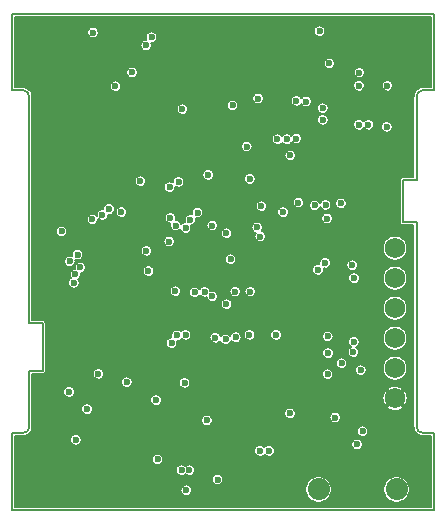
<source format=gbr>
%TF.GenerationSoftware,KiCad,Pcbnew,5.0.2-bee76a0~70~ubuntu18.04.1*%
%TF.CreationDate,2020-02-29T17:30:31-08:00*%
%TF.ProjectId,base,62617365-2e6b-4696-9361-645f70636258,rev?*%
%TF.SameCoordinates,Original*%
%TF.FileFunction,Copper,L2,Inr*%
%TF.FilePolarity,Positive*%
%FSLAX46Y46*%
G04 Gerber Fmt 4.6, Leading zero omitted, Abs format (unit mm)*
G04 Created by KiCad (PCBNEW 5.0.2-bee76a0~70~ubuntu18.04.1) date Sat 29 Feb 2020 05:30:31 PM PST*
%MOMM*%
%LPD*%
G01*
G04 APERTURE LIST*
%ADD10C,0.150000*%
%ADD11C,1.727200*%
%ADD12C,1.870000*%
%ADD13C,0.600000*%
%ADD14C,0.127000*%
G04 APERTURE END LIST*
D10*
X131000500Y-114280540D02*
X131000500Y-118280540D01*
X162651441Y-102162541D02*
X162651441Y-95050541D01*
X161502382Y-105714800D02*
X162651441Y-105714800D01*
X161502382Y-102162541D02*
X162651441Y-102162541D01*
X129851441Y-123050540D02*
G75*
G02X129351441Y-123550540I-500000J0D01*
G01*
X129351441Y-94550541D02*
G75*
G02X129851441Y-95050541I0J-500000D01*
G01*
X162651441Y-95050541D02*
G75*
G02X163151441Y-94550541I500000J0D01*
G01*
X163151441Y-123550540D02*
G75*
G02X162651441Y-123050540I0J500000D01*
G01*
X128351441Y-88050540D02*
X128351441Y-94550540D01*
X163151441Y-94550541D02*
X164151441Y-94550540D01*
X162651441Y-123050540D02*
X162651441Y-105714800D01*
X164151441Y-123550540D02*
X163151441Y-123550540D01*
X164151441Y-94550540D02*
X164151440Y-88050541D01*
X129851441Y-95050541D02*
X129851441Y-114280540D01*
X128351441Y-94550540D02*
X129351441Y-94550541D01*
X128351441Y-130050540D02*
X162651440Y-130050540D01*
X129851441Y-114280540D02*
X131000500Y-114280540D01*
X161502382Y-102162541D02*
X161502382Y-105714800D01*
X162651440Y-88050540D02*
X128351441Y-88050540D01*
X131000500Y-118280540D02*
X129851441Y-118280540D01*
X128351441Y-123550540D02*
X128351441Y-130050540D01*
X129351441Y-123550540D02*
X128351441Y-123550540D01*
X129851441Y-118280540D02*
X129851441Y-123050540D01*
X162651440Y-130050540D02*
X164151440Y-130050540D01*
X164151440Y-88050541D02*
X162651440Y-88050540D01*
X164151440Y-130050540D02*
X164151441Y-123550540D01*
D11*
X160820100Y-120624600D03*
X160820100Y-118084600D03*
X160820100Y-115544600D03*
X160820100Y-113004600D03*
X160820100Y-110464600D03*
X160820100Y-107924600D03*
D12*
X160950000Y-128339000D03*
X154350000Y-128339000D03*
D13*
X156248100Y-121259600D03*
X159369100Y-94158600D03*
X148863000Y-92276900D03*
X148150000Y-123550000D03*
X145834100Y-122656600D03*
X131589000Y-92531000D03*
X135200000Y-122500000D03*
X158900000Y-99950000D03*
X156248100Y-100431600D03*
X157471600Y-100021600D03*
X149800000Y-99150000D03*
X147050000Y-90250000D03*
X139827000Y-113982500D03*
X140779500Y-124206000D03*
X140017500Y-120026711D03*
X137287000Y-118491000D03*
X136334500Y-119253000D03*
X134493000Y-107886500D03*
X134493000Y-107188000D03*
X137096500Y-111061500D03*
X137223500Y-112839500D03*
X139763500Y-107188000D03*
X143002000Y-103949500D03*
X152273000Y-89535000D03*
X152463500Y-92202000D03*
X135953500Y-96329500D03*
X141732000Y-101663504D03*
X138684000Y-101727000D03*
X156337000Y-124523500D03*
X157670500Y-104013000D03*
X149415500Y-101300000D03*
X158851600Y-90614500D03*
X154150000Y-119450000D03*
X139189500Y-121600000D03*
X141675000Y-121225000D03*
X149900000Y-121883309D03*
X142100000Y-119400000D03*
X160900000Y-95700000D03*
X157250000Y-105100000D03*
X139852015Y-109100508D03*
X136779000Y-107569000D03*
X149500000Y-108900000D03*
X146562574Y-111590429D03*
X144257010Y-108904425D03*
X138950000Y-118500000D03*
X151930100Y-121894600D03*
X157924500Y-118237000D03*
X156248100Y-104114600D03*
X157769100Y-97460600D03*
X160169100Y-94158600D03*
X158569100Y-97460600D03*
X156300000Y-117650000D03*
X142750000Y-126700000D03*
X143400000Y-126700000D03*
X139763500Y-108140500D03*
X140716000Y-125793500D03*
X143002000Y-119316500D03*
X134747000Y-121539000D03*
X133223000Y-120078500D03*
X133794500Y-124142500D03*
X147066000Y-95821500D03*
X149225004Y-95250000D03*
X152463500Y-95440500D03*
X153289000Y-95504000D03*
X154432000Y-89535000D03*
X155257500Y-92265500D03*
X148272500Y-99314000D03*
X142811500Y-96139000D03*
X142494000Y-102298500D03*
X141732000Y-102743000D03*
X139255500Y-102235000D03*
X135255000Y-89662000D03*
X155117800Y-118584980D03*
X135700000Y-118550000D03*
X139950000Y-109845600D03*
X143100000Y-115250000D03*
X141700000Y-107350000D03*
X145600000Y-115500000D03*
X148500000Y-115250000D03*
X150750000Y-115250000D03*
X145000000Y-101700000D03*
X143142920Y-128402380D03*
X142350000Y-115300000D03*
X149390100Y-125069600D03*
X150152100Y-125069600D03*
X157769100Y-94158600D03*
X157800000Y-93050000D03*
X140589000Y-120776986D03*
X160121600Y-97637600D03*
X142221604Y-111551579D03*
X141900000Y-115950000D03*
X148526500Y-102050000D03*
X151343682Y-104867182D03*
X154700000Y-96050000D03*
X157350000Y-110450000D03*
X152469100Y-98630900D03*
X151669100Y-98683600D03*
X157200000Y-109350000D03*
X150869100Y-98683600D03*
X151950000Y-100050000D03*
X154022991Y-104298199D03*
X157289500Y-116713006D03*
X133632955Y-110848371D03*
X155151485Y-116800000D03*
X133757078Y-110132033D03*
X157331400Y-115845600D03*
X134175500Y-109537500D03*
X155130516Y-115379500D03*
X133950000Y-108450000D03*
X145350000Y-112000000D03*
X145350000Y-106000000D03*
X143500000Y-105500000D03*
X144100000Y-104900000D03*
X143850000Y-111650000D03*
X144712299Y-111609490D03*
X146550000Y-112650000D03*
X146550000Y-106650000D03*
X146900000Y-108850000D03*
X147289581Y-111592990D03*
X155066509Y-105400000D03*
X148567763Y-111592990D03*
X149500000Y-104350000D03*
X154700000Y-97050000D03*
X152635568Y-104050000D03*
X154950000Y-104250000D03*
X157607004Y-124523500D03*
X158071800Y-123412252D03*
X154300000Y-109750000D03*
X154900000Y-109150000D03*
X149407010Y-106929643D03*
X149150000Y-106150000D03*
X147350000Y-115450000D03*
X146474528Y-115631785D03*
X143100000Y-106200000D03*
X137146799Y-94200000D03*
X142249551Y-105992989D03*
X139750000Y-90750000D03*
X140208000Y-90043000D03*
X141800000Y-105350000D03*
X135191500Y-105473486D03*
X136050000Y-105100000D03*
X136600000Y-104600000D03*
X138557000Y-93027500D03*
X137650000Y-104850000D03*
X155750000Y-122250000D03*
X138112500Y-119253000D03*
X144900000Y-122500000D03*
X133286500Y-109029500D03*
X132588000Y-106489496D03*
X145796034Y-127508000D03*
D14*
G36*
X163885940Y-88316041D02*
X163885942Y-94285041D01*
X163138404Y-94285042D01*
X163126975Y-94286168D01*
X163123888Y-94286146D01*
X163120199Y-94286507D01*
X163023150Y-94296707D01*
X162999533Y-94301555D01*
X162975941Y-94306055D01*
X162972402Y-94307124D01*
X162972392Y-94307126D01*
X162972383Y-94307130D01*
X162879173Y-94335983D01*
X162856985Y-94345310D01*
X162834676Y-94354323D01*
X162831403Y-94356063D01*
X162745566Y-94402476D01*
X162725617Y-94415932D01*
X162705481Y-94429108D01*
X162702608Y-94431451D01*
X162627420Y-94493653D01*
X162610457Y-94510735D01*
X162593273Y-94527562D01*
X162590915Y-94530413D01*
X162590908Y-94530420D01*
X162590903Y-94530428D01*
X162529234Y-94606040D01*
X162515900Y-94626107D01*
X162502320Y-94645941D01*
X162500564Y-94649189D01*
X162500558Y-94649198D01*
X162500554Y-94649207D01*
X162454745Y-94735363D01*
X162445581Y-94757596D01*
X162436096Y-94779726D01*
X162435000Y-94783267D01*
X162406795Y-94876685D01*
X162402113Y-94900329D01*
X162397118Y-94923830D01*
X162396730Y-94927517D01*
X162387208Y-95024634D01*
X162387208Y-95024650D01*
X162385942Y-95037504D01*
X162385941Y-101897041D01*
X161515419Y-101897041D01*
X161502382Y-101895757D01*
X161489345Y-101897041D01*
X161450335Y-101900883D01*
X161400288Y-101916065D01*
X161354165Y-101940718D01*
X161313737Y-101973896D01*
X161280559Y-102014324D01*
X161255906Y-102060447D01*
X161240724Y-102110494D01*
X161235598Y-102162541D01*
X161236882Y-102175577D01*
X161236883Y-105701753D01*
X161235598Y-105714800D01*
X161240724Y-105766847D01*
X161255906Y-105816894D01*
X161280559Y-105863017D01*
X161313737Y-105903445D01*
X161354165Y-105936623D01*
X161400288Y-105961276D01*
X161450335Y-105976458D01*
X161489345Y-105980300D01*
X161502382Y-105981584D01*
X161515419Y-105980300D01*
X162385942Y-105980300D01*
X162385941Y-123063576D01*
X162387068Y-123075014D01*
X162387046Y-123078093D01*
X162387407Y-123081783D01*
X162397607Y-123178831D01*
X162402455Y-123202448D01*
X162406955Y-123226040D01*
X162408024Y-123229579D01*
X162408026Y-123229589D01*
X162408030Y-123229598D01*
X162436883Y-123322808D01*
X162446208Y-123344992D01*
X162455223Y-123367304D01*
X162456963Y-123370577D01*
X162503376Y-123456415D01*
X162516830Y-123476362D01*
X162530008Y-123496500D01*
X162532347Y-123499367D01*
X162532351Y-123499373D01*
X162532356Y-123499378D01*
X162594553Y-123574561D01*
X162611635Y-123591524D01*
X162628462Y-123608708D01*
X162631313Y-123611066D01*
X162631320Y-123611073D01*
X162631328Y-123611078D01*
X162706939Y-123672747D01*
X162727025Y-123686093D01*
X162746841Y-123699661D01*
X162750089Y-123701417D01*
X162750098Y-123701423D01*
X162750107Y-123701427D01*
X162836263Y-123747236D01*
X162858496Y-123756400D01*
X162880626Y-123765885D01*
X162884165Y-123766980D01*
X162884169Y-123766982D01*
X162884173Y-123766983D01*
X162977585Y-123795186D01*
X163001229Y-123799868D01*
X163024730Y-123804863D01*
X163028411Y-123805250D01*
X163028414Y-123805251D01*
X163028417Y-123805251D01*
X163125534Y-123814773D01*
X163125539Y-123814773D01*
X163138404Y-123816040D01*
X163885942Y-123816040D01*
X163885940Y-129785040D01*
X128616941Y-129785040D01*
X128616941Y-128354070D01*
X142652420Y-128354070D01*
X142652420Y-128450690D01*
X142671270Y-128545453D01*
X142708245Y-128634719D01*
X142761924Y-128715055D01*
X142830245Y-128783376D01*
X142910581Y-128837055D01*
X142999847Y-128874030D01*
X143094610Y-128892880D01*
X143191230Y-128892880D01*
X143285993Y-128874030D01*
X143375259Y-128837055D01*
X143455595Y-128783376D01*
X143523916Y-128715055D01*
X143577595Y-128634719D01*
X143614570Y-128545453D01*
X143633420Y-128450690D01*
X143633420Y-128354070D01*
X143614570Y-128259307D01*
X143601664Y-128228148D01*
X153224500Y-128228148D01*
X153224500Y-128449852D01*
X153267752Y-128667296D01*
X153352595Y-128872124D01*
X153475767Y-129056465D01*
X153632535Y-129213233D01*
X153816876Y-129336405D01*
X154021704Y-129421248D01*
X154239148Y-129464500D01*
X154460852Y-129464500D01*
X154678296Y-129421248D01*
X154883124Y-129336405D01*
X155067465Y-129213233D01*
X155224233Y-129056465D01*
X155347405Y-128872124D01*
X155432248Y-128667296D01*
X155475500Y-128449852D01*
X155475500Y-128228148D01*
X159824500Y-128228148D01*
X159824500Y-128449852D01*
X159867752Y-128667296D01*
X159952595Y-128872124D01*
X160075767Y-129056465D01*
X160232535Y-129213233D01*
X160416876Y-129336405D01*
X160621704Y-129421248D01*
X160839148Y-129464500D01*
X161060852Y-129464500D01*
X161278296Y-129421248D01*
X161483124Y-129336405D01*
X161667465Y-129213233D01*
X161824233Y-129056465D01*
X161947405Y-128872124D01*
X162032248Y-128667296D01*
X162075500Y-128449852D01*
X162075500Y-128228148D01*
X162032248Y-128010704D01*
X161947405Y-127805876D01*
X161824233Y-127621535D01*
X161667465Y-127464767D01*
X161483124Y-127341595D01*
X161278296Y-127256752D01*
X161060852Y-127213500D01*
X160839148Y-127213500D01*
X160621704Y-127256752D01*
X160416876Y-127341595D01*
X160232535Y-127464767D01*
X160075767Y-127621535D01*
X159952595Y-127805876D01*
X159867752Y-128010704D01*
X159824500Y-128228148D01*
X155475500Y-128228148D01*
X155432248Y-128010704D01*
X155347405Y-127805876D01*
X155224233Y-127621535D01*
X155067465Y-127464767D01*
X154883124Y-127341595D01*
X154678296Y-127256752D01*
X154460852Y-127213500D01*
X154239148Y-127213500D01*
X154021704Y-127256752D01*
X153816876Y-127341595D01*
X153632535Y-127464767D01*
X153475767Y-127621535D01*
X153352595Y-127805876D01*
X153267752Y-128010704D01*
X153224500Y-128228148D01*
X143601664Y-128228148D01*
X143577595Y-128170041D01*
X143523916Y-128089705D01*
X143455595Y-128021384D01*
X143375259Y-127967705D01*
X143285993Y-127930730D01*
X143191230Y-127911880D01*
X143094610Y-127911880D01*
X142999847Y-127930730D01*
X142910581Y-127967705D01*
X142830245Y-128021384D01*
X142761924Y-128089705D01*
X142708245Y-128170041D01*
X142671270Y-128259307D01*
X142652420Y-128354070D01*
X128616941Y-128354070D01*
X128616941Y-127459690D01*
X145305534Y-127459690D01*
X145305534Y-127556310D01*
X145324384Y-127651073D01*
X145361359Y-127740339D01*
X145415038Y-127820675D01*
X145483359Y-127888996D01*
X145563695Y-127942675D01*
X145652961Y-127979650D01*
X145747724Y-127998500D01*
X145844344Y-127998500D01*
X145939107Y-127979650D01*
X146028373Y-127942675D01*
X146108709Y-127888996D01*
X146177030Y-127820675D01*
X146230709Y-127740339D01*
X146267684Y-127651073D01*
X146286534Y-127556310D01*
X146286534Y-127459690D01*
X146267684Y-127364927D01*
X146230709Y-127275661D01*
X146177030Y-127195325D01*
X146108709Y-127127004D01*
X146028373Y-127073325D01*
X145939107Y-127036350D01*
X145844344Y-127017500D01*
X145747724Y-127017500D01*
X145652961Y-127036350D01*
X145563695Y-127073325D01*
X145483359Y-127127004D01*
X145415038Y-127195325D01*
X145361359Y-127275661D01*
X145324384Y-127364927D01*
X145305534Y-127459690D01*
X128616941Y-127459690D01*
X128616941Y-126651690D01*
X142259500Y-126651690D01*
X142259500Y-126748310D01*
X142278350Y-126843073D01*
X142315325Y-126932339D01*
X142369004Y-127012675D01*
X142437325Y-127080996D01*
X142517661Y-127134675D01*
X142606927Y-127171650D01*
X142701690Y-127190500D01*
X142798310Y-127190500D01*
X142893073Y-127171650D01*
X142982339Y-127134675D01*
X143062675Y-127080996D01*
X143075000Y-127068671D01*
X143087325Y-127080996D01*
X143167661Y-127134675D01*
X143256927Y-127171650D01*
X143351690Y-127190500D01*
X143448310Y-127190500D01*
X143543073Y-127171650D01*
X143632339Y-127134675D01*
X143712675Y-127080996D01*
X143780996Y-127012675D01*
X143834675Y-126932339D01*
X143871650Y-126843073D01*
X143890500Y-126748310D01*
X143890500Y-126651690D01*
X143871650Y-126556927D01*
X143834675Y-126467661D01*
X143780996Y-126387325D01*
X143712675Y-126319004D01*
X143632339Y-126265325D01*
X143543073Y-126228350D01*
X143448310Y-126209500D01*
X143351690Y-126209500D01*
X143256927Y-126228350D01*
X143167661Y-126265325D01*
X143087325Y-126319004D01*
X143075000Y-126331329D01*
X143062675Y-126319004D01*
X142982339Y-126265325D01*
X142893073Y-126228350D01*
X142798310Y-126209500D01*
X142701690Y-126209500D01*
X142606927Y-126228350D01*
X142517661Y-126265325D01*
X142437325Y-126319004D01*
X142369004Y-126387325D01*
X142315325Y-126467661D01*
X142278350Y-126556927D01*
X142259500Y-126651690D01*
X128616941Y-126651690D01*
X128616941Y-125745190D01*
X140225500Y-125745190D01*
X140225500Y-125841810D01*
X140244350Y-125936573D01*
X140281325Y-126025839D01*
X140335004Y-126106175D01*
X140403325Y-126174496D01*
X140483661Y-126228175D01*
X140572927Y-126265150D01*
X140667690Y-126284000D01*
X140764310Y-126284000D01*
X140859073Y-126265150D01*
X140948339Y-126228175D01*
X141028675Y-126174496D01*
X141096996Y-126106175D01*
X141150675Y-126025839D01*
X141187650Y-125936573D01*
X141206500Y-125841810D01*
X141206500Y-125745190D01*
X141187650Y-125650427D01*
X141150675Y-125561161D01*
X141096996Y-125480825D01*
X141028675Y-125412504D01*
X140948339Y-125358825D01*
X140859073Y-125321850D01*
X140764310Y-125303000D01*
X140667690Y-125303000D01*
X140572927Y-125321850D01*
X140483661Y-125358825D01*
X140403325Y-125412504D01*
X140335004Y-125480825D01*
X140281325Y-125561161D01*
X140244350Y-125650427D01*
X140225500Y-125745190D01*
X128616941Y-125745190D01*
X128616941Y-125021290D01*
X148899600Y-125021290D01*
X148899600Y-125117910D01*
X148918450Y-125212673D01*
X148955425Y-125301939D01*
X149009104Y-125382275D01*
X149077425Y-125450596D01*
X149157761Y-125504275D01*
X149247027Y-125541250D01*
X149341790Y-125560100D01*
X149438410Y-125560100D01*
X149533173Y-125541250D01*
X149622439Y-125504275D01*
X149702775Y-125450596D01*
X149771096Y-125382275D01*
X149771100Y-125382269D01*
X149771104Y-125382275D01*
X149839425Y-125450596D01*
X149919761Y-125504275D01*
X150009027Y-125541250D01*
X150103790Y-125560100D01*
X150200410Y-125560100D01*
X150295173Y-125541250D01*
X150384439Y-125504275D01*
X150464775Y-125450596D01*
X150533096Y-125382275D01*
X150586775Y-125301939D01*
X150623750Y-125212673D01*
X150642600Y-125117910D01*
X150642600Y-125021290D01*
X150623750Y-124926527D01*
X150586775Y-124837261D01*
X150533096Y-124756925D01*
X150464775Y-124688604D01*
X150384439Y-124634925D01*
X150295173Y-124597950D01*
X150200410Y-124579100D01*
X150103790Y-124579100D01*
X150009027Y-124597950D01*
X149919761Y-124634925D01*
X149839425Y-124688604D01*
X149771104Y-124756925D01*
X149771100Y-124756931D01*
X149771096Y-124756925D01*
X149702775Y-124688604D01*
X149622439Y-124634925D01*
X149533173Y-124597950D01*
X149438410Y-124579100D01*
X149341790Y-124579100D01*
X149247027Y-124597950D01*
X149157761Y-124634925D01*
X149077425Y-124688604D01*
X149009104Y-124756925D01*
X148955425Y-124837261D01*
X148918450Y-124926527D01*
X148899600Y-125021290D01*
X128616941Y-125021290D01*
X128616941Y-124094190D01*
X133304000Y-124094190D01*
X133304000Y-124190810D01*
X133322850Y-124285573D01*
X133359825Y-124374839D01*
X133413504Y-124455175D01*
X133481825Y-124523496D01*
X133562161Y-124577175D01*
X133651427Y-124614150D01*
X133746190Y-124633000D01*
X133842810Y-124633000D01*
X133937573Y-124614150D01*
X134026839Y-124577175D01*
X134107175Y-124523496D01*
X134155481Y-124475190D01*
X157116504Y-124475190D01*
X157116504Y-124571810D01*
X157135354Y-124666573D01*
X157172329Y-124755839D01*
X157226008Y-124836175D01*
X157294329Y-124904496D01*
X157374665Y-124958175D01*
X157463931Y-124995150D01*
X157558694Y-125014000D01*
X157655314Y-125014000D01*
X157750077Y-124995150D01*
X157839343Y-124958175D01*
X157919679Y-124904496D01*
X157988000Y-124836175D01*
X158041679Y-124755839D01*
X158078654Y-124666573D01*
X158097504Y-124571810D01*
X158097504Y-124475190D01*
X158078654Y-124380427D01*
X158041679Y-124291161D01*
X157988000Y-124210825D01*
X157919679Y-124142504D01*
X157839343Y-124088825D01*
X157750077Y-124051850D01*
X157655314Y-124033000D01*
X157558694Y-124033000D01*
X157463931Y-124051850D01*
X157374665Y-124088825D01*
X157294329Y-124142504D01*
X157226008Y-124210825D01*
X157172329Y-124291161D01*
X157135354Y-124380427D01*
X157116504Y-124475190D01*
X134155481Y-124475190D01*
X134175496Y-124455175D01*
X134229175Y-124374839D01*
X134266150Y-124285573D01*
X134285000Y-124190810D01*
X134285000Y-124094190D01*
X134266150Y-123999427D01*
X134229175Y-123910161D01*
X134175496Y-123829825D01*
X134107175Y-123761504D01*
X134026839Y-123707825D01*
X133937573Y-123670850D01*
X133842810Y-123652000D01*
X133746190Y-123652000D01*
X133651427Y-123670850D01*
X133562161Y-123707825D01*
X133481825Y-123761504D01*
X133413504Y-123829825D01*
X133359825Y-123910161D01*
X133322850Y-123999427D01*
X133304000Y-124094190D01*
X128616941Y-124094190D01*
X128616941Y-123816040D01*
X129364478Y-123816040D01*
X129375916Y-123814913D01*
X129378994Y-123814935D01*
X129382684Y-123814574D01*
X129479732Y-123804374D01*
X129503349Y-123799526D01*
X129526941Y-123795026D01*
X129530480Y-123793957D01*
X129530490Y-123793955D01*
X129530499Y-123793951D01*
X129623709Y-123765098D01*
X129645893Y-123755773D01*
X129668205Y-123746758D01*
X129671473Y-123745021D01*
X129671477Y-123745019D01*
X129671480Y-123745017D01*
X129757316Y-123698605D01*
X129777265Y-123685149D01*
X129797401Y-123671973D01*
X129800268Y-123669634D01*
X129800274Y-123669630D01*
X129800279Y-123669625D01*
X129875462Y-123607428D01*
X129892425Y-123590346D01*
X129909609Y-123573519D01*
X129911967Y-123570668D01*
X129911974Y-123570661D01*
X129911979Y-123570653D01*
X129973648Y-123495042D01*
X129986994Y-123474956D01*
X130000562Y-123455140D01*
X130002318Y-123451892D01*
X130002324Y-123451883D01*
X130002328Y-123451874D01*
X130048137Y-123365718D01*
X130048869Y-123363942D01*
X157581300Y-123363942D01*
X157581300Y-123460562D01*
X157600150Y-123555325D01*
X157637125Y-123644591D01*
X157690804Y-123724927D01*
X157759125Y-123793248D01*
X157839461Y-123846927D01*
X157928727Y-123883902D01*
X158023490Y-123902752D01*
X158120110Y-123902752D01*
X158214873Y-123883902D01*
X158304139Y-123846927D01*
X158384475Y-123793248D01*
X158452796Y-123724927D01*
X158506475Y-123644591D01*
X158543450Y-123555325D01*
X158562300Y-123460562D01*
X158562300Y-123363942D01*
X158543450Y-123269179D01*
X158506475Y-123179913D01*
X158452796Y-123099577D01*
X158384475Y-123031256D01*
X158304139Y-122977577D01*
X158214873Y-122940602D01*
X158120110Y-122921752D01*
X158023490Y-122921752D01*
X157928727Y-122940602D01*
X157839461Y-122977577D01*
X157759125Y-123031256D01*
X157690804Y-123099577D01*
X157637125Y-123179913D01*
X157600150Y-123269179D01*
X157581300Y-123363942D01*
X130048869Y-123363942D01*
X130057301Y-123343485D01*
X130066786Y-123321355D01*
X130067882Y-123317814D01*
X130096087Y-123224396D01*
X130100769Y-123200752D01*
X130105764Y-123177251D01*
X130106152Y-123173564D01*
X130115674Y-123076447D01*
X130115674Y-123076442D01*
X130116941Y-123063577D01*
X130116941Y-122451690D01*
X144409500Y-122451690D01*
X144409500Y-122548310D01*
X144428350Y-122643073D01*
X144465325Y-122732339D01*
X144519004Y-122812675D01*
X144587325Y-122880996D01*
X144667661Y-122934675D01*
X144756927Y-122971650D01*
X144851690Y-122990500D01*
X144948310Y-122990500D01*
X145043073Y-122971650D01*
X145132339Y-122934675D01*
X145212675Y-122880996D01*
X145280996Y-122812675D01*
X145334675Y-122732339D01*
X145371650Y-122643073D01*
X145390500Y-122548310D01*
X145390500Y-122451690D01*
X145371650Y-122356927D01*
X145334675Y-122267661D01*
X145280996Y-122187325D01*
X145212675Y-122119004D01*
X145132339Y-122065325D01*
X145043073Y-122028350D01*
X144948310Y-122009500D01*
X144851690Y-122009500D01*
X144756927Y-122028350D01*
X144667661Y-122065325D01*
X144587325Y-122119004D01*
X144519004Y-122187325D01*
X144465325Y-122267661D01*
X144428350Y-122356927D01*
X144409500Y-122451690D01*
X130116941Y-122451690D01*
X130116941Y-121490690D01*
X134256500Y-121490690D01*
X134256500Y-121587310D01*
X134275350Y-121682073D01*
X134312325Y-121771339D01*
X134366004Y-121851675D01*
X134434325Y-121919996D01*
X134514661Y-121973675D01*
X134603927Y-122010650D01*
X134698690Y-122029500D01*
X134795310Y-122029500D01*
X134890073Y-122010650D01*
X134979339Y-121973675D01*
X135059675Y-121919996D01*
X135127996Y-121851675D01*
X135131594Y-121846290D01*
X151439600Y-121846290D01*
X151439600Y-121942910D01*
X151458450Y-122037673D01*
X151495425Y-122126939D01*
X151549104Y-122207275D01*
X151617425Y-122275596D01*
X151697761Y-122329275D01*
X151787027Y-122366250D01*
X151881790Y-122385100D01*
X151978410Y-122385100D01*
X152073173Y-122366250D01*
X152162439Y-122329275D01*
X152242775Y-122275596D01*
X152311096Y-122207275D01*
X152314827Y-122201690D01*
X155259500Y-122201690D01*
X155259500Y-122298310D01*
X155278350Y-122393073D01*
X155315325Y-122482339D01*
X155369004Y-122562675D01*
X155437325Y-122630996D01*
X155517661Y-122684675D01*
X155606927Y-122721650D01*
X155701690Y-122740500D01*
X155798310Y-122740500D01*
X155893073Y-122721650D01*
X155982339Y-122684675D01*
X156062675Y-122630996D01*
X156130996Y-122562675D01*
X156184675Y-122482339D01*
X156221650Y-122393073D01*
X156240500Y-122298310D01*
X156240500Y-122201690D01*
X156221650Y-122106927D01*
X156184675Y-122017661D01*
X156130996Y-121937325D01*
X156062675Y-121869004D01*
X155982339Y-121815325D01*
X155893073Y-121778350D01*
X155798310Y-121759500D01*
X155701690Y-121759500D01*
X155606927Y-121778350D01*
X155517661Y-121815325D01*
X155437325Y-121869004D01*
X155369004Y-121937325D01*
X155315325Y-122017661D01*
X155278350Y-122106927D01*
X155259500Y-122201690D01*
X152314827Y-122201690D01*
X152364775Y-122126939D01*
X152401750Y-122037673D01*
X152420600Y-121942910D01*
X152420600Y-121846290D01*
X152401750Y-121751527D01*
X152364775Y-121662261D01*
X152311096Y-121581925D01*
X152242775Y-121513604D01*
X152162439Y-121459925D01*
X152073173Y-121422950D01*
X151978410Y-121404100D01*
X151881790Y-121404100D01*
X151787027Y-121422950D01*
X151697761Y-121459925D01*
X151617425Y-121513604D01*
X151549104Y-121581925D01*
X151495425Y-121662261D01*
X151458450Y-121751527D01*
X151439600Y-121846290D01*
X135131594Y-121846290D01*
X135181675Y-121771339D01*
X135218650Y-121682073D01*
X135237500Y-121587310D01*
X135237500Y-121490690D01*
X135218650Y-121395927D01*
X135209945Y-121374910D01*
X160141632Y-121374910D01*
X160239332Y-121510384D01*
X160423299Y-121606666D01*
X160622515Y-121665207D01*
X160829324Y-121683759D01*
X161035778Y-121661608D01*
X161233944Y-121599605D01*
X161400868Y-121510384D01*
X161498568Y-121374910D01*
X160820100Y-120696442D01*
X160141632Y-121374910D01*
X135209945Y-121374910D01*
X135181675Y-121306661D01*
X135127996Y-121226325D01*
X135059675Y-121158004D01*
X134979339Y-121104325D01*
X134890073Y-121067350D01*
X134795310Y-121048500D01*
X134698690Y-121048500D01*
X134603927Y-121067350D01*
X134514661Y-121104325D01*
X134434325Y-121158004D01*
X134366004Y-121226325D01*
X134312325Y-121306661D01*
X134275350Y-121395927D01*
X134256500Y-121490690D01*
X130116941Y-121490690D01*
X130116941Y-120728676D01*
X140098500Y-120728676D01*
X140098500Y-120825296D01*
X140117350Y-120920059D01*
X140154325Y-121009325D01*
X140208004Y-121089661D01*
X140276325Y-121157982D01*
X140356661Y-121211661D01*
X140445927Y-121248636D01*
X140540690Y-121267486D01*
X140637310Y-121267486D01*
X140732073Y-121248636D01*
X140821339Y-121211661D01*
X140901675Y-121157982D01*
X140969996Y-121089661D01*
X141023675Y-121009325D01*
X141060650Y-120920059D01*
X141079500Y-120825296D01*
X141079500Y-120728676D01*
X141060650Y-120633913D01*
X141060614Y-120633824D01*
X159760941Y-120633824D01*
X159783092Y-120840278D01*
X159845095Y-121038444D01*
X159934316Y-121205368D01*
X160069790Y-121303068D01*
X160748258Y-120624600D01*
X160891942Y-120624600D01*
X161570410Y-121303068D01*
X161705884Y-121205368D01*
X161802166Y-121021401D01*
X161860707Y-120822185D01*
X161879259Y-120615376D01*
X161857108Y-120408922D01*
X161795105Y-120210756D01*
X161705884Y-120043832D01*
X161570410Y-119946132D01*
X160891942Y-120624600D01*
X160748258Y-120624600D01*
X160069790Y-119946132D01*
X159934316Y-120043832D01*
X159838034Y-120227799D01*
X159779493Y-120427015D01*
X159760941Y-120633824D01*
X141060614Y-120633824D01*
X141023675Y-120544647D01*
X140969996Y-120464311D01*
X140901675Y-120395990D01*
X140821339Y-120342311D01*
X140732073Y-120305336D01*
X140637310Y-120286486D01*
X140540690Y-120286486D01*
X140445927Y-120305336D01*
X140356661Y-120342311D01*
X140276325Y-120395990D01*
X140208004Y-120464311D01*
X140154325Y-120544647D01*
X140117350Y-120633913D01*
X140098500Y-120728676D01*
X130116941Y-120728676D01*
X130116941Y-120030190D01*
X132732500Y-120030190D01*
X132732500Y-120126810D01*
X132751350Y-120221573D01*
X132788325Y-120310839D01*
X132842004Y-120391175D01*
X132910325Y-120459496D01*
X132990661Y-120513175D01*
X133079927Y-120550150D01*
X133174690Y-120569000D01*
X133271310Y-120569000D01*
X133366073Y-120550150D01*
X133455339Y-120513175D01*
X133535675Y-120459496D01*
X133603996Y-120391175D01*
X133657675Y-120310839D01*
X133694650Y-120221573D01*
X133713500Y-120126810D01*
X133713500Y-120030190D01*
X133694650Y-119935427D01*
X133669327Y-119874290D01*
X160141632Y-119874290D01*
X160820100Y-120552758D01*
X161498568Y-119874290D01*
X161400868Y-119738816D01*
X161216901Y-119642534D01*
X161017685Y-119583993D01*
X160810876Y-119565441D01*
X160604422Y-119587592D01*
X160406256Y-119649595D01*
X160239332Y-119738816D01*
X160141632Y-119874290D01*
X133669327Y-119874290D01*
X133657675Y-119846161D01*
X133603996Y-119765825D01*
X133535675Y-119697504D01*
X133455339Y-119643825D01*
X133366073Y-119606850D01*
X133271310Y-119588000D01*
X133174690Y-119588000D01*
X133079927Y-119606850D01*
X132990661Y-119643825D01*
X132910325Y-119697504D01*
X132842004Y-119765825D01*
X132788325Y-119846161D01*
X132751350Y-119935427D01*
X132732500Y-120030190D01*
X130116941Y-120030190D01*
X130116941Y-119204690D01*
X137622000Y-119204690D01*
X137622000Y-119301310D01*
X137640850Y-119396073D01*
X137677825Y-119485339D01*
X137731504Y-119565675D01*
X137799825Y-119633996D01*
X137880161Y-119687675D01*
X137969427Y-119724650D01*
X138064190Y-119743500D01*
X138160810Y-119743500D01*
X138255573Y-119724650D01*
X138344839Y-119687675D01*
X138425175Y-119633996D01*
X138493496Y-119565675D01*
X138547175Y-119485339D01*
X138584150Y-119396073D01*
X138603000Y-119301310D01*
X138603000Y-119268190D01*
X142511500Y-119268190D01*
X142511500Y-119364810D01*
X142530350Y-119459573D01*
X142567325Y-119548839D01*
X142621004Y-119629175D01*
X142689325Y-119697496D01*
X142769661Y-119751175D01*
X142858927Y-119788150D01*
X142953690Y-119807000D01*
X143050310Y-119807000D01*
X143145073Y-119788150D01*
X143234339Y-119751175D01*
X143314675Y-119697496D01*
X143382996Y-119629175D01*
X143436675Y-119548839D01*
X143473650Y-119459573D01*
X143492500Y-119364810D01*
X143492500Y-119268190D01*
X143473650Y-119173427D01*
X143436675Y-119084161D01*
X143382996Y-119003825D01*
X143314675Y-118935504D01*
X143234339Y-118881825D01*
X143145073Y-118844850D01*
X143050310Y-118826000D01*
X142953690Y-118826000D01*
X142858927Y-118844850D01*
X142769661Y-118881825D01*
X142689325Y-118935504D01*
X142621004Y-119003825D01*
X142567325Y-119084161D01*
X142530350Y-119173427D01*
X142511500Y-119268190D01*
X138603000Y-119268190D01*
X138603000Y-119204690D01*
X138584150Y-119109927D01*
X138547175Y-119020661D01*
X138493496Y-118940325D01*
X138425175Y-118872004D01*
X138344839Y-118818325D01*
X138255573Y-118781350D01*
X138160810Y-118762500D01*
X138064190Y-118762500D01*
X137969427Y-118781350D01*
X137880161Y-118818325D01*
X137799825Y-118872004D01*
X137731504Y-118940325D01*
X137677825Y-119020661D01*
X137640850Y-119109927D01*
X137622000Y-119204690D01*
X130116941Y-119204690D01*
X130116941Y-118546040D01*
X130987463Y-118546040D01*
X131000500Y-118547324D01*
X131013537Y-118546040D01*
X131052547Y-118542198D01*
X131102594Y-118527016D01*
X131148717Y-118502363D01*
X131149537Y-118501690D01*
X135209500Y-118501690D01*
X135209500Y-118598310D01*
X135228350Y-118693073D01*
X135265325Y-118782339D01*
X135319004Y-118862675D01*
X135387325Y-118930996D01*
X135467661Y-118984675D01*
X135556927Y-119021650D01*
X135651690Y-119040500D01*
X135748310Y-119040500D01*
X135843073Y-119021650D01*
X135932339Y-118984675D01*
X136012675Y-118930996D01*
X136080996Y-118862675D01*
X136134675Y-118782339D01*
X136171650Y-118693073D01*
X136190500Y-118598310D01*
X136190500Y-118536670D01*
X154627300Y-118536670D01*
X154627300Y-118633290D01*
X154646150Y-118728053D01*
X154683125Y-118817319D01*
X154736804Y-118897655D01*
X154805125Y-118965976D01*
X154885461Y-119019655D01*
X154974727Y-119056630D01*
X155069490Y-119075480D01*
X155166110Y-119075480D01*
X155260873Y-119056630D01*
X155350139Y-119019655D01*
X155430475Y-118965976D01*
X155498796Y-118897655D01*
X155552475Y-118817319D01*
X155589450Y-118728053D01*
X155608300Y-118633290D01*
X155608300Y-118536670D01*
X155589450Y-118441907D01*
X155552475Y-118352641D01*
X155498796Y-118272305D01*
X155430475Y-118203984D01*
X155407586Y-118188690D01*
X157434000Y-118188690D01*
X157434000Y-118285310D01*
X157452850Y-118380073D01*
X157489825Y-118469339D01*
X157543504Y-118549675D01*
X157611825Y-118617996D01*
X157692161Y-118671675D01*
X157781427Y-118708650D01*
X157876190Y-118727500D01*
X157972810Y-118727500D01*
X158067573Y-118708650D01*
X158156839Y-118671675D01*
X158237175Y-118617996D01*
X158305496Y-118549675D01*
X158359175Y-118469339D01*
X158396150Y-118380073D01*
X158415000Y-118285310D01*
X158415000Y-118188690D01*
X158396150Y-118093927D01*
X158359175Y-118004661D01*
X158343219Y-117980780D01*
X159766000Y-117980780D01*
X159766000Y-118188420D01*
X159806509Y-118392070D01*
X159885969Y-118583903D01*
X160001327Y-118756549D01*
X160148151Y-118903373D01*
X160320797Y-119018731D01*
X160512630Y-119098191D01*
X160716280Y-119138700D01*
X160923920Y-119138700D01*
X161127570Y-119098191D01*
X161319403Y-119018731D01*
X161492049Y-118903373D01*
X161638873Y-118756549D01*
X161754231Y-118583903D01*
X161833691Y-118392070D01*
X161874200Y-118188420D01*
X161874200Y-117980780D01*
X161833691Y-117777130D01*
X161754231Y-117585297D01*
X161638873Y-117412651D01*
X161492049Y-117265827D01*
X161319403Y-117150469D01*
X161127570Y-117071009D01*
X160923920Y-117030500D01*
X160716280Y-117030500D01*
X160512630Y-117071009D01*
X160320797Y-117150469D01*
X160148151Y-117265827D01*
X160001327Y-117412651D01*
X159885969Y-117585297D01*
X159806509Y-117777130D01*
X159766000Y-117980780D01*
X158343219Y-117980780D01*
X158305496Y-117924325D01*
X158237175Y-117856004D01*
X158156839Y-117802325D01*
X158067573Y-117765350D01*
X157972810Y-117746500D01*
X157876190Y-117746500D01*
X157781427Y-117765350D01*
X157692161Y-117802325D01*
X157611825Y-117856004D01*
X157543504Y-117924325D01*
X157489825Y-118004661D01*
X157452850Y-118093927D01*
X157434000Y-118188690D01*
X155407586Y-118188690D01*
X155350139Y-118150305D01*
X155260873Y-118113330D01*
X155166110Y-118094480D01*
X155069490Y-118094480D01*
X154974727Y-118113330D01*
X154885461Y-118150305D01*
X154805125Y-118203984D01*
X154736804Y-118272305D01*
X154683125Y-118352641D01*
X154646150Y-118441907D01*
X154627300Y-118536670D01*
X136190500Y-118536670D01*
X136190500Y-118501690D01*
X136171650Y-118406927D01*
X136134675Y-118317661D01*
X136080996Y-118237325D01*
X136012675Y-118169004D01*
X135932339Y-118115325D01*
X135843073Y-118078350D01*
X135748310Y-118059500D01*
X135651690Y-118059500D01*
X135556927Y-118078350D01*
X135467661Y-118115325D01*
X135387325Y-118169004D01*
X135319004Y-118237325D01*
X135265325Y-118317661D01*
X135228350Y-118406927D01*
X135209500Y-118501690D01*
X131149537Y-118501690D01*
X131189145Y-118469185D01*
X131222323Y-118428757D01*
X131246976Y-118382634D01*
X131262158Y-118332587D01*
X131267284Y-118280540D01*
X131266000Y-118267503D01*
X131266000Y-117601690D01*
X155809500Y-117601690D01*
X155809500Y-117698310D01*
X155828350Y-117793073D01*
X155865325Y-117882339D01*
X155919004Y-117962675D01*
X155987325Y-118030996D01*
X156067661Y-118084675D01*
X156156927Y-118121650D01*
X156251690Y-118140500D01*
X156348310Y-118140500D01*
X156443073Y-118121650D01*
X156532339Y-118084675D01*
X156612675Y-118030996D01*
X156680996Y-117962675D01*
X156734675Y-117882339D01*
X156771650Y-117793073D01*
X156790500Y-117698310D01*
X156790500Y-117601690D01*
X156771650Y-117506927D01*
X156734675Y-117417661D01*
X156680996Y-117337325D01*
X156612675Y-117269004D01*
X156532339Y-117215325D01*
X156443073Y-117178350D01*
X156348310Y-117159500D01*
X156251690Y-117159500D01*
X156156927Y-117178350D01*
X156067661Y-117215325D01*
X155987325Y-117269004D01*
X155919004Y-117337325D01*
X155865325Y-117417661D01*
X155828350Y-117506927D01*
X155809500Y-117601690D01*
X131266000Y-117601690D01*
X131266000Y-116751690D01*
X154660985Y-116751690D01*
X154660985Y-116848310D01*
X154679835Y-116943073D01*
X154716810Y-117032339D01*
X154770489Y-117112675D01*
X154838810Y-117180996D01*
X154919146Y-117234675D01*
X155008412Y-117271650D01*
X155103175Y-117290500D01*
X155199795Y-117290500D01*
X155294558Y-117271650D01*
X155383824Y-117234675D01*
X155464160Y-117180996D01*
X155532481Y-117112675D01*
X155586160Y-117032339D01*
X155623135Y-116943073D01*
X155641985Y-116848310D01*
X155641985Y-116751690D01*
X155624681Y-116664696D01*
X156799000Y-116664696D01*
X156799000Y-116761316D01*
X156817850Y-116856079D01*
X156854825Y-116945345D01*
X156908504Y-117025681D01*
X156976825Y-117094002D01*
X157057161Y-117147681D01*
X157146427Y-117184656D01*
X157241190Y-117203506D01*
X157337810Y-117203506D01*
X157432573Y-117184656D01*
X157521839Y-117147681D01*
X157602175Y-117094002D01*
X157670496Y-117025681D01*
X157724175Y-116945345D01*
X157761150Y-116856079D01*
X157780000Y-116761316D01*
X157780000Y-116664696D01*
X157761150Y-116569933D01*
X157724175Y-116480667D01*
X157670496Y-116400331D01*
X157602175Y-116332010D01*
X157539669Y-116290245D01*
X157563739Y-116280275D01*
X157644075Y-116226596D01*
X157712396Y-116158275D01*
X157766075Y-116077939D01*
X157803050Y-115988673D01*
X157821900Y-115893910D01*
X157821900Y-115797290D01*
X157803050Y-115702527D01*
X157766075Y-115613261D01*
X157712396Y-115532925D01*
X157644075Y-115464604D01*
X157608420Y-115440780D01*
X159766000Y-115440780D01*
X159766000Y-115648420D01*
X159806509Y-115852070D01*
X159885969Y-116043903D01*
X160001327Y-116216549D01*
X160148151Y-116363373D01*
X160320797Y-116478731D01*
X160512630Y-116558191D01*
X160716280Y-116598700D01*
X160923920Y-116598700D01*
X161127570Y-116558191D01*
X161319403Y-116478731D01*
X161492049Y-116363373D01*
X161638873Y-116216549D01*
X161754231Y-116043903D01*
X161833691Y-115852070D01*
X161874200Y-115648420D01*
X161874200Y-115440780D01*
X161833691Y-115237130D01*
X161754231Y-115045297D01*
X161638873Y-114872651D01*
X161492049Y-114725827D01*
X161319403Y-114610469D01*
X161127570Y-114531009D01*
X160923920Y-114490500D01*
X160716280Y-114490500D01*
X160512630Y-114531009D01*
X160320797Y-114610469D01*
X160148151Y-114725827D01*
X160001327Y-114872651D01*
X159885969Y-115045297D01*
X159806509Y-115237130D01*
X159766000Y-115440780D01*
X157608420Y-115440780D01*
X157563739Y-115410925D01*
X157474473Y-115373950D01*
X157379710Y-115355100D01*
X157283090Y-115355100D01*
X157188327Y-115373950D01*
X157099061Y-115410925D01*
X157018725Y-115464604D01*
X156950404Y-115532925D01*
X156896725Y-115613261D01*
X156859750Y-115702527D01*
X156840900Y-115797290D01*
X156840900Y-115893910D01*
X156859750Y-115988673D01*
X156896725Y-116077939D01*
X156950404Y-116158275D01*
X157018725Y-116226596D01*
X157081231Y-116268361D01*
X157057161Y-116278331D01*
X156976825Y-116332010D01*
X156908504Y-116400331D01*
X156854825Y-116480667D01*
X156817850Y-116569933D01*
X156799000Y-116664696D01*
X155624681Y-116664696D01*
X155623135Y-116656927D01*
X155586160Y-116567661D01*
X155532481Y-116487325D01*
X155464160Y-116419004D01*
X155383824Y-116365325D01*
X155294558Y-116328350D01*
X155199795Y-116309500D01*
X155103175Y-116309500D01*
X155008412Y-116328350D01*
X154919146Y-116365325D01*
X154838810Y-116419004D01*
X154770489Y-116487325D01*
X154716810Y-116567661D01*
X154679835Y-116656927D01*
X154660985Y-116751690D01*
X131266000Y-116751690D01*
X131266000Y-115901690D01*
X141409500Y-115901690D01*
X141409500Y-115998310D01*
X141428350Y-116093073D01*
X141465325Y-116182339D01*
X141519004Y-116262675D01*
X141587325Y-116330996D01*
X141667661Y-116384675D01*
X141756927Y-116421650D01*
X141851690Y-116440500D01*
X141948310Y-116440500D01*
X142043073Y-116421650D01*
X142132339Y-116384675D01*
X142212675Y-116330996D01*
X142280996Y-116262675D01*
X142334675Y-116182339D01*
X142371650Y-116093073D01*
X142390500Y-115998310D01*
X142390500Y-115901690D01*
X142371650Y-115806927D01*
X142364846Y-115790500D01*
X142398310Y-115790500D01*
X142493073Y-115771650D01*
X142582339Y-115734675D01*
X142662675Y-115680996D01*
X142730996Y-115612675D01*
X142746220Y-115589891D01*
X142787325Y-115630996D01*
X142867661Y-115684675D01*
X142956927Y-115721650D01*
X143051690Y-115740500D01*
X143148310Y-115740500D01*
X143243073Y-115721650D01*
X143332339Y-115684675D01*
X143412675Y-115630996D01*
X143480996Y-115562675D01*
X143534675Y-115482339D01*
X143547370Y-115451690D01*
X145109500Y-115451690D01*
X145109500Y-115548310D01*
X145128350Y-115643073D01*
X145165325Y-115732339D01*
X145219004Y-115812675D01*
X145287325Y-115880996D01*
X145367661Y-115934675D01*
X145456927Y-115971650D01*
X145551690Y-115990500D01*
X145648310Y-115990500D01*
X145743073Y-115971650D01*
X145832339Y-115934675D01*
X145912675Y-115880996D01*
X145980996Y-115812675D01*
X146004174Y-115777987D01*
X146039853Y-115864124D01*
X146093532Y-115944460D01*
X146161853Y-116012781D01*
X146242189Y-116066460D01*
X146331455Y-116103435D01*
X146426218Y-116122285D01*
X146522838Y-116122285D01*
X146617601Y-116103435D01*
X146706867Y-116066460D01*
X146787203Y-116012781D01*
X146855524Y-115944460D01*
X146909203Y-115864124D01*
X146946178Y-115774858D01*
X146953282Y-115739145D01*
X146969004Y-115762675D01*
X147037325Y-115830996D01*
X147117661Y-115884675D01*
X147206927Y-115921650D01*
X147301690Y-115940500D01*
X147398310Y-115940500D01*
X147493073Y-115921650D01*
X147582339Y-115884675D01*
X147662675Y-115830996D01*
X147730996Y-115762675D01*
X147784675Y-115682339D01*
X147821650Y-115593073D01*
X147840500Y-115498310D01*
X147840500Y-115401690D01*
X147821650Y-115306927D01*
X147784675Y-115217661D01*
X147774004Y-115201690D01*
X148009500Y-115201690D01*
X148009500Y-115298310D01*
X148028350Y-115393073D01*
X148065325Y-115482339D01*
X148119004Y-115562675D01*
X148187325Y-115630996D01*
X148267661Y-115684675D01*
X148356927Y-115721650D01*
X148451690Y-115740500D01*
X148548310Y-115740500D01*
X148643073Y-115721650D01*
X148732339Y-115684675D01*
X148812675Y-115630996D01*
X148880996Y-115562675D01*
X148934675Y-115482339D01*
X148971650Y-115393073D01*
X148990500Y-115298310D01*
X148990500Y-115201690D01*
X150259500Y-115201690D01*
X150259500Y-115298310D01*
X150278350Y-115393073D01*
X150315325Y-115482339D01*
X150369004Y-115562675D01*
X150437325Y-115630996D01*
X150517661Y-115684675D01*
X150606927Y-115721650D01*
X150701690Y-115740500D01*
X150798310Y-115740500D01*
X150893073Y-115721650D01*
X150982339Y-115684675D01*
X151062675Y-115630996D01*
X151130996Y-115562675D01*
X151184675Y-115482339D01*
X151221650Y-115393073D01*
X151233959Y-115331190D01*
X154640016Y-115331190D01*
X154640016Y-115427810D01*
X154658866Y-115522573D01*
X154695841Y-115611839D01*
X154749520Y-115692175D01*
X154817841Y-115760496D01*
X154898177Y-115814175D01*
X154987443Y-115851150D01*
X155082206Y-115870000D01*
X155178826Y-115870000D01*
X155273589Y-115851150D01*
X155362855Y-115814175D01*
X155443191Y-115760496D01*
X155511512Y-115692175D01*
X155565191Y-115611839D01*
X155602166Y-115522573D01*
X155621016Y-115427810D01*
X155621016Y-115331190D01*
X155602166Y-115236427D01*
X155565191Y-115147161D01*
X155511512Y-115066825D01*
X155443191Y-114998504D01*
X155362855Y-114944825D01*
X155273589Y-114907850D01*
X155178826Y-114889000D01*
X155082206Y-114889000D01*
X154987443Y-114907850D01*
X154898177Y-114944825D01*
X154817841Y-114998504D01*
X154749520Y-115066825D01*
X154695841Y-115147161D01*
X154658866Y-115236427D01*
X154640016Y-115331190D01*
X151233959Y-115331190D01*
X151240500Y-115298310D01*
X151240500Y-115201690D01*
X151221650Y-115106927D01*
X151184675Y-115017661D01*
X151130996Y-114937325D01*
X151062675Y-114869004D01*
X150982339Y-114815325D01*
X150893073Y-114778350D01*
X150798310Y-114759500D01*
X150701690Y-114759500D01*
X150606927Y-114778350D01*
X150517661Y-114815325D01*
X150437325Y-114869004D01*
X150369004Y-114937325D01*
X150315325Y-115017661D01*
X150278350Y-115106927D01*
X150259500Y-115201690D01*
X148990500Y-115201690D01*
X148971650Y-115106927D01*
X148934675Y-115017661D01*
X148880996Y-114937325D01*
X148812675Y-114869004D01*
X148732339Y-114815325D01*
X148643073Y-114778350D01*
X148548310Y-114759500D01*
X148451690Y-114759500D01*
X148356927Y-114778350D01*
X148267661Y-114815325D01*
X148187325Y-114869004D01*
X148119004Y-114937325D01*
X148065325Y-115017661D01*
X148028350Y-115106927D01*
X148009500Y-115201690D01*
X147774004Y-115201690D01*
X147730996Y-115137325D01*
X147662675Y-115069004D01*
X147582339Y-115015325D01*
X147493073Y-114978350D01*
X147398310Y-114959500D01*
X147301690Y-114959500D01*
X147206927Y-114978350D01*
X147117661Y-115015325D01*
X147037325Y-115069004D01*
X146969004Y-115137325D01*
X146915325Y-115217661D01*
X146878350Y-115306927D01*
X146871246Y-115342640D01*
X146855524Y-115319110D01*
X146787203Y-115250789D01*
X146706867Y-115197110D01*
X146617601Y-115160135D01*
X146522838Y-115141285D01*
X146426218Y-115141285D01*
X146331455Y-115160135D01*
X146242189Y-115197110D01*
X146161853Y-115250789D01*
X146093532Y-115319110D01*
X146070354Y-115353798D01*
X146034675Y-115267661D01*
X145980996Y-115187325D01*
X145912675Y-115119004D01*
X145832339Y-115065325D01*
X145743073Y-115028350D01*
X145648310Y-115009500D01*
X145551690Y-115009500D01*
X145456927Y-115028350D01*
X145367661Y-115065325D01*
X145287325Y-115119004D01*
X145219004Y-115187325D01*
X145165325Y-115267661D01*
X145128350Y-115356927D01*
X145109500Y-115451690D01*
X143547370Y-115451690D01*
X143571650Y-115393073D01*
X143590500Y-115298310D01*
X143590500Y-115201690D01*
X143571650Y-115106927D01*
X143534675Y-115017661D01*
X143480996Y-114937325D01*
X143412675Y-114869004D01*
X143332339Y-114815325D01*
X143243073Y-114778350D01*
X143148310Y-114759500D01*
X143051690Y-114759500D01*
X142956927Y-114778350D01*
X142867661Y-114815325D01*
X142787325Y-114869004D01*
X142719004Y-114937325D01*
X142703780Y-114960109D01*
X142662675Y-114919004D01*
X142582339Y-114865325D01*
X142493073Y-114828350D01*
X142398310Y-114809500D01*
X142301690Y-114809500D01*
X142206927Y-114828350D01*
X142117661Y-114865325D01*
X142037325Y-114919004D01*
X141969004Y-114987325D01*
X141915325Y-115067661D01*
X141878350Y-115156927D01*
X141859500Y-115251690D01*
X141859500Y-115348310D01*
X141878350Y-115443073D01*
X141885154Y-115459500D01*
X141851690Y-115459500D01*
X141756927Y-115478350D01*
X141667661Y-115515325D01*
X141587325Y-115569004D01*
X141519004Y-115637325D01*
X141465325Y-115717661D01*
X141428350Y-115806927D01*
X141409500Y-115901690D01*
X131266000Y-115901690D01*
X131266000Y-114293577D01*
X131267284Y-114280540D01*
X131262158Y-114228493D01*
X131246976Y-114178446D01*
X131222323Y-114132323D01*
X131189145Y-114091895D01*
X131148717Y-114058717D01*
X131102594Y-114034064D01*
X131052547Y-114018882D01*
X131013537Y-114015040D01*
X131000500Y-114013756D01*
X130987463Y-114015040D01*
X130116941Y-114015040D01*
X130116941Y-112601690D01*
X146059500Y-112601690D01*
X146059500Y-112698310D01*
X146078350Y-112793073D01*
X146115325Y-112882339D01*
X146169004Y-112962675D01*
X146237325Y-113030996D01*
X146317661Y-113084675D01*
X146406927Y-113121650D01*
X146501690Y-113140500D01*
X146598310Y-113140500D01*
X146693073Y-113121650D01*
X146782339Y-113084675D01*
X146862675Y-113030996D01*
X146930996Y-112962675D01*
X146972353Y-112900780D01*
X159766000Y-112900780D01*
X159766000Y-113108420D01*
X159806509Y-113312070D01*
X159885969Y-113503903D01*
X160001327Y-113676549D01*
X160148151Y-113823373D01*
X160320797Y-113938731D01*
X160512630Y-114018191D01*
X160716280Y-114058700D01*
X160923920Y-114058700D01*
X161127570Y-114018191D01*
X161319403Y-113938731D01*
X161492049Y-113823373D01*
X161638873Y-113676549D01*
X161754231Y-113503903D01*
X161833691Y-113312070D01*
X161874200Y-113108420D01*
X161874200Y-112900780D01*
X161833691Y-112697130D01*
X161754231Y-112505297D01*
X161638873Y-112332651D01*
X161492049Y-112185827D01*
X161319403Y-112070469D01*
X161127570Y-111991009D01*
X160923920Y-111950500D01*
X160716280Y-111950500D01*
X160512630Y-111991009D01*
X160320797Y-112070469D01*
X160148151Y-112185827D01*
X160001327Y-112332651D01*
X159885969Y-112505297D01*
X159806509Y-112697130D01*
X159766000Y-112900780D01*
X146972353Y-112900780D01*
X146984675Y-112882339D01*
X147021650Y-112793073D01*
X147040500Y-112698310D01*
X147040500Y-112601690D01*
X147021650Y-112506927D01*
X146984675Y-112417661D01*
X146930996Y-112337325D01*
X146862675Y-112269004D01*
X146782339Y-112215325D01*
X146693073Y-112178350D01*
X146598310Y-112159500D01*
X146501690Y-112159500D01*
X146406927Y-112178350D01*
X146317661Y-112215325D01*
X146237325Y-112269004D01*
X146169004Y-112337325D01*
X146115325Y-112417661D01*
X146078350Y-112506927D01*
X146059500Y-112601690D01*
X130116941Y-112601690D01*
X130116941Y-111503269D01*
X141731104Y-111503269D01*
X141731104Y-111599889D01*
X141749954Y-111694652D01*
X141786929Y-111783918D01*
X141840608Y-111864254D01*
X141908929Y-111932575D01*
X141989265Y-111986254D01*
X142078531Y-112023229D01*
X142173294Y-112042079D01*
X142269914Y-112042079D01*
X142364677Y-112023229D01*
X142453943Y-111986254D01*
X142534279Y-111932575D01*
X142602600Y-111864254D01*
X142656279Y-111783918D01*
X142693254Y-111694652D01*
X142711745Y-111601690D01*
X143359500Y-111601690D01*
X143359500Y-111698310D01*
X143378350Y-111793073D01*
X143415325Y-111882339D01*
X143469004Y-111962675D01*
X143537325Y-112030996D01*
X143617661Y-112084675D01*
X143706927Y-112121650D01*
X143801690Y-112140500D01*
X143898310Y-112140500D01*
X143993073Y-112121650D01*
X144082339Y-112084675D01*
X144162675Y-112030996D01*
X144230996Y-111962675D01*
X144284675Y-111882339D01*
X144292335Y-111863846D01*
X144331303Y-111922165D01*
X144399624Y-111990486D01*
X144479960Y-112044165D01*
X144569226Y-112081140D01*
X144663989Y-112099990D01*
X144760609Y-112099990D01*
X144855372Y-112081140D01*
X144865219Y-112077061D01*
X144878350Y-112143073D01*
X144915325Y-112232339D01*
X144969004Y-112312675D01*
X145037325Y-112380996D01*
X145117661Y-112434675D01*
X145206927Y-112471650D01*
X145301690Y-112490500D01*
X145398310Y-112490500D01*
X145493073Y-112471650D01*
X145582339Y-112434675D01*
X145662675Y-112380996D01*
X145730996Y-112312675D01*
X145784675Y-112232339D01*
X145821650Y-112143073D01*
X145840500Y-112048310D01*
X145840500Y-111951690D01*
X145821650Y-111856927D01*
X145784675Y-111767661D01*
X145730996Y-111687325D01*
X145662675Y-111619004D01*
X145582339Y-111565325D01*
X145532498Y-111544680D01*
X146799081Y-111544680D01*
X146799081Y-111641300D01*
X146817931Y-111736063D01*
X146854906Y-111825329D01*
X146908585Y-111905665D01*
X146976906Y-111973986D01*
X147057242Y-112027665D01*
X147146508Y-112064640D01*
X147241271Y-112083490D01*
X147337891Y-112083490D01*
X147432654Y-112064640D01*
X147521920Y-112027665D01*
X147602256Y-111973986D01*
X147670577Y-111905665D01*
X147724256Y-111825329D01*
X147761231Y-111736063D01*
X147780081Y-111641300D01*
X147780081Y-111544680D01*
X148077263Y-111544680D01*
X148077263Y-111641300D01*
X148096113Y-111736063D01*
X148133088Y-111825329D01*
X148186767Y-111905665D01*
X148255088Y-111973986D01*
X148335424Y-112027665D01*
X148424690Y-112064640D01*
X148519453Y-112083490D01*
X148616073Y-112083490D01*
X148710836Y-112064640D01*
X148800102Y-112027665D01*
X148880438Y-111973986D01*
X148948759Y-111905665D01*
X149002438Y-111825329D01*
X149039413Y-111736063D01*
X149058263Y-111641300D01*
X149058263Y-111544680D01*
X149039413Y-111449917D01*
X149002438Y-111360651D01*
X148948759Y-111280315D01*
X148880438Y-111211994D01*
X148800102Y-111158315D01*
X148710836Y-111121340D01*
X148616073Y-111102490D01*
X148519453Y-111102490D01*
X148424690Y-111121340D01*
X148335424Y-111158315D01*
X148255088Y-111211994D01*
X148186767Y-111280315D01*
X148133088Y-111360651D01*
X148096113Y-111449917D01*
X148077263Y-111544680D01*
X147780081Y-111544680D01*
X147761231Y-111449917D01*
X147724256Y-111360651D01*
X147670577Y-111280315D01*
X147602256Y-111211994D01*
X147521920Y-111158315D01*
X147432654Y-111121340D01*
X147337891Y-111102490D01*
X147241271Y-111102490D01*
X147146508Y-111121340D01*
X147057242Y-111158315D01*
X146976906Y-111211994D01*
X146908585Y-111280315D01*
X146854906Y-111360651D01*
X146817931Y-111449917D01*
X146799081Y-111544680D01*
X145532498Y-111544680D01*
X145493073Y-111528350D01*
X145398310Y-111509500D01*
X145301690Y-111509500D01*
X145206927Y-111528350D01*
X145197080Y-111532429D01*
X145183949Y-111466417D01*
X145146974Y-111377151D01*
X145093295Y-111296815D01*
X145024974Y-111228494D01*
X144944638Y-111174815D01*
X144855372Y-111137840D01*
X144760609Y-111118990D01*
X144663989Y-111118990D01*
X144569226Y-111137840D01*
X144479960Y-111174815D01*
X144399624Y-111228494D01*
X144331303Y-111296815D01*
X144277624Y-111377151D01*
X144269964Y-111395644D01*
X144230996Y-111337325D01*
X144162675Y-111269004D01*
X144082339Y-111215325D01*
X143993073Y-111178350D01*
X143898310Y-111159500D01*
X143801690Y-111159500D01*
X143706927Y-111178350D01*
X143617661Y-111215325D01*
X143537325Y-111269004D01*
X143469004Y-111337325D01*
X143415325Y-111417661D01*
X143378350Y-111506927D01*
X143359500Y-111601690D01*
X142711745Y-111601690D01*
X142712104Y-111599889D01*
X142712104Y-111503269D01*
X142693254Y-111408506D01*
X142656279Y-111319240D01*
X142602600Y-111238904D01*
X142534279Y-111170583D01*
X142453943Y-111116904D01*
X142364677Y-111079929D01*
X142269914Y-111061079D01*
X142173294Y-111061079D01*
X142078531Y-111079929D01*
X141989265Y-111116904D01*
X141908929Y-111170583D01*
X141840608Y-111238904D01*
X141786929Y-111319240D01*
X141749954Y-111408506D01*
X141731104Y-111503269D01*
X130116941Y-111503269D01*
X130116941Y-110800061D01*
X133142455Y-110800061D01*
X133142455Y-110896681D01*
X133161305Y-110991444D01*
X133198280Y-111080710D01*
X133251959Y-111161046D01*
X133320280Y-111229367D01*
X133400616Y-111283046D01*
X133489882Y-111320021D01*
X133584645Y-111338871D01*
X133681265Y-111338871D01*
X133776028Y-111320021D01*
X133865294Y-111283046D01*
X133945630Y-111229367D01*
X134013951Y-111161046D01*
X134067630Y-111080710D01*
X134104605Y-110991444D01*
X134123455Y-110896681D01*
X134123455Y-110800061D01*
X134104605Y-110705298D01*
X134067630Y-110616032D01*
X134020704Y-110545803D01*
X134069753Y-110513029D01*
X134138074Y-110444708D01*
X134166817Y-110401690D01*
X156859500Y-110401690D01*
X156859500Y-110498310D01*
X156878350Y-110593073D01*
X156915325Y-110682339D01*
X156969004Y-110762675D01*
X157037325Y-110830996D01*
X157117661Y-110884675D01*
X157206927Y-110921650D01*
X157301690Y-110940500D01*
X157398310Y-110940500D01*
X157493073Y-110921650D01*
X157582339Y-110884675D01*
X157662675Y-110830996D01*
X157730996Y-110762675D01*
X157784675Y-110682339D01*
X157821650Y-110593073D01*
X157840500Y-110498310D01*
X157840500Y-110401690D01*
X157832363Y-110360780D01*
X159766000Y-110360780D01*
X159766000Y-110568420D01*
X159806509Y-110772070D01*
X159885969Y-110963903D01*
X160001327Y-111136549D01*
X160148151Y-111283373D01*
X160320797Y-111398731D01*
X160512630Y-111478191D01*
X160716280Y-111518700D01*
X160923920Y-111518700D01*
X161127570Y-111478191D01*
X161319403Y-111398731D01*
X161492049Y-111283373D01*
X161638873Y-111136549D01*
X161754231Y-110963903D01*
X161833691Y-110772070D01*
X161874200Y-110568420D01*
X161874200Y-110360780D01*
X161833691Y-110157130D01*
X161754231Y-109965297D01*
X161638873Y-109792651D01*
X161492049Y-109645827D01*
X161319403Y-109530469D01*
X161127570Y-109451009D01*
X160923920Y-109410500D01*
X160716280Y-109410500D01*
X160512630Y-109451009D01*
X160320797Y-109530469D01*
X160148151Y-109645827D01*
X160001327Y-109792651D01*
X159885969Y-109965297D01*
X159806509Y-110157130D01*
X159766000Y-110360780D01*
X157832363Y-110360780D01*
X157821650Y-110306927D01*
X157784675Y-110217661D01*
X157730996Y-110137325D01*
X157662675Y-110069004D01*
X157582339Y-110015325D01*
X157493073Y-109978350D01*
X157398310Y-109959500D01*
X157301690Y-109959500D01*
X157206927Y-109978350D01*
X157117661Y-110015325D01*
X157037325Y-110069004D01*
X156969004Y-110137325D01*
X156915325Y-110217661D01*
X156878350Y-110306927D01*
X156859500Y-110401690D01*
X134166817Y-110401690D01*
X134191753Y-110364372D01*
X134228728Y-110275106D01*
X134247578Y-110180343D01*
X134247578Y-110083723D01*
X134236011Y-110025573D01*
X134318573Y-110009150D01*
X134407839Y-109972175D01*
X134488175Y-109918496D01*
X134556496Y-109850175D01*
X134591832Y-109797290D01*
X139459500Y-109797290D01*
X139459500Y-109893910D01*
X139478350Y-109988673D01*
X139515325Y-110077939D01*
X139569004Y-110158275D01*
X139637325Y-110226596D01*
X139717661Y-110280275D01*
X139806927Y-110317250D01*
X139901690Y-110336100D01*
X139998310Y-110336100D01*
X140093073Y-110317250D01*
X140182339Y-110280275D01*
X140262675Y-110226596D01*
X140330996Y-110158275D01*
X140384675Y-110077939D01*
X140421650Y-109988673D01*
X140440500Y-109893910D01*
X140440500Y-109797290D01*
X140421650Y-109702527D01*
X140421304Y-109701690D01*
X153809500Y-109701690D01*
X153809500Y-109798310D01*
X153828350Y-109893073D01*
X153865325Y-109982339D01*
X153919004Y-110062675D01*
X153987325Y-110130996D01*
X154067661Y-110184675D01*
X154156927Y-110221650D01*
X154251690Y-110240500D01*
X154348310Y-110240500D01*
X154443073Y-110221650D01*
X154532339Y-110184675D01*
X154612675Y-110130996D01*
X154680996Y-110062675D01*
X154734675Y-109982339D01*
X154771650Y-109893073D01*
X154790500Y-109798310D01*
X154790500Y-109701690D01*
X154775306Y-109625306D01*
X154851690Y-109640500D01*
X154948310Y-109640500D01*
X155043073Y-109621650D01*
X155132339Y-109584675D01*
X155212675Y-109530996D01*
X155280996Y-109462675D01*
X155334675Y-109382339D01*
X155368080Y-109301690D01*
X156709500Y-109301690D01*
X156709500Y-109398310D01*
X156728350Y-109493073D01*
X156765325Y-109582339D01*
X156819004Y-109662675D01*
X156887325Y-109730996D01*
X156967661Y-109784675D01*
X157056927Y-109821650D01*
X157151690Y-109840500D01*
X157248310Y-109840500D01*
X157343073Y-109821650D01*
X157432339Y-109784675D01*
X157512675Y-109730996D01*
X157580996Y-109662675D01*
X157634675Y-109582339D01*
X157671650Y-109493073D01*
X157690500Y-109398310D01*
X157690500Y-109301690D01*
X157671650Y-109206927D01*
X157634675Y-109117661D01*
X157580996Y-109037325D01*
X157512675Y-108969004D01*
X157432339Y-108915325D01*
X157343073Y-108878350D01*
X157248310Y-108859500D01*
X157151690Y-108859500D01*
X157056927Y-108878350D01*
X156967661Y-108915325D01*
X156887325Y-108969004D01*
X156819004Y-109037325D01*
X156765325Y-109117661D01*
X156728350Y-109206927D01*
X156709500Y-109301690D01*
X155368080Y-109301690D01*
X155371650Y-109293073D01*
X155390500Y-109198310D01*
X155390500Y-109101690D01*
X155371650Y-109006927D01*
X155334675Y-108917661D01*
X155280996Y-108837325D01*
X155212675Y-108769004D01*
X155132339Y-108715325D01*
X155043073Y-108678350D01*
X154948310Y-108659500D01*
X154851690Y-108659500D01*
X154756927Y-108678350D01*
X154667661Y-108715325D01*
X154587325Y-108769004D01*
X154519004Y-108837325D01*
X154465325Y-108917661D01*
X154428350Y-109006927D01*
X154409500Y-109101690D01*
X154409500Y-109198310D01*
X154424694Y-109274694D01*
X154348310Y-109259500D01*
X154251690Y-109259500D01*
X154156927Y-109278350D01*
X154067661Y-109315325D01*
X153987325Y-109369004D01*
X153919004Y-109437325D01*
X153865325Y-109517661D01*
X153828350Y-109606927D01*
X153809500Y-109701690D01*
X140421304Y-109701690D01*
X140384675Y-109613261D01*
X140330996Y-109532925D01*
X140262675Y-109464604D01*
X140182339Y-109410925D01*
X140093073Y-109373950D01*
X139998310Y-109355100D01*
X139901690Y-109355100D01*
X139806927Y-109373950D01*
X139717661Y-109410925D01*
X139637325Y-109464604D01*
X139569004Y-109532925D01*
X139515325Y-109613261D01*
X139478350Y-109702527D01*
X139459500Y-109797290D01*
X134591832Y-109797290D01*
X134610175Y-109769839D01*
X134647150Y-109680573D01*
X134666000Y-109585810D01*
X134666000Y-109489190D01*
X134647150Y-109394427D01*
X134610175Y-109305161D01*
X134556496Y-109224825D01*
X134488175Y-109156504D01*
X134407839Y-109102825D01*
X134318573Y-109065850D01*
X134223810Y-109047000D01*
X134127190Y-109047000D01*
X134032427Y-109065850D01*
X133943161Y-109102825D01*
X133862825Y-109156504D01*
X133794504Y-109224825D01*
X133740825Y-109305161D01*
X133703850Y-109394427D01*
X133685000Y-109489190D01*
X133685000Y-109585810D01*
X133696567Y-109643960D01*
X133614005Y-109660383D01*
X133524739Y-109697358D01*
X133444403Y-109751037D01*
X133376082Y-109819358D01*
X133322403Y-109899694D01*
X133285428Y-109988960D01*
X133266578Y-110083723D01*
X133266578Y-110180343D01*
X133285428Y-110275106D01*
X133322403Y-110364372D01*
X133369329Y-110434601D01*
X133320280Y-110467375D01*
X133251959Y-110535696D01*
X133198280Y-110616032D01*
X133161305Y-110705298D01*
X133142455Y-110800061D01*
X130116941Y-110800061D01*
X130116941Y-108981190D01*
X132796000Y-108981190D01*
X132796000Y-109077810D01*
X132814850Y-109172573D01*
X132851825Y-109261839D01*
X132905504Y-109342175D01*
X132973825Y-109410496D01*
X133054161Y-109464175D01*
X133143427Y-109501150D01*
X133238190Y-109520000D01*
X133334810Y-109520000D01*
X133429573Y-109501150D01*
X133518839Y-109464175D01*
X133599175Y-109410496D01*
X133667496Y-109342175D01*
X133721175Y-109261839D01*
X133758150Y-109172573D01*
X133777000Y-109077810D01*
X133777000Y-108981190D01*
X133761406Y-108902795D01*
X133806927Y-108921650D01*
X133901690Y-108940500D01*
X133998310Y-108940500D01*
X134093073Y-108921650D01*
X134182339Y-108884675D01*
X134262675Y-108830996D01*
X134291981Y-108801690D01*
X146409500Y-108801690D01*
X146409500Y-108898310D01*
X146428350Y-108993073D01*
X146465325Y-109082339D01*
X146519004Y-109162675D01*
X146587325Y-109230996D01*
X146667661Y-109284675D01*
X146756927Y-109321650D01*
X146851690Y-109340500D01*
X146948310Y-109340500D01*
X147043073Y-109321650D01*
X147132339Y-109284675D01*
X147212675Y-109230996D01*
X147280996Y-109162675D01*
X147334675Y-109082339D01*
X147371650Y-108993073D01*
X147390500Y-108898310D01*
X147390500Y-108801690D01*
X147371650Y-108706927D01*
X147334675Y-108617661D01*
X147280996Y-108537325D01*
X147212675Y-108469004D01*
X147132339Y-108415325D01*
X147043073Y-108378350D01*
X146948310Y-108359500D01*
X146851690Y-108359500D01*
X146756927Y-108378350D01*
X146667661Y-108415325D01*
X146587325Y-108469004D01*
X146519004Y-108537325D01*
X146465325Y-108617661D01*
X146428350Y-108706927D01*
X146409500Y-108801690D01*
X134291981Y-108801690D01*
X134330996Y-108762675D01*
X134384675Y-108682339D01*
X134421650Y-108593073D01*
X134440500Y-108498310D01*
X134440500Y-108401690D01*
X134421650Y-108306927D01*
X134384675Y-108217661D01*
X134330996Y-108137325D01*
X134285861Y-108092190D01*
X139273000Y-108092190D01*
X139273000Y-108188810D01*
X139291850Y-108283573D01*
X139328825Y-108372839D01*
X139382504Y-108453175D01*
X139450825Y-108521496D01*
X139531161Y-108575175D01*
X139620427Y-108612150D01*
X139715190Y-108631000D01*
X139811810Y-108631000D01*
X139906573Y-108612150D01*
X139995839Y-108575175D01*
X140076175Y-108521496D01*
X140144496Y-108453175D01*
X140198175Y-108372839D01*
X140235150Y-108283573D01*
X140254000Y-108188810D01*
X140254000Y-108092190D01*
X140235150Y-107997427D01*
X140198175Y-107908161D01*
X140144496Y-107827825D01*
X140076175Y-107759504D01*
X139995839Y-107705825D01*
X139906573Y-107668850D01*
X139811810Y-107650000D01*
X139715190Y-107650000D01*
X139620427Y-107668850D01*
X139531161Y-107705825D01*
X139450825Y-107759504D01*
X139382504Y-107827825D01*
X139328825Y-107908161D01*
X139291850Y-107997427D01*
X139273000Y-108092190D01*
X134285861Y-108092190D01*
X134262675Y-108069004D01*
X134182339Y-108015325D01*
X134093073Y-107978350D01*
X133998310Y-107959500D01*
X133901690Y-107959500D01*
X133806927Y-107978350D01*
X133717661Y-108015325D01*
X133637325Y-108069004D01*
X133569004Y-108137325D01*
X133515325Y-108217661D01*
X133478350Y-108306927D01*
X133459500Y-108401690D01*
X133459500Y-108498310D01*
X133475094Y-108576705D01*
X133429573Y-108557850D01*
X133334810Y-108539000D01*
X133238190Y-108539000D01*
X133143427Y-108557850D01*
X133054161Y-108594825D01*
X132973825Y-108648504D01*
X132905504Y-108716825D01*
X132851825Y-108797161D01*
X132814850Y-108886427D01*
X132796000Y-108981190D01*
X130116941Y-108981190D01*
X130116941Y-107301690D01*
X141209500Y-107301690D01*
X141209500Y-107398310D01*
X141228350Y-107493073D01*
X141265325Y-107582339D01*
X141319004Y-107662675D01*
X141387325Y-107730996D01*
X141467661Y-107784675D01*
X141556927Y-107821650D01*
X141651690Y-107840500D01*
X141748310Y-107840500D01*
X141843073Y-107821650D01*
X141845173Y-107820780D01*
X159766000Y-107820780D01*
X159766000Y-108028420D01*
X159806509Y-108232070D01*
X159885969Y-108423903D01*
X160001327Y-108596549D01*
X160148151Y-108743373D01*
X160320797Y-108858731D01*
X160512630Y-108938191D01*
X160716280Y-108978700D01*
X160923920Y-108978700D01*
X161127570Y-108938191D01*
X161319403Y-108858731D01*
X161492049Y-108743373D01*
X161638873Y-108596549D01*
X161754231Y-108423903D01*
X161833691Y-108232070D01*
X161874200Y-108028420D01*
X161874200Y-107820780D01*
X161833691Y-107617130D01*
X161754231Y-107425297D01*
X161638873Y-107252651D01*
X161492049Y-107105827D01*
X161319403Y-106990469D01*
X161127570Y-106911009D01*
X160923920Y-106870500D01*
X160716280Y-106870500D01*
X160512630Y-106911009D01*
X160320797Y-106990469D01*
X160148151Y-107105827D01*
X160001327Y-107252651D01*
X159885969Y-107425297D01*
X159806509Y-107617130D01*
X159766000Y-107820780D01*
X141845173Y-107820780D01*
X141932339Y-107784675D01*
X142012675Y-107730996D01*
X142080996Y-107662675D01*
X142134675Y-107582339D01*
X142171650Y-107493073D01*
X142190500Y-107398310D01*
X142190500Y-107301690D01*
X142171650Y-107206927D01*
X142134675Y-107117661D01*
X142080996Y-107037325D01*
X142012675Y-106969004D01*
X141932339Y-106915325D01*
X141843073Y-106878350D01*
X141748310Y-106859500D01*
X141651690Y-106859500D01*
X141556927Y-106878350D01*
X141467661Y-106915325D01*
X141387325Y-106969004D01*
X141319004Y-107037325D01*
X141265325Y-107117661D01*
X141228350Y-107206927D01*
X141209500Y-107301690D01*
X130116941Y-107301690D01*
X130116941Y-106441186D01*
X132097500Y-106441186D01*
X132097500Y-106537806D01*
X132116350Y-106632569D01*
X132153325Y-106721835D01*
X132207004Y-106802171D01*
X132275325Y-106870492D01*
X132355661Y-106924171D01*
X132444927Y-106961146D01*
X132539690Y-106979996D01*
X132636310Y-106979996D01*
X132731073Y-106961146D01*
X132820339Y-106924171D01*
X132900675Y-106870492D01*
X132968996Y-106802171D01*
X133022675Y-106721835D01*
X133059650Y-106632569D01*
X133078500Y-106537806D01*
X133078500Y-106441186D01*
X133059650Y-106346423D01*
X133022675Y-106257157D01*
X132968996Y-106176821D01*
X132900675Y-106108500D01*
X132820339Y-106054821D01*
X132731073Y-106017846D01*
X132636310Y-105998996D01*
X132539690Y-105998996D01*
X132444927Y-106017846D01*
X132355661Y-106054821D01*
X132275325Y-106108500D01*
X132207004Y-106176821D01*
X132153325Y-106257157D01*
X132116350Y-106346423D01*
X132097500Y-106441186D01*
X130116941Y-106441186D01*
X130116941Y-105425176D01*
X134701000Y-105425176D01*
X134701000Y-105521796D01*
X134719850Y-105616559D01*
X134756825Y-105705825D01*
X134810504Y-105786161D01*
X134878825Y-105854482D01*
X134959161Y-105908161D01*
X135048427Y-105945136D01*
X135143190Y-105963986D01*
X135239810Y-105963986D01*
X135334573Y-105945136D01*
X135423839Y-105908161D01*
X135504175Y-105854482D01*
X135572496Y-105786161D01*
X135626175Y-105705825D01*
X135663150Y-105616559D01*
X135682000Y-105521796D01*
X135682000Y-105425671D01*
X135737325Y-105480996D01*
X135817661Y-105534675D01*
X135906927Y-105571650D01*
X136001690Y-105590500D01*
X136098310Y-105590500D01*
X136193073Y-105571650D01*
X136282339Y-105534675D01*
X136362675Y-105480996D01*
X136430996Y-105412675D01*
X136484675Y-105332339D01*
X136521650Y-105243073D01*
X136540500Y-105148310D01*
X136540500Y-105088274D01*
X136551690Y-105090500D01*
X136648310Y-105090500D01*
X136743073Y-105071650D01*
X136832339Y-105034675D01*
X136912675Y-104980996D01*
X136980996Y-104912675D01*
X137034675Y-104832339D01*
X137047370Y-104801690D01*
X137159500Y-104801690D01*
X137159500Y-104898310D01*
X137178350Y-104993073D01*
X137215325Y-105082339D01*
X137269004Y-105162675D01*
X137337325Y-105230996D01*
X137417661Y-105284675D01*
X137506927Y-105321650D01*
X137601690Y-105340500D01*
X137698310Y-105340500D01*
X137793073Y-105321650D01*
X137841260Y-105301690D01*
X141309500Y-105301690D01*
X141309500Y-105398310D01*
X141328350Y-105493073D01*
X141365325Y-105582339D01*
X141419004Y-105662675D01*
X141487325Y-105730996D01*
X141567661Y-105784675D01*
X141656927Y-105821650D01*
X141751690Y-105840500D01*
X141781801Y-105840500D01*
X141777901Y-105849916D01*
X141759051Y-105944679D01*
X141759051Y-106041299D01*
X141777901Y-106136062D01*
X141814876Y-106225328D01*
X141868555Y-106305664D01*
X141936876Y-106373985D01*
X142017212Y-106427664D01*
X142106478Y-106464639D01*
X142201241Y-106483489D01*
X142297861Y-106483489D01*
X142392624Y-106464639D01*
X142481890Y-106427664D01*
X142562226Y-106373985D01*
X142622508Y-106313703D01*
X142628350Y-106343073D01*
X142665325Y-106432339D01*
X142719004Y-106512675D01*
X142787325Y-106580996D01*
X142867661Y-106634675D01*
X142956927Y-106671650D01*
X143051690Y-106690500D01*
X143148310Y-106690500D01*
X143243073Y-106671650D01*
X143332339Y-106634675D01*
X143381704Y-106601690D01*
X146059500Y-106601690D01*
X146059500Y-106698310D01*
X146078350Y-106793073D01*
X146115325Y-106882339D01*
X146169004Y-106962675D01*
X146237325Y-107030996D01*
X146317661Y-107084675D01*
X146406927Y-107121650D01*
X146501690Y-107140500D01*
X146598310Y-107140500D01*
X146693073Y-107121650D01*
X146782339Y-107084675D01*
X146862675Y-107030996D01*
X146930996Y-106962675D01*
X146984675Y-106882339D01*
X147021650Y-106793073D01*
X147040500Y-106698310D01*
X147040500Y-106601690D01*
X147021650Y-106506927D01*
X146984675Y-106417661D01*
X146930996Y-106337325D01*
X146862675Y-106269004D01*
X146782339Y-106215325D01*
X146693073Y-106178350D01*
X146598310Y-106159500D01*
X146501690Y-106159500D01*
X146406927Y-106178350D01*
X146317661Y-106215325D01*
X146237325Y-106269004D01*
X146169004Y-106337325D01*
X146115325Y-106417661D01*
X146078350Y-106506927D01*
X146059500Y-106601690D01*
X143381704Y-106601690D01*
X143412675Y-106580996D01*
X143480996Y-106512675D01*
X143534675Y-106432339D01*
X143571650Y-106343073D01*
X143590500Y-106248310D01*
X143590500Y-106151690D01*
X143571650Y-106056927D01*
X143544135Y-105990500D01*
X143548310Y-105990500D01*
X143643073Y-105971650D01*
X143691260Y-105951690D01*
X144859500Y-105951690D01*
X144859500Y-106048310D01*
X144878350Y-106143073D01*
X144915325Y-106232339D01*
X144969004Y-106312675D01*
X145037325Y-106380996D01*
X145117661Y-106434675D01*
X145206927Y-106471650D01*
X145301690Y-106490500D01*
X145398310Y-106490500D01*
X145493073Y-106471650D01*
X145582339Y-106434675D01*
X145662675Y-106380996D01*
X145730996Y-106312675D01*
X145784675Y-106232339D01*
X145821650Y-106143073D01*
X145829881Y-106101690D01*
X148659500Y-106101690D01*
X148659500Y-106198310D01*
X148678350Y-106293073D01*
X148715325Y-106382339D01*
X148769004Y-106462675D01*
X148837325Y-106530996D01*
X148917661Y-106584675D01*
X149006927Y-106621650D01*
X149021013Y-106624452D01*
X148972335Y-106697304D01*
X148935360Y-106786570D01*
X148916510Y-106881333D01*
X148916510Y-106977953D01*
X148935360Y-107072716D01*
X148972335Y-107161982D01*
X149026014Y-107242318D01*
X149094335Y-107310639D01*
X149174671Y-107364318D01*
X149263937Y-107401293D01*
X149358700Y-107420143D01*
X149455320Y-107420143D01*
X149550083Y-107401293D01*
X149639349Y-107364318D01*
X149719685Y-107310639D01*
X149788006Y-107242318D01*
X149841685Y-107161982D01*
X149878660Y-107072716D01*
X149897510Y-106977953D01*
X149897510Y-106881333D01*
X149878660Y-106786570D01*
X149841685Y-106697304D01*
X149788006Y-106616968D01*
X149719685Y-106548647D01*
X149639349Y-106494968D01*
X149550083Y-106457993D01*
X149535997Y-106455191D01*
X149584675Y-106382339D01*
X149621650Y-106293073D01*
X149640500Y-106198310D01*
X149640500Y-106101690D01*
X149621650Y-106006927D01*
X149584675Y-105917661D01*
X149530996Y-105837325D01*
X149462675Y-105769004D01*
X149382339Y-105715325D01*
X149293073Y-105678350D01*
X149198310Y-105659500D01*
X149101690Y-105659500D01*
X149006927Y-105678350D01*
X148917661Y-105715325D01*
X148837325Y-105769004D01*
X148769004Y-105837325D01*
X148715325Y-105917661D01*
X148678350Y-106006927D01*
X148659500Y-106101690D01*
X145829881Y-106101690D01*
X145840500Y-106048310D01*
X145840500Y-105951690D01*
X145821650Y-105856927D01*
X145784675Y-105767661D01*
X145730996Y-105687325D01*
X145662675Y-105619004D01*
X145582339Y-105565325D01*
X145493073Y-105528350D01*
X145398310Y-105509500D01*
X145301690Y-105509500D01*
X145206927Y-105528350D01*
X145117661Y-105565325D01*
X145037325Y-105619004D01*
X144969004Y-105687325D01*
X144915325Y-105767661D01*
X144878350Y-105856927D01*
X144859500Y-105951690D01*
X143691260Y-105951690D01*
X143732339Y-105934675D01*
X143812675Y-105880996D01*
X143880996Y-105812675D01*
X143934675Y-105732339D01*
X143971650Y-105643073D01*
X143990500Y-105548310D01*
X143990500Y-105451690D01*
X143975306Y-105375306D01*
X144051690Y-105390500D01*
X144148310Y-105390500D01*
X144243073Y-105371650D01*
X144332339Y-105334675D01*
X144412675Y-105280996D01*
X144480996Y-105212675D01*
X144534675Y-105132339D01*
X144571650Y-105043073D01*
X144590500Y-104948310D01*
X144590500Y-104851690D01*
X144571650Y-104756927D01*
X144534675Y-104667661D01*
X144480996Y-104587325D01*
X144412675Y-104519004D01*
X144332339Y-104465325D01*
X144243073Y-104428350D01*
X144148310Y-104409500D01*
X144051690Y-104409500D01*
X143956927Y-104428350D01*
X143867661Y-104465325D01*
X143787325Y-104519004D01*
X143719004Y-104587325D01*
X143665325Y-104667661D01*
X143628350Y-104756927D01*
X143609500Y-104851690D01*
X143609500Y-104948310D01*
X143624694Y-105024694D01*
X143548310Y-105009500D01*
X143451690Y-105009500D01*
X143356927Y-105028350D01*
X143267661Y-105065325D01*
X143187325Y-105119004D01*
X143119004Y-105187325D01*
X143065325Y-105267661D01*
X143028350Y-105356927D01*
X143009500Y-105451690D01*
X143009500Y-105548310D01*
X143028350Y-105643073D01*
X143055865Y-105709500D01*
X143051690Y-105709500D01*
X142956927Y-105728350D01*
X142867661Y-105765325D01*
X142787325Y-105819004D01*
X142727043Y-105879286D01*
X142721201Y-105849916D01*
X142684226Y-105760650D01*
X142630547Y-105680314D01*
X142562226Y-105611993D01*
X142481890Y-105558314D01*
X142392624Y-105521339D01*
X142297861Y-105502489D01*
X142267750Y-105502489D01*
X142271650Y-105493073D01*
X142290500Y-105398310D01*
X142290500Y-105301690D01*
X142271650Y-105206927D01*
X142234675Y-105117661D01*
X142180996Y-105037325D01*
X142112675Y-104969004D01*
X142032339Y-104915325D01*
X141943073Y-104878350D01*
X141848310Y-104859500D01*
X141751690Y-104859500D01*
X141656927Y-104878350D01*
X141567661Y-104915325D01*
X141487325Y-104969004D01*
X141419004Y-105037325D01*
X141365325Y-105117661D01*
X141328350Y-105206927D01*
X141309500Y-105301690D01*
X137841260Y-105301690D01*
X137882339Y-105284675D01*
X137962675Y-105230996D01*
X138030996Y-105162675D01*
X138084675Y-105082339D01*
X138121650Y-104993073D01*
X138140500Y-104898310D01*
X138140500Y-104801690D01*
X138121650Y-104706927D01*
X138084675Y-104617661D01*
X138030996Y-104537325D01*
X137962675Y-104469004D01*
X137882339Y-104415325D01*
X137793073Y-104378350D01*
X137698310Y-104359500D01*
X137601690Y-104359500D01*
X137506927Y-104378350D01*
X137417661Y-104415325D01*
X137337325Y-104469004D01*
X137269004Y-104537325D01*
X137215325Y-104617661D01*
X137178350Y-104706927D01*
X137159500Y-104801690D01*
X137047370Y-104801690D01*
X137071650Y-104743073D01*
X137090500Y-104648310D01*
X137090500Y-104551690D01*
X137071650Y-104456927D01*
X137034675Y-104367661D01*
X136990595Y-104301690D01*
X149009500Y-104301690D01*
X149009500Y-104398310D01*
X149028350Y-104493073D01*
X149065325Y-104582339D01*
X149119004Y-104662675D01*
X149187325Y-104730996D01*
X149267661Y-104784675D01*
X149356927Y-104821650D01*
X149451690Y-104840500D01*
X149548310Y-104840500D01*
X149643073Y-104821650D01*
X149649779Y-104818872D01*
X150853182Y-104818872D01*
X150853182Y-104915492D01*
X150872032Y-105010255D01*
X150909007Y-105099521D01*
X150962686Y-105179857D01*
X151031007Y-105248178D01*
X151111343Y-105301857D01*
X151200609Y-105338832D01*
X151295372Y-105357682D01*
X151391992Y-105357682D01*
X151422115Y-105351690D01*
X154576009Y-105351690D01*
X154576009Y-105448310D01*
X154594859Y-105543073D01*
X154631834Y-105632339D01*
X154685513Y-105712675D01*
X154753834Y-105780996D01*
X154834170Y-105834675D01*
X154923436Y-105871650D01*
X155018199Y-105890500D01*
X155114819Y-105890500D01*
X155209582Y-105871650D01*
X155298848Y-105834675D01*
X155379184Y-105780996D01*
X155447505Y-105712675D01*
X155501184Y-105632339D01*
X155538159Y-105543073D01*
X155557009Y-105448310D01*
X155557009Y-105351690D01*
X155538159Y-105256927D01*
X155501184Y-105167661D01*
X155447505Y-105087325D01*
X155379184Y-105019004D01*
X155298848Y-104965325D01*
X155209582Y-104928350D01*
X155114819Y-104909500D01*
X155018199Y-104909500D01*
X154923436Y-104928350D01*
X154834170Y-104965325D01*
X154753834Y-105019004D01*
X154685513Y-105087325D01*
X154631834Y-105167661D01*
X154594859Y-105256927D01*
X154576009Y-105351690D01*
X151422115Y-105351690D01*
X151486755Y-105338832D01*
X151576021Y-105301857D01*
X151656357Y-105248178D01*
X151724678Y-105179857D01*
X151778357Y-105099521D01*
X151815332Y-105010255D01*
X151834182Y-104915492D01*
X151834182Y-104818872D01*
X151815332Y-104724109D01*
X151778357Y-104634843D01*
X151724678Y-104554507D01*
X151656357Y-104486186D01*
X151576021Y-104432507D01*
X151486755Y-104395532D01*
X151391992Y-104376682D01*
X151295372Y-104376682D01*
X151200609Y-104395532D01*
X151111343Y-104432507D01*
X151031007Y-104486186D01*
X150962686Y-104554507D01*
X150909007Y-104634843D01*
X150872032Y-104724109D01*
X150853182Y-104818872D01*
X149649779Y-104818872D01*
X149732339Y-104784675D01*
X149812675Y-104730996D01*
X149880996Y-104662675D01*
X149934675Y-104582339D01*
X149971650Y-104493073D01*
X149990500Y-104398310D01*
X149990500Y-104301690D01*
X149971650Y-104206927D01*
X149934675Y-104117661D01*
X149880996Y-104037325D01*
X149845361Y-104001690D01*
X152145068Y-104001690D01*
X152145068Y-104098310D01*
X152163918Y-104193073D01*
X152200893Y-104282339D01*
X152254572Y-104362675D01*
X152322893Y-104430996D01*
X152403229Y-104484675D01*
X152492495Y-104521650D01*
X152587258Y-104540500D01*
X152683878Y-104540500D01*
X152778641Y-104521650D01*
X152867907Y-104484675D01*
X152948243Y-104430996D01*
X153016564Y-104362675D01*
X153070243Y-104282339D01*
X153083684Y-104249889D01*
X153532491Y-104249889D01*
X153532491Y-104346509D01*
X153551341Y-104441272D01*
X153588316Y-104530538D01*
X153641995Y-104610874D01*
X153710316Y-104679195D01*
X153790652Y-104732874D01*
X153879918Y-104769849D01*
X153974681Y-104788699D01*
X154071301Y-104788699D01*
X154166064Y-104769849D01*
X154255330Y-104732874D01*
X154335666Y-104679195D01*
X154403987Y-104610874D01*
X154457666Y-104530538D01*
X154494641Y-104441272D01*
X154495833Y-104435280D01*
X154515325Y-104482339D01*
X154569004Y-104562675D01*
X154637325Y-104630996D01*
X154717661Y-104684675D01*
X154806927Y-104721650D01*
X154901690Y-104740500D01*
X154998310Y-104740500D01*
X155093073Y-104721650D01*
X155182339Y-104684675D01*
X155262675Y-104630996D01*
X155330996Y-104562675D01*
X155384675Y-104482339D01*
X155421650Y-104393073D01*
X155440500Y-104298310D01*
X155440500Y-104201690D01*
X155421650Y-104106927D01*
X155404818Y-104066290D01*
X155757600Y-104066290D01*
X155757600Y-104162910D01*
X155776450Y-104257673D01*
X155813425Y-104346939D01*
X155867104Y-104427275D01*
X155935425Y-104495596D01*
X156015761Y-104549275D01*
X156105027Y-104586250D01*
X156199790Y-104605100D01*
X156296410Y-104605100D01*
X156391173Y-104586250D01*
X156480439Y-104549275D01*
X156560775Y-104495596D01*
X156629096Y-104427275D01*
X156682775Y-104346939D01*
X156719750Y-104257673D01*
X156738600Y-104162910D01*
X156738600Y-104066290D01*
X156719750Y-103971527D01*
X156682775Y-103882261D01*
X156629096Y-103801925D01*
X156560775Y-103733604D01*
X156480439Y-103679925D01*
X156391173Y-103642950D01*
X156296410Y-103624100D01*
X156199790Y-103624100D01*
X156105027Y-103642950D01*
X156015761Y-103679925D01*
X155935425Y-103733604D01*
X155867104Y-103801925D01*
X155813425Y-103882261D01*
X155776450Y-103971527D01*
X155757600Y-104066290D01*
X155404818Y-104066290D01*
X155384675Y-104017661D01*
X155330996Y-103937325D01*
X155262675Y-103869004D01*
X155182339Y-103815325D01*
X155093073Y-103778350D01*
X154998310Y-103759500D01*
X154901690Y-103759500D01*
X154806927Y-103778350D01*
X154717661Y-103815325D01*
X154637325Y-103869004D01*
X154569004Y-103937325D01*
X154515325Y-104017661D01*
X154478350Y-104106927D01*
X154477158Y-104112919D01*
X154457666Y-104065860D01*
X154403987Y-103985524D01*
X154335666Y-103917203D01*
X154255330Y-103863524D01*
X154166064Y-103826549D01*
X154071301Y-103807699D01*
X153974681Y-103807699D01*
X153879918Y-103826549D01*
X153790652Y-103863524D01*
X153710316Y-103917203D01*
X153641995Y-103985524D01*
X153588316Y-104065860D01*
X153551341Y-104155126D01*
X153532491Y-104249889D01*
X153083684Y-104249889D01*
X153107218Y-104193073D01*
X153126068Y-104098310D01*
X153126068Y-104001690D01*
X153107218Y-103906927D01*
X153070243Y-103817661D01*
X153016564Y-103737325D01*
X152948243Y-103669004D01*
X152867907Y-103615325D01*
X152778641Y-103578350D01*
X152683878Y-103559500D01*
X152587258Y-103559500D01*
X152492495Y-103578350D01*
X152403229Y-103615325D01*
X152322893Y-103669004D01*
X152254572Y-103737325D01*
X152200893Y-103817661D01*
X152163918Y-103906927D01*
X152145068Y-104001690D01*
X149845361Y-104001690D01*
X149812675Y-103969004D01*
X149732339Y-103915325D01*
X149643073Y-103878350D01*
X149548310Y-103859500D01*
X149451690Y-103859500D01*
X149356927Y-103878350D01*
X149267661Y-103915325D01*
X149187325Y-103969004D01*
X149119004Y-104037325D01*
X149065325Y-104117661D01*
X149028350Y-104206927D01*
X149009500Y-104301690D01*
X136990595Y-104301690D01*
X136980996Y-104287325D01*
X136912675Y-104219004D01*
X136832339Y-104165325D01*
X136743073Y-104128350D01*
X136648310Y-104109500D01*
X136551690Y-104109500D01*
X136456927Y-104128350D01*
X136367661Y-104165325D01*
X136287325Y-104219004D01*
X136219004Y-104287325D01*
X136165325Y-104367661D01*
X136128350Y-104456927D01*
X136109500Y-104551690D01*
X136109500Y-104611726D01*
X136098310Y-104609500D01*
X136001690Y-104609500D01*
X135906927Y-104628350D01*
X135817661Y-104665325D01*
X135737325Y-104719004D01*
X135669004Y-104787325D01*
X135615325Y-104867661D01*
X135578350Y-104956927D01*
X135559500Y-105051690D01*
X135559500Y-105147815D01*
X135504175Y-105092490D01*
X135423839Y-105038811D01*
X135334573Y-105001836D01*
X135239810Y-104982986D01*
X135143190Y-104982986D01*
X135048427Y-105001836D01*
X134959161Y-105038811D01*
X134878825Y-105092490D01*
X134810504Y-105160811D01*
X134756825Y-105241147D01*
X134719850Y-105330413D01*
X134701000Y-105425176D01*
X130116941Y-105425176D01*
X130116941Y-102186690D01*
X138765000Y-102186690D01*
X138765000Y-102283310D01*
X138783850Y-102378073D01*
X138820825Y-102467339D01*
X138874504Y-102547675D01*
X138942825Y-102615996D01*
X139023161Y-102669675D01*
X139112427Y-102706650D01*
X139207190Y-102725500D01*
X139303810Y-102725500D01*
X139398573Y-102706650D01*
X139427447Y-102694690D01*
X141241500Y-102694690D01*
X141241500Y-102791310D01*
X141260350Y-102886073D01*
X141297325Y-102975339D01*
X141351004Y-103055675D01*
X141419325Y-103123996D01*
X141499661Y-103177675D01*
X141588927Y-103214650D01*
X141683690Y-103233500D01*
X141780310Y-103233500D01*
X141875073Y-103214650D01*
X141964339Y-103177675D01*
X142044675Y-103123996D01*
X142112996Y-103055675D01*
X142166675Y-102975339D01*
X142203650Y-102886073D01*
X142222500Y-102791310D01*
X142222500Y-102707008D01*
X142261661Y-102733175D01*
X142350927Y-102770150D01*
X142445690Y-102789000D01*
X142542310Y-102789000D01*
X142637073Y-102770150D01*
X142726339Y-102733175D01*
X142806675Y-102679496D01*
X142874996Y-102611175D01*
X142928675Y-102530839D01*
X142965650Y-102441573D01*
X142984500Y-102346810D01*
X142984500Y-102250190D01*
X142965650Y-102155427D01*
X142928675Y-102066161D01*
X142874996Y-101985825D01*
X142806675Y-101917504D01*
X142726339Y-101863825D01*
X142637073Y-101826850D01*
X142542310Y-101808000D01*
X142445690Y-101808000D01*
X142350927Y-101826850D01*
X142261661Y-101863825D01*
X142181325Y-101917504D01*
X142113004Y-101985825D01*
X142059325Y-102066161D01*
X142022350Y-102155427D01*
X142003500Y-102250190D01*
X142003500Y-102334492D01*
X141964339Y-102308325D01*
X141875073Y-102271350D01*
X141780310Y-102252500D01*
X141683690Y-102252500D01*
X141588927Y-102271350D01*
X141499661Y-102308325D01*
X141419325Y-102362004D01*
X141351004Y-102430325D01*
X141297325Y-102510661D01*
X141260350Y-102599927D01*
X141241500Y-102694690D01*
X139427447Y-102694690D01*
X139487839Y-102669675D01*
X139568175Y-102615996D01*
X139636496Y-102547675D01*
X139690175Y-102467339D01*
X139727150Y-102378073D01*
X139746000Y-102283310D01*
X139746000Y-102186690D01*
X139727150Y-102091927D01*
X139690175Y-102002661D01*
X139636496Y-101922325D01*
X139568175Y-101854004D01*
X139487839Y-101800325D01*
X139398573Y-101763350D01*
X139303810Y-101744500D01*
X139207190Y-101744500D01*
X139112427Y-101763350D01*
X139023161Y-101800325D01*
X138942825Y-101854004D01*
X138874504Y-101922325D01*
X138820825Y-102002661D01*
X138783850Y-102091927D01*
X138765000Y-102186690D01*
X130116941Y-102186690D01*
X130116941Y-101651690D01*
X144509500Y-101651690D01*
X144509500Y-101748310D01*
X144528350Y-101843073D01*
X144565325Y-101932339D01*
X144619004Y-102012675D01*
X144687325Y-102080996D01*
X144767661Y-102134675D01*
X144856927Y-102171650D01*
X144951690Y-102190500D01*
X145048310Y-102190500D01*
X145143073Y-102171650D01*
X145232339Y-102134675D01*
X145312675Y-102080996D01*
X145380996Y-102012675D01*
X145388335Y-102001690D01*
X148036000Y-102001690D01*
X148036000Y-102098310D01*
X148054850Y-102193073D01*
X148091825Y-102282339D01*
X148145504Y-102362675D01*
X148213825Y-102430996D01*
X148294161Y-102484675D01*
X148383427Y-102521650D01*
X148478190Y-102540500D01*
X148574810Y-102540500D01*
X148669573Y-102521650D01*
X148758839Y-102484675D01*
X148839175Y-102430996D01*
X148907496Y-102362675D01*
X148961175Y-102282339D01*
X148998150Y-102193073D01*
X149017000Y-102098310D01*
X149017000Y-102001690D01*
X148998150Y-101906927D01*
X148961175Y-101817661D01*
X148907496Y-101737325D01*
X148839175Y-101669004D01*
X148758839Y-101615325D01*
X148669573Y-101578350D01*
X148574810Y-101559500D01*
X148478190Y-101559500D01*
X148383427Y-101578350D01*
X148294161Y-101615325D01*
X148213825Y-101669004D01*
X148145504Y-101737325D01*
X148091825Y-101817661D01*
X148054850Y-101906927D01*
X148036000Y-102001690D01*
X145388335Y-102001690D01*
X145434675Y-101932339D01*
X145471650Y-101843073D01*
X145490500Y-101748310D01*
X145490500Y-101651690D01*
X145471650Y-101556927D01*
X145434675Y-101467661D01*
X145380996Y-101387325D01*
X145312675Y-101319004D01*
X145232339Y-101265325D01*
X145143073Y-101228350D01*
X145048310Y-101209500D01*
X144951690Y-101209500D01*
X144856927Y-101228350D01*
X144767661Y-101265325D01*
X144687325Y-101319004D01*
X144619004Y-101387325D01*
X144565325Y-101467661D01*
X144528350Y-101556927D01*
X144509500Y-101651690D01*
X130116941Y-101651690D01*
X130116941Y-100001690D01*
X151459500Y-100001690D01*
X151459500Y-100098310D01*
X151478350Y-100193073D01*
X151515325Y-100282339D01*
X151569004Y-100362675D01*
X151637325Y-100430996D01*
X151717661Y-100484675D01*
X151806927Y-100521650D01*
X151901690Y-100540500D01*
X151998310Y-100540500D01*
X152093073Y-100521650D01*
X152182339Y-100484675D01*
X152262675Y-100430996D01*
X152330996Y-100362675D01*
X152384675Y-100282339D01*
X152421650Y-100193073D01*
X152440500Y-100098310D01*
X152440500Y-100001690D01*
X152421650Y-99906927D01*
X152384675Y-99817661D01*
X152330996Y-99737325D01*
X152262675Y-99669004D01*
X152182339Y-99615325D01*
X152093073Y-99578350D01*
X151998310Y-99559500D01*
X151901690Y-99559500D01*
X151806927Y-99578350D01*
X151717661Y-99615325D01*
X151637325Y-99669004D01*
X151569004Y-99737325D01*
X151515325Y-99817661D01*
X151478350Y-99906927D01*
X151459500Y-100001690D01*
X130116941Y-100001690D01*
X130116941Y-99265690D01*
X147782000Y-99265690D01*
X147782000Y-99362310D01*
X147800850Y-99457073D01*
X147837825Y-99546339D01*
X147891504Y-99626675D01*
X147959825Y-99694996D01*
X148040161Y-99748675D01*
X148129427Y-99785650D01*
X148224190Y-99804500D01*
X148320810Y-99804500D01*
X148415573Y-99785650D01*
X148504839Y-99748675D01*
X148585175Y-99694996D01*
X148653496Y-99626675D01*
X148707175Y-99546339D01*
X148744150Y-99457073D01*
X148763000Y-99362310D01*
X148763000Y-99265690D01*
X148744150Y-99170927D01*
X148707175Y-99081661D01*
X148653496Y-99001325D01*
X148585175Y-98933004D01*
X148504839Y-98879325D01*
X148415573Y-98842350D01*
X148320810Y-98823500D01*
X148224190Y-98823500D01*
X148129427Y-98842350D01*
X148040161Y-98879325D01*
X147959825Y-98933004D01*
X147891504Y-99001325D01*
X147837825Y-99081661D01*
X147800850Y-99170927D01*
X147782000Y-99265690D01*
X130116941Y-99265690D01*
X130116941Y-98635290D01*
X150378600Y-98635290D01*
X150378600Y-98731910D01*
X150397450Y-98826673D01*
X150434425Y-98915939D01*
X150488104Y-98996275D01*
X150556425Y-99064596D01*
X150636761Y-99118275D01*
X150726027Y-99155250D01*
X150820790Y-99174100D01*
X150917410Y-99174100D01*
X151012173Y-99155250D01*
X151101439Y-99118275D01*
X151181775Y-99064596D01*
X151250096Y-98996275D01*
X151269100Y-98967834D01*
X151288104Y-98996275D01*
X151356425Y-99064596D01*
X151436761Y-99118275D01*
X151526027Y-99155250D01*
X151620790Y-99174100D01*
X151717410Y-99174100D01*
X151812173Y-99155250D01*
X151901439Y-99118275D01*
X151981775Y-99064596D01*
X152050096Y-98996275D01*
X152086707Y-98941484D01*
X152088104Y-98943575D01*
X152156425Y-99011896D01*
X152236761Y-99065575D01*
X152326027Y-99102550D01*
X152420790Y-99121400D01*
X152517410Y-99121400D01*
X152612173Y-99102550D01*
X152701439Y-99065575D01*
X152781775Y-99011896D01*
X152850096Y-98943575D01*
X152903775Y-98863239D01*
X152940750Y-98773973D01*
X152959600Y-98679210D01*
X152959600Y-98582590D01*
X152940750Y-98487827D01*
X152903775Y-98398561D01*
X152850096Y-98318225D01*
X152781775Y-98249904D01*
X152701439Y-98196225D01*
X152612173Y-98159250D01*
X152517410Y-98140400D01*
X152420790Y-98140400D01*
X152326027Y-98159250D01*
X152236761Y-98196225D01*
X152156425Y-98249904D01*
X152088104Y-98318225D01*
X152051493Y-98373016D01*
X152050096Y-98370925D01*
X151981775Y-98302604D01*
X151901439Y-98248925D01*
X151812173Y-98211950D01*
X151717410Y-98193100D01*
X151620790Y-98193100D01*
X151526027Y-98211950D01*
X151436761Y-98248925D01*
X151356425Y-98302604D01*
X151288104Y-98370925D01*
X151269100Y-98399366D01*
X151250096Y-98370925D01*
X151181775Y-98302604D01*
X151101439Y-98248925D01*
X151012173Y-98211950D01*
X150917410Y-98193100D01*
X150820790Y-98193100D01*
X150726027Y-98211950D01*
X150636761Y-98248925D01*
X150556425Y-98302604D01*
X150488104Y-98370925D01*
X150434425Y-98451261D01*
X150397450Y-98540527D01*
X150378600Y-98635290D01*
X130116941Y-98635290D01*
X130116941Y-97001690D01*
X154209500Y-97001690D01*
X154209500Y-97098310D01*
X154228350Y-97193073D01*
X154265325Y-97282339D01*
X154319004Y-97362675D01*
X154387325Y-97430996D01*
X154467661Y-97484675D01*
X154556927Y-97521650D01*
X154651690Y-97540500D01*
X154748310Y-97540500D01*
X154843073Y-97521650D01*
X154932339Y-97484675D01*
X155012675Y-97430996D01*
X155031381Y-97412290D01*
X157278600Y-97412290D01*
X157278600Y-97508910D01*
X157297450Y-97603673D01*
X157334425Y-97692939D01*
X157388104Y-97773275D01*
X157456425Y-97841596D01*
X157536761Y-97895275D01*
X157626027Y-97932250D01*
X157720790Y-97951100D01*
X157817410Y-97951100D01*
X157912173Y-97932250D01*
X158001439Y-97895275D01*
X158081775Y-97841596D01*
X158150096Y-97773275D01*
X158169100Y-97744834D01*
X158188104Y-97773275D01*
X158256425Y-97841596D01*
X158336761Y-97895275D01*
X158426027Y-97932250D01*
X158520790Y-97951100D01*
X158617410Y-97951100D01*
X158712173Y-97932250D01*
X158801439Y-97895275D01*
X158881775Y-97841596D01*
X158950096Y-97773275D01*
X159003775Y-97692939D01*
X159040750Y-97603673D01*
X159043611Y-97589290D01*
X159631100Y-97589290D01*
X159631100Y-97685910D01*
X159649950Y-97780673D01*
X159686925Y-97869939D01*
X159740604Y-97950275D01*
X159808925Y-98018596D01*
X159889261Y-98072275D01*
X159978527Y-98109250D01*
X160073290Y-98128100D01*
X160169910Y-98128100D01*
X160264673Y-98109250D01*
X160353939Y-98072275D01*
X160434275Y-98018596D01*
X160502596Y-97950275D01*
X160556275Y-97869939D01*
X160593250Y-97780673D01*
X160612100Y-97685910D01*
X160612100Y-97589290D01*
X160593250Y-97494527D01*
X160556275Y-97405261D01*
X160502596Y-97324925D01*
X160434275Y-97256604D01*
X160353939Y-97202925D01*
X160264673Y-97165950D01*
X160169910Y-97147100D01*
X160073290Y-97147100D01*
X159978527Y-97165950D01*
X159889261Y-97202925D01*
X159808925Y-97256604D01*
X159740604Y-97324925D01*
X159686925Y-97405261D01*
X159649950Y-97494527D01*
X159631100Y-97589290D01*
X159043611Y-97589290D01*
X159059600Y-97508910D01*
X159059600Y-97412290D01*
X159040750Y-97317527D01*
X159003775Y-97228261D01*
X158950096Y-97147925D01*
X158881775Y-97079604D01*
X158801439Y-97025925D01*
X158712173Y-96988950D01*
X158617410Y-96970100D01*
X158520790Y-96970100D01*
X158426027Y-96988950D01*
X158336761Y-97025925D01*
X158256425Y-97079604D01*
X158188104Y-97147925D01*
X158169100Y-97176366D01*
X158150096Y-97147925D01*
X158081775Y-97079604D01*
X158001439Y-97025925D01*
X157912173Y-96988950D01*
X157817410Y-96970100D01*
X157720790Y-96970100D01*
X157626027Y-96988950D01*
X157536761Y-97025925D01*
X157456425Y-97079604D01*
X157388104Y-97147925D01*
X157334425Y-97228261D01*
X157297450Y-97317527D01*
X157278600Y-97412290D01*
X155031381Y-97412290D01*
X155080996Y-97362675D01*
X155134675Y-97282339D01*
X155171650Y-97193073D01*
X155190500Y-97098310D01*
X155190500Y-97001690D01*
X155171650Y-96906927D01*
X155134675Y-96817661D01*
X155080996Y-96737325D01*
X155012675Y-96669004D01*
X154932339Y-96615325D01*
X154843073Y-96578350D01*
X154748310Y-96559500D01*
X154651690Y-96559500D01*
X154556927Y-96578350D01*
X154467661Y-96615325D01*
X154387325Y-96669004D01*
X154319004Y-96737325D01*
X154265325Y-96817661D01*
X154228350Y-96906927D01*
X154209500Y-97001690D01*
X130116941Y-97001690D01*
X130116941Y-96090690D01*
X142321000Y-96090690D01*
X142321000Y-96187310D01*
X142339850Y-96282073D01*
X142376825Y-96371339D01*
X142430504Y-96451675D01*
X142498825Y-96519996D01*
X142579161Y-96573675D01*
X142668427Y-96610650D01*
X142763190Y-96629500D01*
X142859810Y-96629500D01*
X142954573Y-96610650D01*
X143043839Y-96573675D01*
X143124175Y-96519996D01*
X143192496Y-96451675D01*
X143246175Y-96371339D01*
X143283150Y-96282073D01*
X143302000Y-96187310D01*
X143302000Y-96090690D01*
X143283150Y-95995927D01*
X143246175Y-95906661D01*
X143192496Y-95826325D01*
X143139361Y-95773190D01*
X146575500Y-95773190D01*
X146575500Y-95869810D01*
X146594350Y-95964573D01*
X146631325Y-96053839D01*
X146685004Y-96134175D01*
X146753325Y-96202496D01*
X146833661Y-96256175D01*
X146922927Y-96293150D01*
X147017690Y-96312000D01*
X147114310Y-96312000D01*
X147209073Y-96293150D01*
X147298339Y-96256175D01*
X147378675Y-96202496D01*
X147446996Y-96134175D01*
X147500675Y-96053839D01*
X147522275Y-96001690D01*
X154209500Y-96001690D01*
X154209500Y-96098310D01*
X154228350Y-96193073D01*
X154265325Y-96282339D01*
X154319004Y-96362675D01*
X154387325Y-96430996D01*
X154467661Y-96484675D01*
X154556927Y-96521650D01*
X154651690Y-96540500D01*
X154748310Y-96540500D01*
X154843073Y-96521650D01*
X154932339Y-96484675D01*
X155012675Y-96430996D01*
X155080996Y-96362675D01*
X155134675Y-96282339D01*
X155171650Y-96193073D01*
X155190500Y-96098310D01*
X155190500Y-96001690D01*
X155171650Y-95906927D01*
X155134675Y-95817661D01*
X155080996Y-95737325D01*
X155012675Y-95669004D01*
X154932339Y-95615325D01*
X154843073Y-95578350D01*
X154748310Y-95559500D01*
X154651690Y-95559500D01*
X154556927Y-95578350D01*
X154467661Y-95615325D01*
X154387325Y-95669004D01*
X154319004Y-95737325D01*
X154265325Y-95817661D01*
X154228350Y-95906927D01*
X154209500Y-96001690D01*
X147522275Y-96001690D01*
X147537650Y-95964573D01*
X147556500Y-95869810D01*
X147556500Y-95773190D01*
X147537650Y-95678427D01*
X147500675Y-95589161D01*
X147446996Y-95508825D01*
X147378675Y-95440504D01*
X147298339Y-95386825D01*
X147209073Y-95349850D01*
X147114310Y-95331000D01*
X147017690Y-95331000D01*
X146922927Y-95349850D01*
X146833661Y-95386825D01*
X146753325Y-95440504D01*
X146685004Y-95508825D01*
X146631325Y-95589161D01*
X146594350Y-95678427D01*
X146575500Y-95773190D01*
X143139361Y-95773190D01*
X143124175Y-95758004D01*
X143043839Y-95704325D01*
X142954573Y-95667350D01*
X142859810Y-95648500D01*
X142763190Y-95648500D01*
X142668427Y-95667350D01*
X142579161Y-95704325D01*
X142498825Y-95758004D01*
X142430504Y-95826325D01*
X142376825Y-95906661D01*
X142339850Y-95995927D01*
X142321000Y-96090690D01*
X130116941Y-96090690D01*
X130116941Y-95201690D01*
X148734504Y-95201690D01*
X148734504Y-95298310D01*
X148753354Y-95393073D01*
X148790329Y-95482339D01*
X148844008Y-95562675D01*
X148912329Y-95630996D01*
X148992665Y-95684675D01*
X149081931Y-95721650D01*
X149176694Y-95740500D01*
X149273314Y-95740500D01*
X149368077Y-95721650D01*
X149457343Y-95684675D01*
X149537679Y-95630996D01*
X149606000Y-95562675D01*
X149659679Y-95482339D01*
X149696654Y-95393073D01*
X149696829Y-95392190D01*
X151973000Y-95392190D01*
X151973000Y-95488810D01*
X151991850Y-95583573D01*
X152028825Y-95672839D01*
X152082504Y-95753175D01*
X152150825Y-95821496D01*
X152231161Y-95875175D01*
X152320427Y-95912150D01*
X152415190Y-95931000D01*
X152511810Y-95931000D01*
X152606573Y-95912150D01*
X152695839Y-95875175D01*
X152776175Y-95821496D01*
X152844496Y-95753175D01*
X152855035Y-95737402D01*
X152908004Y-95816675D01*
X152976325Y-95884996D01*
X153056661Y-95938675D01*
X153145927Y-95975650D01*
X153240690Y-95994500D01*
X153337310Y-95994500D01*
X153432073Y-95975650D01*
X153521339Y-95938675D01*
X153601675Y-95884996D01*
X153669996Y-95816675D01*
X153723675Y-95736339D01*
X153760650Y-95647073D01*
X153779500Y-95552310D01*
X153779500Y-95455690D01*
X153760650Y-95360927D01*
X153723675Y-95271661D01*
X153669996Y-95191325D01*
X153601675Y-95123004D01*
X153521339Y-95069325D01*
X153432073Y-95032350D01*
X153337310Y-95013500D01*
X153240690Y-95013500D01*
X153145927Y-95032350D01*
X153056661Y-95069325D01*
X152976325Y-95123004D01*
X152908004Y-95191325D01*
X152897465Y-95207098D01*
X152844496Y-95127825D01*
X152776175Y-95059504D01*
X152695839Y-95005825D01*
X152606573Y-94968850D01*
X152511810Y-94950000D01*
X152415190Y-94950000D01*
X152320427Y-94968850D01*
X152231161Y-95005825D01*
X152150825Y-95059504D01*
X152082504Y-95127825D01*
X152028825Y-95208161D01*
X151991850Y-95297427D01*
X151973000Y-95392190D01*
X149696829Y-95392190D01*
X149715504Y-95298310D01*
X149715504Y-95201690D01*
X149696654Y-95106927D01*
X149659679Y-95017661D01*
X149606000Y-94937325D01*
X149537679Y-94869004D01*
X149457343Y-94815325D01*
X149368077Y-94778350D01*
X149273314Y-94759500D01*
X149176694Y-94759500D01*
X149081931Y-94778350D01*
X148992665Y-94815325D01*
X148912329Y-94869004D01*
X148844008Y-94937325D01*
X148790329Y-95017661D01*
X148753354Y-95106927D01*
X148734504Y-95201690D01*
X130116941Y-95201690D01*
X130116941Y-95037504D01*
X130115814Y-95026066D01*
X130115836Y-95022988D01*
X130115475Y-95019299D01*
X130105275Y-94922250D01*
X130100427Y-94898633D01*
X130095927Y-94875041D01*
X130094858Y-94871502D01*
X130094856Y-94871492D01*
X130094852Y-94871483D01*
X130065999Y-94778273D01*
X130056672Y-94756085D01*
X130047659Y-94733776D01*
X130045919Y-94730503D01*
X129999506Y-94644666D01*
X129986050Y-94624717D01*
X129972874Y-94604581D01*
X129970531Y-94601708D01*
X129908329Y-94526520D01*
X129891247Y-94509557D01*
X129874420Y-94492373D01*
X129871569Y-94490015D01*
X129871562Y-94490008D01*
X129871554Y-94490003D01*
X129795942Y-94428334D01*
X129775875Y-94415000D01*
X129756041Y-94401420D01*
X129752793Y-94399664D01*
X129752784Y-94399658D01*
X129752775Y-94399654D01*
X129666619Y-94353845D01*
X129644386Y-94344681D01*
X129622256Y-94335196D01*
X129618715Y-94334100D01*
X129618717Y-94334100D01*
X129618709Y-94334098D01*
X129525297Y-94305895D01*
X129501653Y-94301213D01*
X129478152Y-94296218D01*
X129474471Y-94295831D01*
X129474468Y-94295830D01*
X129474465Y-94295830D01*
X129377348Y-94286308D01*
X129377332Y-94286308D01*
X129364478Y-94285042D01*
X128616941Y-94285041D01*
X128616941Y-94151690D01*
X136656299Y-94151690D01*
X136656299Y-94248310D01*
X136675149Y-94343073D01*
X136712124Y-94432339D01*
X136765803Y-94512675D01*
X136834124Y-94580996D01*
X136914460Y-94634675D01*
X137003726Y-94671650D01*
X137098489Y-94690500D01*
X137195109Y-94690500D01*
X137289872Y-94671650D01*
X137379138Y-94634675D01*
X137459474Y-94580996D01*
X137527795Y-94512675D01*
X137581474Y-94432339D01*
X137618449Y-94343073D01*
X137637299Y-94248310D01*
X137637299Y-94151690D01*
X137629064Y-94110290D01*
X157278600Y-94110290D01*
X157278600Y-94206910D01*
X157297450Y-94301673D01*
X157334425Y-94390939D01*
X157388104Y-94471275D01*
X157456425Y-94539596D01*
X157536761Y-94593275D01*
X157626027Y-94630250D01*
X157720790Y-94649100D01*
X157817410Y-94649100D01*
X157912173Y-94630250D01*
X158001439Y-94593275D01*
X158081775Y-94539596D01*
X158150096Y-94471275D01*
X158203775Y-94390939D01*
X158240750Y-94301673D01*
X158259600Y-94206910D01*
X158259600Y-94110290D01*
X159678600Y-94110290D01*
X159678600Y-94206910D01*
X159697450Y-94301673D01*
X159734425Y-94390939D01*
X159788104Y-94471275D01*
X159856425Y-94539596D01*
X159936761Y-94593275D01*
X160026027Y-94630250D01*
X160120790Y-94649100D01*
X160217410Y-94649100D01*
X160312173Y-94630250D01*
X160401439Y-94593275D01*
X160481775Y-94539596D01*
X160550096Y-94471275D01*
X160603775Y-94390939D01*
X160640750Y-94301673D01*
X160659600Y-94206910D01*
X160659600Y-94110290D01*
X160640750Y-94015527D01*
X160603775Y-93926261D01*
X160550096Y-93845925D01*
X160481775Y-93777604D01*
X160401439Y-93723925D01*
X160312173Y-93686950D01*
X160217410Y-93668100D01*
X160120790Y-93668100D01*
X160026027Y-93686950D01*
X159936761Y-93723925D01*
X159856425Y-93777604D01*
X159788104Y-93845925D01*
X159734425Y-93926261D01*
X159697450Y-94015527D01*
X159678600Y-94110290D01*
X158259600Y-94110290D01*
X158240750Y-94015527D01*
X158203775Y-93926261D01*
X158150096Y-93845925D01*
X158081775Y-93777604D01*
X158001439Y-93723925D01*
X157912173Y-93686950D01*
X157817410Y-93668100D01*
X157720790Y-93668100D01*
X157626027Y-93686950D01*
X157536761Y-93723925D01*
X157456425Y-93777604D01*
X157388104Y-93845925D01*
X157334425Y-93926261D01*
X157297450Y-94015527D01*
X157278600Y-94110290D01*
X137629064Y-94110290D01*
X137618449Y-94056927D01*
X137581474Y-93967661D01*
X137527795Y-93887325D01*
X137459474Y-93819004D01*
X137379138Y-93765325D01*
X137289872Y-93728350D01*
X137195109Y-93709500D01*
X137098489Y-93709500D01*
X137003726Y-93728350D01*
X136914460Y-93765325D01*
X136834124Y-93819004D01*
X136765803Y-93887325D01*
X136712124Y-93967661D01*
X136675149Y-94056927D01*
X136656299Y-94151690D01*
X128616941Y-94151690D01*
X128616941Y-92979190D01*
X138066500Y-92979190D01*
X138066500Y-93075810D01*
X138085350Y-93170573D01*
X138122325Y-93259839D01*
X138176004Y-93340175D01*
X138244325Y-93408496D01*
X138324661Y-93462175D01*
X138413927Y-93499150D01*
X138508690Y-93518000D01*
X138605310Y-93518000D01*
X138700073Y-93499150D01*
X138789339Y-93462175D01*
X138869675Y-93408496D01*
X138937996Y-93340175D01*
X138991675Y-93259839D01*
X139028650Y-93170573D01*
X139047500Y-93075810D01*
X139047500Y-93001690D01*
X157309500Y-93001690D01*
X157309500Y-93098310D01*
X157328350Y-93193073D01*
X157365325Y-93282339D01*
X157419004Y-93362675D01*
X157487325Y-93430996D01*
X157567661Y-93484675D01*
X157656927Y-93521650D01*
X157751690Y-93540500D01*
X157848310Y-93540500D01*
X157943073Y-93521650D01*
X158032339Y-93484675D01*
X158112675Y-93430996D01*
X158180996Y-93362675D01*
X158234675Y-93282339D01*
X158271650Y-93193073D01*
X158290500Y-93098310D01*
X158290500Y-93001690D01*
X158271650Y-92906927D01*
X158234675Y-92817661D01*
X158180996Y-92737325D01*
X158112675Y-92669004D01*
X158032339Y-92615325D01*
X157943073Y-92578350D01*
X157848310Y-92559500D01*
X157751690Y-92559500D01*
X157656927Y-92578350D01*
X157567661Y-92615325D01*
X157487325Y-92669004D01*
X157419004Y-92737325D01*
X157365325Y-92817661D01*
X157328350Y-92906927D01*
X157309500Y-93001690D01*
X139047500Y-93001690D01*
X139047500Y-92979190D01*
X139028650Y-92884427D01*
X138991675Y-92795161D01*
X138937996Y-92714825D01*
X138869675Y-92646504D01*
X138789339Y-92592825D01*
X138700073Y-92555850D01*
X138605310Y-92537000D01*
X138508690Y-92537000D01*
X138413927Y-92555850D01*
X138324661Y-92592825D01*
X138244325Y-92646504D01*
X138176004Y-92714825D01*
X138122325Y-92795161D01*
X138085350Y-92884427D01*
X138066500Y-92979190D01*
X128616941Y-92979190D01*
X128616941Y-92217190D01*
X154767000Y-92217190D01*
X154767000Y-92313810D01*
X154785850Y-92408573D01*
X154822825Y-92497839D01*
X154876504Y-92578175D01*
X154944825Y-92646496D01*
X155025161Y-92700175D01*
X155114427Y-92737150D01*
X155209190Y-92756000D01*
X155305810Y-92756000D01*
X155400573Y-92737150D01*
X155489839Y-92700175D01*
X155570175Y-92646496D01*
X155638496Y-92578175D01*
X155692175Y-92497839D01*
X155729150Y-92408573D01*
X155748000Y-92313810D01*
X155748000Y-92217190D01*
X155729150Y-92122427D01*
X155692175Y-92033161D01*
X155638496Y-91952825D01*
X155570175Y-91884504D01*
X155489839Y-91830825D01*
X155400573Y-91793850D01*
X155305810Y-91775000D01*
X155209190Y-91775000D01*
X155114427Y-91793850D01*
X155025161Y-91830825D01*
X154944825Y-91884504D01*
X154876504Y-91952825D01*
X154822825Y-92033161D01*
X154785850Y-92122427D01*
X154767000Y-92217190D01*
X128616941Y-92217190D01*
X128616941Y-90701690D01*
X139259500Y-90701690D01*
X139259500Y-90798310D01*
X139278350Y-90893073D01*
X139315325Y-90982339D01*
X139369004Y-91062675D01*
X139437325Y-91130996D01*
X139517661Y-91184675D01*
X139606927Y-91221650D01*
X139701690Y-91240500D01*
X139798310Y-91240500D01*
X139893073Y-91221650D01*
X139982339Y-91184675D01*
X140062675Y-91130996D01*
X140130996Y-91062675D01*
X140184675Y-90982339D01*
X140221650Y-90893073D01*
X140240500Y-90798310D01*
X140240500Y-90701690D01*
X140221650Y-90606927D01*
X140191236Y-90533500D01*
X140256310Y-90533500D01*
X140351073Y-90514650D01*
X140440339Y-90477675D01*
X140520675Y-90423996D01*
X140588996Y-90355675D01*
X140642675Y-90275339D01*
X140679650Y-90186073D01*
X140698500Y-90091310D01*
X140698500Y-89994690D01*
X140679650Y-89899927D01*
X140642675Y-89810661D01*
X140588996Y-89730325D01*
X140520675Y-89662004D01*
X140440339Y-89608325D01*
X140351073Y-89571350D01*
X140256310Y-89552500D01*
X140159690Y-89552500D01*
X140064927Y-89571350D01*
X139975661Y-89608325D01*
X139895325Y-89662004D01*
X139827004Y-89730325D01*
X139773325Y-89810661D01*
X139736350Y-89899927D01*
X139717500Y-89994690D01*
X139717500Y-90091310D01*
X139736350Y-90186073D01*
X139766764Y-90259500D01*
X139701690Y-90259500D01*
X139606927Y-90278350D01*
X139517661Y-90315325D01*
X139437325Y-90369004D01*
X139369004Y-90437325D01*
X139315325Y-90517661D01*
X139278350Y-90606927D01*
X139259500Y-90701690D01*
X128616941Y-90701690D01*
X128616941Y-89613690D01*
X134764500Y-89613690D01*
X134764500Y-89710310D01*
X134783350Y-89805073D01*
X134820325Y-89894339D01*
X134874004Y-89974675D01*
X134942325Y-90042996D01*
X135022661Y-90096675D01*
X135111927Y-90133650D01*
X135206690Y-90152500D01*
X135303310Y-90152500D01*
X135398073Y-90133650D01*
X135487339Y-90096675D01*
X135567675Y-90042996D01*
X135635996Y-89974675D01*
X135689675Y-89894339D01*
X135726650Y-89805073D01*
X135745500Y-89710310D01*
X135745500Y-89613690D01*
X135726650Y-89518927D01*
X135713298Y-89486690D01*
X153941500Y-89486690D01*
X153941500Y-89583310D01*
X153960350Y-89678073D01*
X153997325Y-89767339D01*
X154051004Y-89847675D01*
X154119325Y-89915996D01*
X154199661Y-89969675D01*
X154288927Y-90006650D01*
X154383690Y-90025500D01*
X154480310Y-90025500D01*
X154575073Y-90006650D01*
X154664339Y-89969675D01*
X154744675Y-89915996D01*
X154812996Y-89847675D01*
X154866675Y-89767339D01*
X154903650Y-89678073D01*
X154922500Y-89583310D01*
X154922500Y-89486690D01*
X154903650Y-89391927D01*
X154866675Y-89302661D01*
X154812996Y-89222325D01*
X154744675Y-89154004D01*
X154664339Y-89100325D01*
X154575073Y-89063350D01*
X154480310Y-89044500D01*
X154383690Y-89044500D01*
X154288927Y-89063350D01*
X154199661Y-89100325D01*
X154119325Y-89154004D01*
X154051004Y-89222325D01*
X153997325Y-89302661D01*
X153960350Y-89391927D01*
X153941500Y-89486690D01*
X135713298Y-89486690D01*
X135689675Y-89429661D01*
X135635996Y-89349325D01*
X135567675Y-89281004D01*
X135487339Y-89227325D01*
X135398073Y-89190350D01*
X135303310Y-89171500D01*
X135206690Y-89171500D01*
X135111927Y-89190350D01*
X135022661Y-89227325D01*
X134942325Y-89281004D01*
X134874004Y-89349325D01*
X134820325Y-89429661D01*
X134783350Y-89518927D01*
X134764500Y-89613690D01*
X128616941Y-89613690D01*
X128616941Y-88316040D01*
X162664477Y-88316040D01*
X162664487Y-88316039D01*
X163885940Y-88316041D01*
X163885940Y-88316041D01*
G37*
X163885940Y-88316041D02*
X163885942Y-94285041D01*
X163138404Y-94285042D01*
X163126975Y-94286168D01*
X163123888Y-94286146D01*
X163120199Y-94286507D01*
X163023150Y-94296707D01*
X162999533Y-94301555D01*
X162975941Y-94306055D01*
X162972402Y-94307124D01*
X162972392Y-94307126D01*
X162972383Y-94307130D01*
X162879173Y-94335983D01*
X162856985Y-94345310D01*
X162834676Y-94354323D01*
X162831403Y-94356063D01*
X162745566Y-94402476D01*
X162725617Y-94415932D01*
X162705481Y-94429108D01*
X162702608Y-94431451D01*
X162627420Y-94493653D01*
X162610457Y-94510735D01*
X162593273Y-94527562D01*
X162590915Y-94530413D01*
X162590908Y-94530420D01*
X162590903Y-94530428D01*
X162529234Y-94606040D01*
X162515900Y-94626107D01*
X162502320Y-94645941D01*
X162500564Y-94649189D01*
X162500558Y-94649198D01*
X162500554Y-94649207D01*
X162454745Y-94735363D01*
X162445581Y-94757596D01*
X162436096Y-94779726D01*
X162435000Y-94783267D01*
X162406795Y-94876685D01*
X162402113Y-94900329D01*
X162397118Y-94923830D01*
X162396730Y-94927517D01*
X162387208Y-95024634D01*
X162387208Y-95024650D01*
X162385942Y-95037504D01*
X162385941Y-101897041D01*
X161515419Y-101897041D01*
X161502382Y-101895757D01*
X161489345Y-101897041D01*
X161450335Y-101900883D01*
X161400288Y-101916065D01*
X161354165Y-101940718D01*
X161313737Y-101973896D01*
X161280559Y-102014324D01*
X161255906Y-102060447D01*
X161240724Y-102110494D01*
X161235598Y-102162541D01*
X161236882Y-102175577D01*
X161236883Y-105701753D01*
X161235598Y-105714800D01*
X161240724Y-105766847D01*
X161255906Y-105816894D01*
X161280559Y-105863017D01*
X161313737Y-105903445D01*
X161354165Y-105936623D01*
X161400288Y-105961276D01*
X161450335Y-105976458D01*
X161489345Y-105980300D01*
X161502382Y-105981584D01*
X161515419Y-105980300D01*
X162385942Y-105980300D01*
X162385941Y-123063576D01*
X162387068Y-123075014D01*
X162387046Y-123078093D01*
X162387407Y-123081783D01*
X162397607Y-123178831D01*
X162402455Y-123202448D01*
X162406955Y-123226040D01*
X162408024Y-123229579D01*
X162408026Y-123229589D01*
X162408030Y-123229598D01*
X162436883Y-123322808D01*
X162446208Y-123344992D01*
X162455223Y-123367304D01*
X162456963Y-123370577D01*
X162503376Y-123456415D01*
X162516830Y-123476362D01*
X162530008Y-123496500D01*
X162532347Y-123499367D01*
X162532351Y-123499373D01*
X162532356Y-123499378D01*
X162594553Y-123574561D01*
X162611635Y-123591524D01*
X162628462Y-123608708D01*
X162631313Y-123611066D01*
X162631320Y-123611073D01*
X162631328Y-123611078D01*
X162706939Y-123672747D01*
X162727025Y-123686093D01*
X162746841Y-123699661D01*
X162750089Y-123701417D01*
X162750098Y-123701423D01*
X162750107Y-123701427D01*
X162836263Y-123747236D01*
X162858496Y-123756400D01*
X162880626Y-123765885D01*
X162884165Y-123766980D01*
X162884169Y-123766982D01*
X162884173Y-123766983D01*
X162977585Y-123795186D01*
X163001229Y-123799868D01*
X163024730Y-123804863D01*
X163028411Y-123805250D01*
X163028414Y-123805251D01*
X163028417Y-123805251D01*
X163125534Y-123814773D01*
X163125539Y-123814773D01*
X163138404Y-123816040D01*
X163885942Y-123816040D01*
X163885940Y-129785040D01*
X128616941Y-129785040D01*
X128616941Y-128354070D01*
X142652420Y-128354070D01*
X142652420Y-128450690D01*
X142671270Y-128545453D01*
X142708245Y-128634719D01*
X142761924Y-128715055D01*
X142830245Y-128783376D01*
X142910581Y-128837055D01*
X142999847Y-128874030D01*
X143094610Y-128892880D01*
X143191230Y-128892880D01*
X143285993Y-128874030D01*
X143375259Y-128837055D01*
X143455595Y-128783376D01*
X143523916Y-128715055D01*
X143577595Y-128634719D01*
X143614570Y-128545453D01*
X143633420Y-128450690D01*
X143633420Y-128354070D01*
X143614570Y-128259307D01*
X143601664Y-128228148D01*
X153224500Y-128228148D01*
X153224500Y-128449852D01*
X153267752Y-128667296D01*
X153352595Y-128872124D01*
X153475767Y-129056465D01*
X153632535Y-129213233D01*
X153816876Y-129336405D01*
X154021704Y-129421248D01*
X154239148Y-129464500D01*
X154460852Y-129464500D01*
X154678296Y-129421248D01*
X154883124Y-129336405D01*
X155067465Y-129213233D01*
X155224233Y-129056465D01*
X155347405Y-128872124D01*
X155432248Y-128667296D01*
X155475500Y-128449852D01*
X155475500Y-128228148D01*
X159824500Y-128228148D01*
X159824500Y-128449852D01*
X159867752Y-128667296D01*
X159952595Y-128872124D01*
X160075767Y-129056465D01*
X160232535Y-129213233D01*
X160416876Y-129336405D01*
X160621704Y-129421248D01*
X160839148Y-129464500D01*
X161060852Y-129464500D01*
X161278296Y-129421248D01*
X161483124Y-129336405D01*
X161667465Y-129213233D01*
X161824233Y-129056465D01*
X161947405Y-128872124D01*
X162032248Y-128667296D01*
X162075500Y-128449852D01*
X162075500Y-128228148D01*
X162032248Y-128010704D01*
X161947405Y-127805876D01*
X161824233Y-127621535D01*
X161667465Y-127464767D01*
X161483124Y-127341595D01*
X161278296Y-127256752D01*
X161060852Y-127213500D01*
X160839148Y-127213500D01*
X160621704Y-127256752D01*
X160416876Y-127341595D01*
X160232535Y-127464767D01*
X160075767Y-127621535D01*
X159952595Y-127805876D01*
X159867752Y-128010704D01*
X159824500Y-128228148D01*
X155475500Y-128228148D01*
X155432248Y-128010704D01*
X155347405Y-127805876D01*
X155224233Y-127621535D01*
X155067465Y-127464767D01*
X154883124Y-127341595D01*
X154678296Y-127256752D01*
X154460852Y-127213500D01*
X154239148Y-127213500D01*
X154021704Y-127256752D01*
X153816876Y-127341595D01*
X153632535Y-127464767D01*
X153475767Y-127621535D01*
X153352595Y-127805876D01*
X153267752Y-128010704D01*
X153224500Y-128228148D01*
X143601664Y-128228148D01*
X143577595Y-128170041D01*
X143523916Y-128089705D01*
X143455595Y-128021384D01*
X143375259Y-127967705D01*
X143285993Y-127930730D01*
X143191230Y-127911880D01*
X143094610Y-127911880D01*
X142999847Y-127930730D01*
X142910581Y-127967705D01*
X142830245Y-128021384D01*
X142761924Y-128089705D01*
X142708245Y-128170041D01*
X142671270Y-128259307D01*
X142652420Y-128354070D01*
X128616941Y-128354070D01*
X128616941Y-127459690D01*
X145305534Y-127459690D01*
X145305534Y-127556310D01*
X145324384Y-127651073D01*
X145361359Y-127740339D01*
X145415038Y-127820675D01*
X145483359Y-127888996D01*
X145563695Y-127942675D01*
X145652961Y-127979650D01*
X145747724Y-127998500D01*
X145844344Y-127998500D01*
X145939107Y-127979650D01*
X146028373Y-127942675D01*
X146108709Y-127888996D01*
X146177030Y-127820675D01*
X146230709Y-127740339D01*
X146267684Y-127651073D01*
X146286534Y-127556310D01*
X146286534Y-127459690D01*
X146267684Y-127364927D01*
X146230709Y-127275661D01*
X146177030Y-127195325D01*
X146108709Y-127127004D01*
X146028373Y-127073325D01*
X145939107Y-127036350D01*
X145844344Y-127017500D01*
X145747724Y-127017500D01*
X145652961Y-127036350D01*
X145563695Y-127073325D01*
X145483359Y-127127004D01*
X145415038Y-127195325D01*
X145361359Y-127275661D01*
X145324384Y-127364927D01*
X145305534Y-127459690D01*
X128616941Y-127459690D01*
X128616941Y-126651690D01*
X142259500Y-126651690D01*
X142259500Y-126748310D01*
X142278350Y-126843073D01*
X142315325Y-126932339D01*
X142369004Y-127012675D01*
X142437325Y-127080996D01*
X142517661Y-127134675D01*
X142606927Y-127171650D01*
X142701690Y-127190500D01*
X142798310Y-127190500D01*
X142893073Y-127171650D01*
X142982339Y-127134675D01*
X143062675Y-127080996D01*
X143075000Y-127068671D01*
X143087325Y-127080996D01*
X143167661Y-127134675D01*
X143256927Y-127171650D01*
X143351690Y-127190500D01*
X143448310Y-127190500D01*
X143543073Y-127171650D01*
X143632339Y-127134675D01*
X143712675Y-127080996D01*
X143780996Y-127012675D01*
X143834675Y-126932339D01*
X143871650Y-126843073D01*
X143890500Y-126748310D01*
X143890500Y-126651690D01*
X143871650Y-126556927D01*
X143834675Y-126467661D01*
X143780996Y-126387325D01*
X143712675Y-126319004D01*
X143632339Y-126265325D01*
X143543073Y-126228350D01*
X143448310Y-126209500D01*
X143351690Y-126209500D01*
X143256927Y-126228350D01*
X143167661Y-126265325D01*
X143087325Y-126319004D01*
X143075000Y-126331329D01*
X143062675Y-126319004D01*
X142982339Y-126265325D01*
X142893073Y-126228350D01*
X142798310Y-126209500D01*
X142701690Y-126209500D01*
X142606927Y-126228350D01*
X142517661Y-126265325D01*
X142437325Y-126319004D01*
X142369004Y-126387325D01*
X142315325Y-126467661D01*
X142278350Y-126556927D01*
X142259500Y-126651690D01*
X128616941Y-126651690D01*
X128616941Y-125745190D01*
X140225500Y-125745190D01*
X140225500Y-125841810D01*
X140244350Y-125936573D01*
X140281325Y-126025839D01*
X140335004Y-126106175D01*
X140403325Y-126174496D01*
X140483661Y-126228175D01*
X140572927Y-126265150D01*
X140667690Y-126284000D01*
X140764310Y-126284000D01*
X140859073Y-126265150D01*
X140948339Y-126228175D01*
X141028675Y-126174496D01*
X141096996Y-126106175D01*
X141150675Y-126025839D01*
X141187650Y-125936573D01*
X141206500Y-125841810D01*
X141206500Y-125745190D01*
X141187650Y-125650427D01*
X141150675Y-125561161D01*
X141096996Y-125480825D01*
X141028675Y-125412504D01*
X140948339Y-125358825D01*
X140859073Y-125321850D01*
X140764310Y-125303000D01*
X140667690Y-125303000D01*
X140572927Y-125321850D01*
X140483661Y-125358825D01*
X140403325Y-125412504D01*
X140335004Y-125480825D01*
X140281325Y-125561161D01*
X140244350Y-125650427D01*
X140225500Y-125745190D01*
X128616941Y-125745190D01*
X128616941Y-125021290D01*
X148899600Y-125021290D01*
X148899600Y-125117910D01*
X148918450Y-125212673D01*
X148955425Y-125301939D01*
X149009104Y-125382275D01*
X149077425Y-125450596D01*
X149157761Y-125504275D01*
X149247027Y-125541250D01*
X149341790Y-125560100D01*
X149438410Y-125560100D01*
X149533173Y-125541250D01*
X149622439Y-125504275D01*
X149702775Y-125450596D01*
X149771096Y-125382275D01*
X149771100Y-125382269D01*
X149771104Y-125382275D01*
X149839425Y-125450596D01*
X149919761Y-125504275D01*
X150009027Y-125541250D01*
X150103790Y-125560100D01*
X150200410Y-125560100D01*
X150295173Y-125541250D01*
X150384439Y-125504275D01*
X150464775Y-125450596D01*
X150533096Y-125382275D01*
X150586775Y-125301939D01*
X150623750Y-125212673D01*
X150642600Y-125117910D01*
X150642600Y-125021290D01*
X150623750Y-124926527D01*
X150586775Y-124837261D01*
X150533096Y-124756925D01*
X150464775Y-124688604D01*
X150384439Y-124634925D01*
X150295173Y-124597950D01*
X150200410Y-124579100D01*
X150103790Y-124579100D01*
X150009027Y-124597950D01*
X149919761Y-124634925D01*
X149839425Y-124688604D01*
X149771104Y-124756925D01*
X149771100Y-124756931D01*
X149771096Y-124756925D01*
X149702775Y-124688604D01*
X149622439Y-124634925D01*
X149533173Y-124597950D01*
X149438410Y-124579100D01*
X149341790Y-124579100D01*
X149247027Y-124597950D01*
X149157761Y-124634925D01*
X149077425Y-124688604D01*
X149009104Y-124756925D01*
X148955425Y-124837261D01*
X148918450Y-124926527D01*
X148899600Y-125021290D01*
X128616941Y-125021290D01*
X128616941Y-124094190D01*
X133304000Y-124094190D01*
X133304000Y-124190810D01*
X133322850Y-124285573D01*
X133359825Y-124374839D01*
X133413504Y-124455175D01*
X133481825Y-124523496D01*
X133562161Y-124577175D01*
X133651427Y-124614150D01*
X133746190Y-124633000D01*
X133842810Y-124633000D01*
X133937573Y-124614150D01*
X134026839Y-124577175D01*
X134107175Y-124523496D01*
X134155481Y-124475190D01*
X157116504Y-124475190D01*
X157116504Y-124571810D01*
X157135354Y-124666573D01*
X157172329Y-124755839D01*
X157226008Y-124836175D01*
X157294329Y-124904496D01*
X157374665Y-124958175D01*
X157463931Y-124995150D01*
X157558694Y-125014000D01*
X157655314Y-125014000D01*
X157750077Y-124995150D01*
X157839343Y-124958175D01*
X157919679Y-124904496D01*
X157988000Y-124836175D01*
X158041679Y-124755839D01*
X158078654Y-124666573D01*
X158097504Y-124571810D01*
X158097504Y-124475190D01*
X158078654Y-124380427D01*
X158041679Y-124291161D01*
X157988000Y-124210825D01*
X157919679Y-124142504D01*
X157839343Y-124088825D01*
X157750077Y-124051850D01*
X157655314Y-124033000D01*
X157558694Y-124033000D01*
X157463931Y-124051850D01*
X157374665Y-124088825D01*
X157294329Y-124142504D01*
X157226008Y-124210825D01*
X157172329Y-124291161D01*
X157135354Y-124380427D01*
X157116504Y-124475190D01*
X134155481Y-124475190D01*
X134175496Y-124455175D01*
X134229175Y-124374839D01*
X134266150Y-124285573D01*
X134285000Y-124190810D01*
X134285000Y-124094190D01*
X134266150Y-123999427D01*
X134229175Y-123910161D01*
X134175496Y-123829825D01*
X134107175Y-123761504D01*
X134026839Y-123707825D01*
X133937573Y-123670850D01*
X133842810Y-123652000D01*
X133746190Y-123652000D01*
X133651427Y-123670850D01*
X133562161Y-123707825D01*
X133481825Y-123761504D01*
X133413504Y-123829825D01*
X133359825Y-123910161D01*
X133322850Y-123999427D01*
X133304000Y-124094190D01*
X128616941Y-124094190D01*
X128616941Y-123816040D01*
X129364478Y-123816040D01*
X129375916Y-123814913D01*
X129378994Y-123814935D01*
X129382684Y-123814574D01*
X129479732Y-123804374D01*
X129503349Y-123799526D01*
X129526941Y-123795026D01*
X129530480Y-123793957D01*
X129530490Y-123793955D01*
X129530499Y-123793951D01*
X129623709Y-123765098D01*
X129645893Y-123755773D01*
X129668205Y-123746758D01*
X129671473Y-123745021D01*
X129671477Y-123745019D01*
X129671480Y-123745017D01*
X129757316Y-123698605D01*
X129777265Y-123685149D01*
X129797401Y-123671973D01*
X129800268Y-123669634D01*
X129800274Y-123669630D01*
X129800279Y-123669625D01*
X129875462Y-123607428D01*
X129892425Y-123590346D01*
X129909609Y-123573519D01*
X129911967Y-123570668D01*
X129911974Y-123570661D01*
X129911979Y-123570653D01*
X129973648Y-123495042D01*
X129986994Y-123474956D01*
X130000562Y-123455140D01*
X130002318Y-123451892D01*
X130002324Y-123451883D01*
X130002328Y-123451874D01*
X130048137Y-123365718D01*
X130048869Y-123363942D01*
X157581300Y-123363942D01*
X157581300Y-123460562D01*
X157600150Y-123555325D01*
X157637125Y-123644591D01*
X157690804Y-123724927D01*
X157759125Y-123793248D01*
X157839461Y-123846927D01*
X157928727Y-123883902D01*
X158023490Y-123902752D01*
X158120110Y-123902752D01*
X158214873Y-123883902D01*
X158304139Y-123846927D01*
X158384475Y-123793248D01*
X158452796Y-123724927D01*
X158506475Y-123644591D01*
X158543450Y-123555325D01*
X158562300Y-123460562D01*
X158562300Y-123363942D01*
X158543450Y-123269179D01*
X158506475Y-123179913D01*
X158452796Y-123099577D01*
X158384475Y-123031256D01*
X158304139Y-122977577D01*
X158214873Y-122940602D01*
X158120110Y-122921752D01*
X158023490Y-122921752D01*
X157928727Y-122940602D01*
X157839461Y-122977577D01*
X157759125Y-123031256D01*
X157690804Y-123099577D01*
X157637125Y-123179913D01*
X157600150Y-123269179D01*
X157581300Y-123363942D01*
X130048869Y-123363942D01*
X130057301Y-123343485D01*
X130066786Y-123321355D01*
X130067882Y-123317814D01*
X130096087Y-123224396D01*
X130100769Y-123200752D01*
X130105764Y-123177251D01*
X130106152Y-123173564D01*
X130115674Y-123076447D01*
X130115674Y-123076442D01*
X130116941Y-123063577D01*
X130116941Y-122451690D01*
X144409500Y-122451690D01*
X144409500Y-122548310D01*
X144428350Y-122643073D01*
X144465325Y-122732339D01*
X144519004Y-122812675D01*
X144587325Y-122880996D01*
X144667661Y-122934675D01*
X144756927Y-122971650D01*
X144851690Y-122990500D01*
X144948310Y-122990500D01*
X145043073Y-122971650D01*
X145132339Y-122934675D01*
X145212675Y-122880996D01*
X145280996Y-122812675D01*
X145334675Y-122732339D01*
X145371650Y-122643073D01*
X145390500Y-122548310D01*
X145390500Y-122451690D01*
X145371650Y-122356927D01*
X145334675Y-122267661D01*
X145280996Y-122187325D01*
X145212675Y-122119004D01*
X145132339Y-122065325D01*
X145043073Y-122028350D01*
X144948310Y-122009500D01*
X144851690Y-122009500D01*
X144756927Y-122028350D01*
X144667661Y-122065325D01*
X144587325Y-122119004D01*
X144519004Y-122187325D01*
X144465325Y-122267661D01*
X144428350Y-122356927D01*
X144409500Y-122451690D01*
X130116941Y-122451690D01*
X130116941Y-121490690D01*
X134256500Y-121490690D01*
X134256500Y-121587310D01*
X134275350Y-121682073D01*
X134312325Y-121771339D01*
X134366004Y-121851675D01*
X134434325Y-121919996D01*
X134514661Y-121973675D01*
X134603927Y-122010650D01*
X134698690Y-122029500D01*
X134795310Y-122029500D01*
X134890073Y-122010650D01*
X134979339Y-121973675D01*
X135059675Y-121919996D01*
X135127996Y-121851675D01*
X135131594Y-121846290D01*
X151439600Y-121846290D01*
X151439600Y-121942910D01*
X151458450Y-122037673D01*
X151495425Y-122126939D01*
X151549104Y-122207275D01*
X151617425Y-122275596D01*
X151697761Y-122329275D01*
X151787027Y-122366250D01*
X151881790Y-122385100D01*
X151978410Y-122385100D01*
X152073173Y-122366250D01*
X152162439Y-122329275D01*
X152242775Y-122275596D01*
X152311096Y-122207275D01*
X152314827Y-122201690D01*
X155259500Y-122201690D01*
X155259500Y-122298310D01*
X155278350Y-122393073D01*
X155315325Y-122482339D01*
X155369004Y-122562675D01*
X155437325Y-122630996D01*
X155517661Y-122684675D01*
X155606927Y-122721650D01*
X155701690Y-122740500D01*
X155798310Y-122740500D01*
X155893073Y-122721650D01*
X155982339Y-122684675D01*
X156062675Y-122630996D01*
X156130996Y-122562675D01*
X156184675Y-122482339D01*
X156221650Y-122393073D01*
X156240500Y-122298310D01*
X156240500Y-122201690D01*
X156221650Y-122106927D01*
X156184675Y-122017661D01*
X156130996Y-121937325D01*
X156062675Y-121869004D01*
X155982339Y-121815325D01*
X155893073Y-121778350D01*
X155798310Y-121759500D01*
X155701690Y-121759500D01*
X155606927Y-121778350D01*
X155517661Y-121815325D01*
X155437325Y-121869004D01*
X155369004Y-121937325D01*
X155315325Y-122017661D01*
X155278350Y-122106927D01*
X155259500Y-122201690D01*
X152314827Y-122201690D01*
X152364775Y-122126939D01*
X152401750Y-122037673D01*
X152420600Y-121942910D01*
X152420600Y-121846290D01*
X152401750Y-121751527D01*
X152364775Y-121662261D01*
X152311096Y-121581925D01*
X152242775Y-121513604D01*
X152162439Y-121459925D01*
X152073173Y-121422950D01*
X151978410Y-121404100D01*
X151881790Y-121404100D01*
X151787027Y-121422950D01*
X151697761Y-121459925D01*
X151617425Y-121513604D01*
X151549104Y-121581925D01*
X151495425Y-121662261D01*
X151458450Y-121751527D01*
X151439600Y-121846290D01*
X135131594Y-121846290D01*
X135181675Y-121771339D01*
X135218650Y-121682073D01*
X135237500Y-121587310D01*
X135237500Y-121490690D01*
X135218650Y-121395927D01*
X135209945Y-121374910D01*
X160141632Y-121374910D01*
X160239332Y-121510384D01*
X160423299Y-121606666D01*
X160622515Y-121665207D01*
X160829324Y-121683759D01*
X161035778Y-121661608D01*
X161233944Y-121599605D01*
X161400868Y-121510384D01*
X161498568Y-121374910D01*
X160820100Y-120696442D01*
X160141632Y-121374910D01*
X135209945Y-121374910D01*
X135181675Y-121306661D01*
X135127996Y-121226325D01*
X135059675Y-121158004D01*
X134979339Y-121104325D01*
X134890073Y-121067350D01*
X134795310Y-121048500D01*
X134698690Y-121048500D01*
X134603927Y-121067350D01*
X134514661Y-121104325D01*
X134434325Y-121158004D01*
X134366004Y-121226325D01*
X134312325Y-121306661D01*
X134275350Y-121395927D01*
X134256500Y-121490690D01*
X130116941Y-121490690D01*
X130116941Y-120728676D01*
X140098500Y-120728676D01*
X140098500Y-120825296D01*
X140117350Y-120920059D01*
X140154325Y-121009325D01*
X140208004Y-121089661D01*
X140276325Y-121157982D01*
X140356661Y-121211661D01*
X140445927Y-121248636D01*
X140540690Y-121267486D01*
X140637310Y-121267486D01*
X140732073Y-121248636D01*
X140821339Y-121211661D01*
X140901675Y-121157982D01*
X140969996Y-121089661D01*
X141023675Y-121009325D01*
X141060650Y-120920059D01*
X141079500Y-120825296D01*
X141079500Y-120728676D01*
X141060650Y-120633913D01*
X141060614Y-120633824D01*
X159760941Y-120633824D01*
X159783092Y-120840278D01*
X159845095Y-121038444D01*
X159934316Y-121205368D01*
X160069790Y-121303068D01*
X160748258Y-120624600D01*
X160891942Y-120624600D01*
X161570410Y-121303068D01*
X161705884Y-121205368D01*
X161802166Y-121021401D01*
X161860707Y-120822185D01*
X161879259Y-120615376D01*
X161857108Y-120408922D01*
X161795105Y-120210756D01*
X161705884Y-120043832D01*
X161570410Y-119946132D01*
X160891942Y-120624600D01*
X160748258Y-120624600D01*
X160069790Y-119946132D01*
X159934316Y-120043832D01*
X159838034Y-120227799D01*
X159779493Y-120427015D01*
X159760941Y-120633824D01*
X141060614Y-120633824D01*
X141023675Y-120544647D01*
X140969996Y-120464311D01*
X140901675Y-120395990D01*
X140821339Y-120342311D01*
X140732073Y-120305336D01*
X140637310Y-120286486D01*
X140540690Y-120286486D01*
X140445927Y-120305336D01*
X140356661Y-120342311D01*
X140276325Y-120395990D01*
X140208004Y-120464311D01*
X140154325Y-120544647D01*
X140117350Y-120633913D01*
X140098500Y-120728676D01*
X130116941Y-120728676D01*
X130116941Y-120030190D01*
X132732500Y-120030190D01*
X132732500Y-120126810D01*
X132751350Y-120221573D01*
X132788325Y-120310839D01*
X132842004Y-120391175D01*
X132910325Y-120459496D01*
X132990661Y-120513175D01*
X133079927Y-120550150D01*
X133174690Y-120569000D01*
X133271310Y-120569000D01*
X133366073Y-120550150D01*
X133455339Y-120513175D01*
X133535675Y-120459496D01*
X133603996Y-120391175D01*
X133657675Y-120310839D01*
X133694650Y-120221573D01*
X133713500Y-120126810D01*
X133713500Y-120030190D01*
X133694650Y-119935427D01*
X133669327Y-119874290D01*
X160141632Y-119874290D01*
X160820100Y-120552758D01*
X161498568Y-119874290D01*
X161400868Y-119738816D01*
X161216901Y-119642534D01*
X161017685Y-119583993D01*
X160810876Y-119565441D01*
X160604422Y-119587592D01*
X160406256Y-119649595D01*
X160239332Y-119738816D01*
X160141632Y-119874290D01*
X133669327Y-119874290D01*
X133657675Y-119846161D01*
X133603996Y-119765825D01*
X133535675Y-119697504D01*
X133455339Y-119643825D01*
X133366073Y-119606850D01*
X133271310Y-119588000D01*
X133174690Y-119588000D01*
X133079927Y-119606850D01*
X132990661Y-119643825D01*
X132910325Y-119697504D01*
X132842004Y-119765825D01*
X132788325Y-119846161D01*
X132751350Y-119935427D01*
X132732500Y-120030190D01*
X130116941Y-120030190D01*
X130116941Y-119204690D01*
X137622000Y-119204690D01*
X137622000Y-119301310D01*
X137640850Y-119396073D01*
X137677825Y-119485339D01*
X137731504Y-119565675D01*
X137799825Y-119633996D01*
X137880161Y-119687675D01*
X137969427Y-119724650D01*
X138064190Y-119743500D01*
X138160810Y-119743500D01*
X138255573Y-119724650D01*
X138344839Y-119687675D01*
X138425175Y-119633996D01*
X138493496Y-119565675D01*
X138547175Y-119485339D01*
X138584150Y-119396073D01*
X138603000Y-119301310D01*
X138603000Y-119268190D01*
X142511500Y-119268190D01*
X142511500Y-119364810D01*
X142530350Y-119459573D01*
X142567325Y-119548839D01*
X142621004Y-119629175D01*
X142689325Y-119697496D01*
X142769661Y-119751175D01*
X142858927Y-119788150D01*
X142953690Y-119807000D01*
X143050310Y-119807000D01*
X143145073Y-119788150D01*
X143234339Y-119751175D01*
X143314675Y-119697496D01*
X143382996Y-119629175D01*
X143436675Y-119548839D01*
X143473650Y-119459573D01*
X143492500Y-119364810D01*
X143492500Y-119268190D01*
X143473650Y-119173427D01*
X143436675Y-119084161D01*
X143382996Y-119003825D01*
X143314675Y-118935504D01*
X143234339Y-118881825D01*
X143145073Y-118844850D01*
X143050310Y-118826000D01*
X142953690Y-118826000D01*
X142858927Y-118844850D01*
X142769661Y-118881825D01*
X142689325Y-118935504D01*
X142621004Y-119003825D01*
X142567325Y-119084161D01*
X142530350Y-119173427D01*
X142511500Y-119268190D01*
X138603000Y-119268190D01*
X138603000Y-119204690D01*
X138584150Y-119109927D01*
X138547175Y-119020661D01*
X138493496Y-118940325D01*
X138425175Y-118872004D01*
X138344839Y-118818325D01*
X138255573Y-118781350D01*
X138160810Y-118762500D01*
X138064190Y-118762500D01*
X137969427Y-118781350D01*
X137880161Y-118818325D01*
X137799825Y-118872004D01*
X137731504Y-118940325D01*
X137677825Y-119020661D01*
X137640850Y-119109927D01*
X137622000Y-119204690D01*
X130116941Y-119204690D01*
X130116941Y-118546040D01*
X130987463Y-118546040D01*
X131000500Y-118547324D01*
X131013537Y-118546040D01*
X131052547Y-118542198D01*
X131102594Y-118527016D01*
X131148717Y-118502363D01*
X131149537Y-118501690D01*
X135209500Y-118501690D01*
X135209500Y-118598310D01*
X135228350Y-118693073D01*
X135265325Y-118782339D01*
X135319004Y-118862675D01*
X135387325Y-118930996D01*
X135467661Y-118984675D01*
X135556927Y-119021650D01*
X135651690Y-119040500D01*
X135748310Y-119040500D01*
X135843073Y-119021650D01*
X135932339Y-118984675D01*
X136012675Y-118930996D01*
X136080996Y-118862675D01*
X136134675Y-118782339D01*
X136171650Y-118693073D01*
X136190500Y-118598310D01*
X136190500Y-118536670D01*
X154627300Y-118536670D01*
X154627300Y-118633290D01*
X154646150Y-118728053D01*
X154683125Y-118817319D01*
X154736804Y-118897655D01*
X154805125Y-118965976D01*
X154885461Y-119019655D01*
X154974727Y-119056630D01*
X155069490Y-119075480D01*
X155166110Y-119075480D01*
X155260873Y-119056630D01*
X155350139Y-119019655D01*
X155430475Y-118965976D01*
X155498796Y-118897655D01*
X155552475Y-118817319D01*
X155589450Y-118728053D01*
X155608300Y-118633290D01*
X155608300Y-118536670D01*
X155589450Y-118441907D01*
X155552475Y-118352641D01*
X155498796Y-118272305D01*
X155430475Y-118203984D01*
X155407586Y-118188690D01*
X157434000Y-118188690D01*
X157434000Y-118285310D01*
X157452850Y-118380073D01*
X157489825Y-118469339D01*
X157543504Y-118549675D01*
X157611825Y-118617996D01*
X157692161Y-118671675D01*
X157781427Y-118708650D01*
X157876190Y-118727500D01*
X157972810Y-118727500D01*
X158067573Y-118708650D01*
X158156839Y-118671675D01*
X158237175Y-118617996D01*
X158305496Y-118549675D01*
X158359175Y-118469339D01*
X158396150Y-118380073D01*
X158415000Y-118285310D01*
X158415000Y-118188690D01*
X158396150Y-118093927D01*
X158359175Y-118004661D01*
X158343219Y-117980780D01*
X159766000Y-117980780D01*
X159766000Y-118188420D01*
X159806509Y-118392070D01*
X159885969Y-118583903D01*
X160001327Y-118756549D01*
X160148151Y-118903373D01*
X160320797Y-119018731D01*
X160512630Y-119098191D01*
X160716280Y-119138700D01*
X160923920Y-119138700D01*
X161127570Y-119098191D01*
X161319403Y-119018731D01*
X161492049Y-118903373D01*
X161638873Y-118756549D01*
X161754231Y-118583903D01*
X161833691Y-118392070D01*
X161874200Y-118188420D01*
X161874200Y-117980780D01*
X161833691Y-117777130D01*
X161754231Y-117585297D01*
X161638873Y-117412651D01*
X161492049Y-117265827D01*
X161319403Y-117150469D01*
X161127570Y-117071009D01*
X160923920Y-117030500D01*
X160716280Y-117030500D01*
X160512630Y-117071009D01*
X160320797Y-117150469D01*
X160148151Y-117265827D01*
X160001327Y-117412651D01*
X159885969Y-117585297D01*
X159806509Y-117777130D01*
X159766000Y-117980780D01*
X158343219Y-117980780D01*
X158305496Y-117924325D01*
X158237175Y-117856004D01*
X158156839Y-117802325D01*
X158067573Y-117765350D01*
X157972810Y-117746500D01*
X157876190Y-117746500D01*
X157781427Y-117765350D01*
X157692161Y-117802325D01*
X157611825Y-117856004D01*
X157543504Y-117924325D01*
X157489825Y-118004661D01*
X157452850Y-118093927D01*
X157434000Y-118188690D01*
X155407586Y-118188690D01*
X155350139Y-118150305D01*
X155260873Y-118113330D01*
X155166110Y-118094480D01*
X155069490Y-118094480D01*
X154974727Y-118113330D01*
X154885461Y-118150305D01*
X154805125Y-118203984D01*
X154736804Y-118272305D01*
X154683125Y-118352641D01*
X154646150Y-118441907D01*
X154627300Y-118536670D01*
X136190500Y-118536670D01*
X136190500Y-118501690D01*
X136171650Y-118406927D01*
X136134675Y-118317661D01*
X136080996Y-118237325D01*
X136012675Y-118169004D01*
X135932339Y-118115325D01*
X135843073Y-118078350D01*
X135748310Y-118059500D01*
X135651690Y-118059500D01*
X135556927Y-118078350D01*
X135467661Y-118115325D01*
X135387325Y-118169004D01*
X135319004Y-118237325D01*
X135265325Y-118317661D01*
X135228350Y-118406927D01*
X135209500Y-118501690D01*
X131149537Y-118501690D01*
X131189145Y-118469185D01*
X131222323Y-118428757D01*
X131246976Y-118382634D01*
X131262158Y-118332587D01*
X131267284Y-118280540D01*
X131266000Y-118267503D01*
X131266000Y-117601690D01*
X155809500Y-117601690D01*
X155809500Y-117698310D01*
X155828350Y-117793073D01*
X155865325Y-117882339D01*
X155919004Y-117962675D01*
X155987325Y-118030996D01*
X156067661Y-118084675D01*
X156156927Y-118121650D01*
X156251690Y-118140500D01*
X156348310Y-118140500D01*
X156443073Y-118121650D01*
X156532339Y-118084675D01*
X156612675Y-118030996D01*
X156680996Y-117962675D01*
X156734675Y-117882339D01*
X156771650Y-117793073D01*
X156790500Y-117698310D01*
X156790500Y-117601690D01*
X156771650Y-117506927D01*
X156734675Y-117417661D01*
X156680996Y-117337325D01*
X156612675Y-117269004D01*
X156532339Y-117215325D01*
X156443073Y-117178350D01*
X156348310Y-117159500D01*
X156251690Y-117159500D01*
X156156927Y-117178350D01*
X156067661Y-117215325D01*
X155987325Y-117269004D01*
X155919004Y-117337325D01*
X155865325Y-117417661D01*
X155828350Y-117506927D01*
X155809500Y-117601690D01*
X131266000Y-117601690D01*
X131266000Y-116751690D01*
X154660985Y-116751690D01*
X154660985Y-116848310D01*
X154679835Y-116943073D01*
X154716810Y-117032339D01*
X154770489Y-117112675D01*
X154838810Y-117180996D01*
X154919146Y-117234675D01*
X155008412Y-117271650D01*
X155103175Y-117290500D01*
X155199795Y-117290500D01*
X155294558Y-117271650D01*
X155383824Y-117234675D01*
X155464160Y-117180996D01*
X155532481Y-117112675D01*
X155586160Y-117032339D01*
X155623135Y-116943073D01*
X155641985Y-116848310D01*
X155641985Y-116751690D01*
X155624681Y-116664696D01*
X156799000Y-116664696D01*
X156799000Y-116761316D01*
X156817850Y-116856079D01*
X156854825Y-116945345D01*
X156908504Y-117025681D01*
X156976825Y-117094002D01*
X157057161Y-117147681D01*
X157146427Y-117184656D01*
X157241190Y-117203506D01*
X157337810Y-117203506D01*
X157432573Y-117184656D01*
X157521839Y-117147681D01*
X157602175Y-117094002D01*
X157670496Y-117025681D01*
X157724175Y-116945345D01*
X157761150Y-116856079D01*
X157780000Y-116761316D01*
X157780000Y-116664696D01*
X157761150Y-116569933D01*
X157724175Y-116480667D01*
X157670496Y-116400331D01*
X157602175Y-116332010D01*
X157539669Y-116290245D01*
X157563739Y-116280275D01*
X157644075Y-116226596D01*
X157712396Y-116158275D01*
X157766075Y-116077939D01*
X157803050Y-115988673D01*
X157821900Y-115893910D01*
X157821900Y-115797290D01*
X157803050Y-115702527D01*
X157766075Y-115613261D01*
X157712396Y-115532925D01*
X157644075Y-115464604D01*
X157608420Y-115440780D01*
X159766000Y-115440780D01*
X159766000Y-115648420D01*
X159806509Y-115852070D01*
X159885969Y-116043903D01*
X160001327Y-116216549D01*
X160148151Y-116363373D01*
X160320797Y-116478731D01*
X160512630Y-116558191D01*
X160716280Y-116598700D01*
X160923920Y-116598700D01*
X161127570Y-116558191D01*
X161319403Y-116478731D01*
X161492049Y-116363373D01*
X161638873Y-116216549D01*
X161754231Y-116043903D01*
X161833691Y-115852070D01*
X161874200Y-115648420D01*
X161874200Y-115440780D01*
X161833691Y-115237130D01*
X161754231Y-115045297D01*
X161638873Y-114872651D01*
X161492049Y-114725827D01*
X161319403Y-114610469D01*
X161127570Y-114531009D01*
X160923920Y-114490500D01*
X160716280Y-114490500D01*
X160512630Y-114531009D01*
X160320797Y-114610469D01*
X160148151Y-114725827D01*
X160001327Y-114872651D01*
X159885969Y-115045297D01*
X159806509Y-115237130D01*
X159766000Y-115440780D01*
X157608420Y-115440780D01*
X157563739Y-115410925D01*
X157474473Y-115373950D01*
X157379710Y-115355100D01*
X157283090Y-115355100D01*
X157188327Y-115373950D01*
X157099061Y-115410925D01*
X157018725Y-115464604D01*
X156950404Y-115532925D01*
X156896725Y-115613261D01*
X156859750Y-115702527D01*
X156840900Y-115797290D01*
X156840900Y-115893910D01*
X156859750Y-115988673D01*
X156896725Y-116077939D01*
X156950404Y-116158275D01*
X157018725Y-116226596D01*
X157081231Y-116268361D01*
X157057161Y-116278331D01*
X156976825Y-116332010D01*
X156908504Y-116400331D01*
X156854825Y-116480667D01*
X156817850Y-116569933D01*
X156799000Y-116664696D01*
X155624681Y-116664696D01*
X155623135Y-116656927D01*
X155586160Y-116567661D01*
X155532481Y-116487325D01*
X155464160Y-116419004D01*
X155383824Y-116365325D01*
X155294558Y-116328350D01*
X155199795Y-116309500D01*
X155103175Y-116309500D01*
X155008412Y-116328350D01*
X154919146Y-116365325D01*
X154838810Y-116419004D01*
X154770489Y-116487325D01*
X154716810Y-116567661D01*
X154679835Y-116656927D01*
X154660985Y-116751690D01*
X131266000Y-116751690D01*
X131266000Y-115901690D01*
X141409500Y-115901690D01*
X141409500Y-115998310D01*
X141428350Y-116093073D01*
X141465325Y-116182339D01*
X141519004Y-116262675D01*
X141587325Y-116330996D01*
X141667661Y-116384675D01*
X141756927Y-116421650D01*
X141851690Y-116440500D01*
X141948310Y-116440500D01*
X142043073Y-116421650D01*
X142132339Y-116384675D01*
X142212675Y-116330996D01*
X142280996Y-116262675D01*
X142334675Y-116182339D01*
X142371650Y-116093073D01*
X142390500Y-115998310D01*
X142390500Y-115901690D01*
X142371650Y-115806927D01*
X142364846Y-115790500D01*
X142398310Y-115790500D01*
X142493073Y-115771650D01*
X142582339Y-115734675D01*
X142662675Y-115680996D01*
X142730996Y-115612675D01*
X142746220Y-115589891D01*
X142787325Y-115630996D01*
X142867661Y-115684675D01*
X142956927Y-115721650D01*
X143051690Y-115740500D01*
X143148310Y-115740500D01*
X143243073Y-115721650D01*
X143332339Y-115684675D01*
X143412675Y-115630996D01*
X143480996Y-115562675D01*
X143534675Y-115482339D01*
X143547370Y-115451690D01*
X145109500Y-115451690D01*
X145109500Y-115548310D01*
X145128350Y-115643073D01*
X145165325Y-115732339D01*
X145219004Y-115812675D01*
X145287325Y-115880996D01*
X145367661Y-115934675D01*
X145456927Y-115971650D01*
X145551690Y-115990500D01*
X145648310Y-115990500D01*
X145743073Y-115971650D01*
X145832339Y-115934675D01*
X145912675Y-115880996D01*
X145980996Y-115812675D01*
X146004174Y-115777987D01*
X146039853Y-115864124D01*
X146093532Y-115944460D01*
X146161853Y-116012781D01*
X146242189Y-116066460D01*
X146331455Y-116103435D01*
X146426218Y-116122285D01*
X146522838Y-116122285D01*
X146617601Y-116103435D01*
X146706867Y-116066460D01*
X146787203Y-116012781D01*
X146855524Y-115944460D01*
X146909203Y-115864124D01*
X146946178Y-115774858D01*
X146953282Y-115739145D01*
X146969004Y-115762675D01*
X147037325Y-115830996D01*
X147117661Y-115884675D01*
X147206927Y-115921650D01*
X147301690Y-115940500D01*
X147398310Y-115940500D01*
X147493073Y-115921650D01*
X147582339Y-115884675D01*
X147662675Y-115830996D01*
X147730996Y-115762675D01*
X147784675Y-115682339D01*
X147821650Y-115593073D01*
X147840500Y-115498310D01*
X147840500Y-115401690D01*
X147821650Y-115306927D01*
X147784675Y-115217661D01*
X147774004Y-115201690D01*
X148009500Y-115201690D01*
X148009500Y-115298310D01*
X148028350Y-115393073D01*
X148065325Y-115482339D01*
X148119004Y-115562675D01*
X148187325Y-115630996D01*
X148267661Y-115684675D01*
X148356927Y-115721650D01*
X148451690Y-115740500D01*
X148548310Y-115740500D01*
X148643073Y-115721650D01*
X148732339Y-115684675D01*
X148812675Y-115630996D01*
X148880996Y-115562675D01*
X148934675Y-115482339D01*
X148971650Y-115393073D01*
X148990500Y-115298310D01*
X148990500Y-115201690D01*
X150259500Y-115201690D01*
X150259500Y-115298310D01*
X150278350Y-115393073D01*
X150315325Y-115482339D01*
X150369004Y-115562675D01*
X150437325Y-115630996D01*
X150517661Y-115684675D01*
X150606927Y-115721650D01*
X150701690Y-115740500D01*
X150798310Y-115740500D01*
X150893073Y-115721650D01*
X150982339Y-115684675D01*
X151062675Y-115630996D01*
X151130996Y-115562675D01*
X151184675Y-115482339D01*
X151221650Y-115393073D01*
X151233959Y-115331190D01*
X154640016Y-115331190D01*
X154640016Y-115427810D01*
X154658866Y-115522573D01*
X154695841Y-115611839D01*
X154749520Y-115692175D01*
X154817841Y-115760496D01*
X154898177Y-115814175D01*
X154987443Y-115851150D01*
X155082206Y-115870000D01*
X155178826Y-115870000D01*
X155273589Y-115851150D01*
X155362855Y-115814175D01*
X155443191Y-115760496D01*
X155511512Y-115692175D01*
X155565191Y-115611839D01*
X155602166Y-115522573D01*
X155621016Y-115427810D01*
X155621016Y-115331190D01*
X155602166Y-115236427D01*
X155565191Y-115147161D01*
X155511512Y-115066825D01*
X155443191Y-114998504D01*
X155362855Y-114944825D01*
X155273589Y-114907850D01*
X155178826Y-114889000D01*
X155082206Y-114889000D01*
X154987443Y-114907850D01*
X154898177Y-114944825D01*
X154817841Y-114998504D01*
X154749520Y-115066825D01*
X154695841Y-115147161D01*
X154658866Y-115236427D01*
X154640016Y-115331190D01*
X151233959Y-115331190D01*
X151240500Y-115298310D01*
X151240500Y-115201690D01*
X151221650Y-115106927D01*
X151184675Y-115017661D01*
X151130996Y-114937325D01*
X151062675Y-114869004D01*
X150982339Y-114815325D01*
X150893073Y-114778350D01*
X150798310Y-114759500D01*
X150701690Y-114759500D01*
X150606927Y-114778350D01*
X150517661Y-114815325D01*
X150437325Y-114869004D01*
X150369004Y-114937325D01*
X150315325Y-115017661D01*
X150278350Y-115106927D01*
X150259500Y-115201690D01*
X148990500Y-115201690D01*
X148971650Y-115106927D01*
X148934675Y-115017661D01*
X148880996Y-114937325D01*
X148812675Y-114869004D01*
X148732339Y-114815325D01*
X148643073Y-114778350D01*
X148548310Y-114759500D01*
X148451690Y-114759500D01*
X148356927Y-114778350D01*
X148267661Y-114815325D01*
X148187325Y-114869004D01*
X148119004Y-114937325D01*
X148065325Y-115017661D01*
X148028350Y-115106927D01*
X148009500Y-115201690D01*
X147774004Y-115201690D01*
X147730996Y-115137325D01*
X147662675Y-115069004D01*
X147582339Y-115015325D01*
X147493073Y-114978350D01*
X147398310Y-114959500D01*
X147301690Y-114959500D01*
X147206927Y-114978350D01*
X147117661Y-115015325D01*
X147037325Y-115069004D01*
X146969004Y-115137325D01*
X146915325Y-115217661D01*
X146878350Y-115306927D01*
X146871246Y-115342640D01*
X146855524Y-115319110D01*
X146787203Y-115250789D01*
X146706867Y-115197110D01*
X146617601Y-115160135D01*
X146522838Y-115141285D01*
X146426218Y-115141285D01*
X146331455Y-115160135D01*
X146242189Y-115197110D01*
X146161853Y-115250789D01*
X146093532Y-115319110D01*
X146070354Y-115353798D01*
X146034675Y-115267661D01*
X145980996Y-115187325D01*
X145912675Y-115119004D01*
X145832339Y-115065325D01*
X145743073Y-115028350D01*
X145648310Y-115009500D01*
X145551690Y-115009500D01*
X145456927Y-115028350D01*
X145367661Y-115065325D01*
X145287325Y-115119004D01*
X145219004Y-115187325D01*
X145165325Y-115267661D01*
X145128350Y-115356927D01*
X145109500Y-115451690D01*
X143547370Y-115451690D01*
X143571650Y-115393073D01*
X143590500Y-115298310D01*
X143590500Y-115201690D01*
X143571650Y-115106927D01*
X143534675Y-115017661D01*
X143480996Y-114937325D01*
X143412675Y-114869004D01*
X143332339Y-114815325D01*
X143243073Y-114778350D01*
X143148310Y-114759500D01*
X143051690Y-114759500D01*
X142956927Y-114778350D01*
X142867661Y-114815325D01*
X142787325Y-114869004D01*
X142719004Y-114937325D01*
X142703780Y-114960109D01*
X142662675Y-114919004D01*
X142582339Y-114865325D01*
X142493073Y-114828350D01*
X142398310Y-114809500D01*
X142301690Y-114809500D01*
X142206927Y-114828350D01*
X142117661Y-114865325D01*
X142037325Y-114919004D01*
X141969004Y-114987325D01*
X141915325Y-115067661D01*
X141878350Y-115156927D01*
X141859500Y-115251690D01*
X141859500Y-115348310D01*
X141878350Y-115443073D01*
X141885154Y-115459500D01*
X141851690Y-115459500D01*
X141756927Y-115478350D01*
X141667661Y-115515325D01*
X141587325Y-115569004D01*
X141519004Y-115637325D01*
X141465325Y-115717661D01*
X141428350Y-115806927D01*
X141409500Y-115901690D01*
X131266000Y-115901690D01*
X131266000Y-114293577D01*
X131267284Y-114280540D01*
X131262158Y-114228493D01*
X131246976Y-114178446D01*
X131222323Y-114132323D01*
X131189145Y-114091895D01*
X131148717Y-114058717D01*
X131102594Y-114034064D01*
X131052547Y-114018882D01*
X131013537Y-114015040D01*
X131000500Y-114013756D01*
X130987463Y-114015040D01*
X130116941Y-114015040D01*
X130116941Y-112601690D01*
X146059500Y-112601690D01*
X146059500Y-112698310D01*
X146078350Y-112793073D01*
X146115325Y-112882339D01*
X146169004Y-112962675D01*
X146237325Y-113030996D01*
X146317661Y-113084675D01*
X146406927Y-113121650D01*
X146501690Y-113140500D01*
X146598310Y-113140500D01*
X146693073Y-113121650D01*
X146782339Y-113084675D01*
X146862675Y-113030996D01*
X146930996Y-112962675D01*
X146972353Y-112900780D01*
X159766000Y-112900780D01*
X159766000Y-113108420D01*
X159806509Y-113312070D01*
X159885969Y-113503903D01*
X160001327Y-113676549D01*
X160148151Y-113823373D01*
X160320797Y-113938731D01*
X160512630Y-114018191D01*
X160716280Y-114058700D01*
X160923920Y-114058700D01*
X161127570Y-114018191D01*
X161319403Y-113938731D01*
X161492049Y-113823373D01*
X161638873Y-113676549D01*
X161754231Y-113503903D01*
X161833691Y-113312070D01*
X161874200Y-113108420D01*
X161874200Y-112900780D01*
X161833691Y-112697130D01*
X161754231Y-112505297D01*
X161638873Y-112332651D01*
X161492049Y-112185827D01*
X161319403Y-112070469D01*
X161127570Y-111991009D01*
X160923920Y-111950500D01*
X160716280Y-111950500D01*
X160512630Y-111991009D01*
X160320797Y-112070469D01*
X160148151Y-112185827D01*
X160001327Y-112332651D01*
X159885969Y-112505297D01*
X159806509Y-112697130D01*
X159766000Y-112900780D01*
X146972353Y-112900780D01*
X146984675Y-112882339D01*
X147021650Y-112793073D01*
X147040500Y-112698310D01*
X147040500Y-112601690D01*
X147021650Y-112506927D01*
X146984675Y-112417661D01*
X146930996Y-112337325D01*
X146862675Y-112269004D01*
X146782339Y-112215325D01*
X146693073Y-112178350D01*
X146598310Y-112159500D01*
X146501690Y-112159500D01*
X146406927Y-112178350D01*
X146317661Y-112215325D01*
X146237325Y-112269004D01*
X146169004Y-112337325D01*
X146115325Y-112417661D01*
X146078350Y-112506927D01*
X146059500Y-112601690D01*
X130116941Y-112601690D01*
X130116941Y-111503269D01*
X141731104Y-111503269D01*
X141731104Y-111599889D01*
X141749954Y-111694652D01*
X141786929Y-111783918D01*
X141840608Y-111864254D01*
X141908929Y-111932575D01*
X141989265Y-111986254D01*
X142078531Y-112023229D01*
X142173294Y-112042079D01*
X142269914Y-112042079D01*
X142364677Y-112023229D01*
X142453943Y-111986254D01*
X142534279Y-111932575D01*
X142602600Y-111864254D01*
X142656279Y-111783918D01*
X142693254Y-111694652D01*
X142711745Y-111601690D01*
X143359500Y-111601690D01*
X143359500Y-111698310D01*
X143378350Y-111793073D01*
X143415325Y-111882339D01*
X143469004Y-111962675D01*
X143537325Y-112030996D01*
X143617661Y-112084675D01*
X143706927Y-112121650D01*
X143801690Y-112140500D01*
X143898310Y-112140500D01*
X143993073Y-112121650D01*
X144082339Y-112084675D01*
X144162675Y-112030996D01*
X144230996Y-111962675D01*
X144284675Y-111882339D01*
X144292335Y-111863846D01*
X144331303Y-111922165D01*
X144399624Y-111990486D01*
X144479960Y-112044165D01*
X144569226Y-112081140D01*
X144663989Y-112099990D01*
X144760609Y-112099990D01*
X144855372Y-112081140D01*
X144865219Y-112077061D01*
X144878350Y-112143073D01*
X144915325Y-112232339D01*
X144969004Y-112312675D01*
X145037325Y-112380996D01*
X145117661Y-112434675D01*
X145206927Y-112471650D01*
X145301690Y-112490500D01*
X145398310Y-112490500D01*
X145493073Y-112471650D01*
X145582339Y-112434675D01*
X145662675Y-112380996D01*
X145730996Y-112312675D01*
X145784675Y-112232339D01*
X145821650Y-112143073D01*
X145840500Y-112048310D01*
X145840500Y-111951690D01*
X145821650Y-111856927D01*
X145784675Y-111767661D01*
X145730996Y-111687325D01*
X145662675Y-111619004D01*
X145582339Y-111565325D01*
X145532498Y-111544680D01*
X146799081Y-111544680D01*
X146799081Y-111641300D01*
X146817931Y-111736063D01*
X146854906Y-111825329D01*
X146908585Y-111905665D01*
X146976906Y-111973986D01*
X147057242Y-112027665D01*
X147146508Y-112064640D01*
X147241271Y-112083490D01*
X147337891Y-112083490D01*
X147432654Y-112064640D01*
X147521920Y-112027665D01*
X147602256Y-111973986D01*
X147670577Y-111905665D01*
X147724256Y-111825329D01*
X147761231Y-111736063D01*
X147780081Y-111641300D01*
X147780081Y-111544680D01*
X148077263Y-111544680D01*
X148077263Y-111641300D01*
X148096113Y-111736063D01*
X148133088Y-111825329D01*
X148186767Y-111905665D01*
X148255088Y-111973986D01*
X148335424Y-112027665D01*
X148424690Y-112064640D01*
X148519453Y-112083490D01*
X148616073Y-112083490D01*
X148710836Y-112064640D01*
X148800102Y-112027665D01*
X148880438Y-111973986D01*
X148948759Y-111905665D01*
X149002438Y-111825329D01*
X149039413Y-111736063D01*
X149058263Y-111641300D01*
X149058263Y-111544680D01*
X149039413Y-111449917D01*
X149002438Y-111360651D01*
X148948759Y-111280315D01*
X148880438Y-111211994D01*
X148800102Y-111158315D01*
X148710836Y-111121340D01*
X148616073Y-111102490D01*
X148519453Y-111102490D01*
X148424690Y-111121340D01*
X148335424Y-111158315D01*
X148255088Y-111211994D01*
X148186767Y-111280315D01*
X148133088Y-111360651D01*
X148096113Y-111449917D01*
X148077263Y-111544680D01*
X147780081Y-111544680D01*
X147761231Y-111449917D01*
X147724256Y-111360651D01*
X147670577Y-111280315D01*
X147602256Y-111211994D01*
X147521920Y-111158315D01*
X147432654Y-111121340D01*
X147337891Y-111102490D01*
X147241271Y-111102490D01*
X147146508Y-111121340D01*
X147057242Y-111158315D01*
X146976906Y-111211994D01*
X146908585Y-111280315D01*
X146854906Y-111360651D01*
X146817931Y-111449917D01*
X146799081Y-111544680D01*
X145532498Y-111544680D01*
X145493073Y-111528350D01*
X145398310Y-111509500D01*
X145301690Y-111509500D01*
X145206927Y-111528350D01*
X145197080Y-111532429D01*
X145183949Y-111466417D01*
X145146974Y-111377151D01*
X145093295Y-111296815D01*
X145024974Y-111228494D01*
X144944638Y-111174815D01*
X144855372Y-111137840D01*
X144760609Y-111118990D01*
X144663989Y-111118990D01*
X144569226Y-111137840D01*
X144479960Y-111174815D01*
X144399624Y-111228494D01*
X144331303Y-111296815D01*
X144277624Y-111377151D01*
X144269964Y-111395644D01*
X144230996Y-111337325D01*
X144162675Y-111269004D01*
X144082339Y-111215325D01*
X143993073Y-111178350D01*
X143898310Y-111159500D01*
X143801690Y-111159500D01*
X143706927Y-111178350D01*
X143617661Y-111215325D01*
X143537325Y-111269004D01*
X143469004Y-111337325D01*
X143415325Y-111417661D01*
X143378350Y-111506927D01*
X143359500Y-111601690D01*
X142711745Y-111601690D01*
X142712104Y-111599889D01*
X142712104Y-111503269D01*
X142693254Y-111408506D01*
X142656279Y-111319240D01*
X142602600Y-111238904D01*
X142534279Y-111170583D01*
X142453943Y-111116904D01*
X142364677Y-111079929D01*
X142269914Y-111061079D01*
X142173294Y-111061079D01*
X142078531Y-111079929D01*
X141989265Y-111116904D01*
X141908929Y-111170583D01*
X141840608Y-111238904D01*
X141786929Y-111319240D01*
X141749954Y-111408506D01*
X141731104Y-111503269D01*
X130116941Y-111503269D01*
X130116941Y-110800061D01*
X133142455Y-110800061D01*
X133142455Y-110896681D01*
X133161305Y-110991444D01*
X133198280Y-111080710D01*
X133251959Y-111161046D01*
X133320280Y-111229367D01*
X133400616Y-111283046D01*
X133489882Y-111320021D01*
X133584645Y-111338871D01*
X133681265Y-111338871D01*
X133776028Y-111320021D01*
X133865294Y-111283046D01*
X133945630Y-111229367D01*
X134013951Y-111161046D01*
X134067630Y-111080710D01*
X134104605Y-110991444D01*
X134123455Y-110896681D01*
X134123455Y-110800061D01*
X134104605Y-110705298D01*
X134067630Y-110616032D01*
X134020704Y-110545803D01*
X134069753Y-110513029D01*
X134138074Y-110444708D01*
X134166817Y-110401690D01*
X156859500Y-110401690D01*
X156859500Y-110498310D01*
X156878350Y-110593073D01*
X156915325Y-110682339D01*
X156969004Y-110762675D01*
X157037325Y-110830996D01*
X157117661Y-110884675D01*
X157206927Y-110921650D01*
X157301690Y-110940500D01*
X157398310Y-110940500D01*
X157493073Y-110921650D01*
X157582339Y-110884675D01*
X157662675Y-110830996D01*
X157730996Y-110762675D01*
X157784675Y-110682339D01*
X157821650Y-110593073D01*
X157840500Y-110498310D01*
X157840500Y-110401690D01*
X157832363Y-110360780D01*
X159766000Y-110360780D01*
X159766000Y-110568420D01*
X159806509Y-110772070D01*
X159885969Y-110963903D01*
X160001327Y-111136549D01*
X160148151Y-111283373D01*
X160320797Y-111398731D01*
X160512630Y-111478191D01*
X160716280Y-111518700D01*
X160923920Y-111518700D01*
X161127570Y-111478191D01*
X161319403Y-111398731D01*
X161492049Y-111283373D01*
X161638873Y-111136549D01*
X161754231Y-110963903D01*
X161833691Y-110772070D01*
X161874200Y-110568420D01*
X161874200Y-110360780D01*
X161833691Y-110157130D01*
X161754231Y-109965297D01*
X161638873Y-109792651D01*
X161492049Y-109645827D01*
X161319403Y-109530469D01*
X161127570Y-109451009D01*
X160923920Y-109410500D01*
X160716280Y-109410500D01*
X160512630Y-109451009D01*
X160320797Y-109530469D01*
X160148151Y-109645827D01*
X160001327Y-109792651D01*
X159885969Y-109965297D01*
X159806509Y-110157130D01*
X159766000Y-110360780D01*
X157832363Y-110360780D01*
X157821650Y-110306927D01*
X157784675Y-110217661D01*
X157730996Y-110137325D01*
X157662675Y-110069004D01*
X157582339Y-110015325D01*
X157493073Y-109978350D01*
X157398310Y-109959500D01*
X157301690Y-109959500D01*
X157206927Y-109978350D01*
X157117661Y-110015325D01*
X157037325Y-110069004D01*
X156969004Y-110137325D01*
X156915325Y-110217661D01*
X156878350Y-110306927D01*
X156859500Y-110401690D01*
X134166817Y-110401690D01*
X134191753Y-110364372D01*
X134228728Y-110275106D01*
X134247578Y-110180343D01*
X134247578Y-110083723D01*
X134236011Y-110025573D01*
X134318573Y-110009150D01*
X134407839Y-109972175D01*
X134488175Y-109918496D01*
X134556496Y-109850175D01*
X134591832Y-109797290D01*
X139459500Y-109797290D01*
X139459500Y-109893910D01*
X139478350Y-109988673D01*
X139515325Y-110077939D01*
X139569004Y-110158275D01*
X139637325Y-110226596D01*
X139717661Y-110280275D01*
X139806927Y-110317250D01*
X139901690Y-110336100D01*
X139998310Y-110336100D01*
X140093073Y-110317250D01*
X140182339Y-110280275D01*
X140262675Y-110226596D01*
X140330996Y-110158275D01*
X140384675Y-110077939D01*
X140421650Y-109988673D01*
X140440500Y-109893910D01*
X140440500Y-109797290D01*
X140421650Y-109702527D01*
X140421304Y-109701690D01*
X153809500Y-109701690D01*
X153809500Y-109798310D01*
X153828350Y-109893073D01*
X153865325Y-109982339D01*
X153919004Y-110062675D01*
X153987325Y-110130996D01*
X154067661Y-110184675D01*
X154156927Y-110221650D01*
X154251690Y-110240500D01*
X154348310Y-110240500D01*
X154443073Y-110221650D01*
X154532339Y-110184675D01*
X154612675Y-110130996D01*
X154680996Y-110062675D01*
X154734675Y-109982339D01*
X154771650Y-109893073D01*
X154790500Y-109798310D01*
X154790500Y-109701690D01*
X154775306Y-109625306D01*
X154851690Y-109640500D01*
X154948310Y-109640500D01*
X155043073Y-109621650D01*
X155132339Y-109584675D01*
X155212675Y-109530996D01*
X155280996Y-109462675D01*
X155334675Y-109382339D01*
X155368080Y-109301690D01*
X156709500Y-109301690D01*
X156709500Y-109398310D01*
X156728350Y-109493073D01*
X156765325Y-109582339D01*
X156819004Y-109662675D01*
X156887325Y-109730996D01*
X156967661Y-109784675D01*
X157056927Y-109821650D01*
X157151690Y-109840500D01*
X157248310Y-109840500D01*
X157343073Y-109821650D01*
X157432339Y-109784675D01*
X157512675Y-109730996D01*
X157580996Y-109662675D01*
X157634675Y-109582339D01*
X157671650Y-109493073D01*
X157690500Y-109398310D01*
X157690500Y-109301690D01*
X157671650Y-109206927D01*
X157634675Y-109117661D01*
X157580996Y-109037325D01*
X157512675Y-108969004D01*
X157432339Y-108915325D01*
X157343073Y-108878350D01*
X157248310Y-108859500D01*
X157151690Y-108859500D01*
X157056927Y-108878350D01*
X156967661Y-108915325D01*
X156887325Y-108969004D01*
X156819004Y-109037325D01*
X156765325Y-109117661D01*
X156728350Y-109206927D01*
X156709500Y-109301690D01*
X155368080Y-109301690D01*
X155371650Y-109293073D01*
X155390500Y-109198310D01*
X155390500Y-109101690D01*
X155371650Y-109006927D01*
X155334675Y-108917661D01*
X155280996Y-108837325D01*
X155212675Y-108769004D01*
X155132339Y-108715325D01*
X155043073Y-108678350D01*
X154948310Y-108659500D01*
X154851690Y-108659500D01*
X154756927Y-108678350D01*
X154667661Y-108715325D01*
X154587325Y-108769004D01*
X154519004Y-108837325D01*
X154465325Y-108917661D01*
X154428350Y-109006927D01*
X154409500Y-109101690D01*
X154409500Y-109198310D01*
X154424694Y-109274694D01*
X154348310Y-109259500D01*
X154251690Y-109259500D01*
X154156927Y-109278350D01*
X154067661Y-109315325D01*
X153987325Y-109369004D01*
X153919004Y-109437325D01*
X153865325Y-109517661D01*
X153828350Y-109606927D01*
X153809500Y-109701690D01*
X140421304Y-109701690D01*
X140384675Y-109613261D01*
X140330996Y-109532925D01*
X140262675Y-109464604D01*
X140182339Y-109410925D01*
X140093073Y-109373950D01*
X139998310Y-109355100D01*
X139901690Y-109355100D01*
X139806927Y-109373950D01*
X139717661Y-109410925D01*
X139637325Y-109464604D01*
X139569004Y-109532925D01*
X139515325Y-109613261D01*
X139478350Y-109702527D01*
X139459500Y-109797290D01*
X134591832Y-109797290D01*
X134610175Y-109769839D01*
X134647150Y-109680573D01*
X134666000Y-109585810D01*
X134666000Y-109489190D01*
X134647150Y-109394427D01*
X134610175Y-109305161D01*
X134556496Y-109224825D01*
X134488175Y-109156504D01*
X134407839Y-109102825D01*
X134318573Y-109065850D01*
X134223810Y-109047000D01*
X134127190Y-109047000D01*
X134032427Y-109065850D01*
X133943161Y-109102825D01*
X133862825Y-109156504D01*
X133794504Y-109224825D01*
X133740825Y-109305161D01*
X133703850Y-109394427D01*
X133685000Y-109489190D01*
X133685000Y-109585810D01*
X133696567Y-109643960D01*
X133614005Y-109660383D01*
X133524739Y-109697358D01*
X133444403Y-109751037D01*
X133376082Y-109819358D01*
X133322403Y-109899694D01*
X133285428Y-109988960D01*
X133266578Y-110083723D01*
X133266578Y-110180343D01*
X133285428Y-110275106D01*
X133322403Y-110364372D01*
X133369329Y-110434601D01*
X133320280Y-110467375D01*
X133251959Y-110535696D01*
X133198280Y-110616032D01*
X133161305Y-110705298D01*
X133142455Y-110800061D01*
X130116941Y-110800061D01*
X130116941Y-108981190D01*
X132796000Y-108981190D01*
X132796000Y-109077810D01*
X132814850Y-109172573D01*
X132851825Y-109261839D01*
X132905504Y-109342175D01*
X132973825Y-109410496D01*
X133054161Y-109464175D01*
X133143427Y-109501150D01*
X133238190Y-109520000D01*
X133334810Y-109520000D01*
X133429573Y-109501150D01*
X133518839Y-109464175D01*
X133599175Y-109410496D01*
X133667496Y-109342175D01*
X133721175Y-109261839D01*
X133758150Y-109172573D01*
X133777000Y-109077810D01*
X133777000Y-108981190D01*
X133761406Y-108902795D01*
X133806927Y-108921650D01*
X133901690Y-108940500D01*
X133998310Y-108940500D01*
X134093073Y-108921650D01*
X134182339Y-108884675D01*
X134262675Y-108830996D01*
X134291981Y-108801690D01*
X146409500Y-108801690D01*
X146409500Y-108898310D01*
X146428350Y-108993073D01*
X146465325Y-109082339D01*
X146519004Y-109162675D01*
X146587325Y-109230996D01*
X146667661Y-109284675D01*
X146756927Y-109321650D01*
X146851690Y-109340500D01*
X146948310Y-109340500D01*
X147043073Y-109321650D01*
X147132339Y-109284675D01*
X147212675Y-109230996D01*
X147280996Y-109162675D01*
X147334675Y-109082339D01*
X147371650Y-108993073D01*
X147390500Y-108898310D01*
X147390500Y-108801690D01*
X147371650Y-108706927D01*
X147334675Y-108617661D01*
X147280996Y-108537325D01*
X147212675Y-108469004D01*
X147132339Y-108415325D01*
X147043073Y-108378350D01*
X146948310Y-108359500D01*
X146851690Y-108359500D01*
X146756927Y-108378350D01*
X146667661Y-108415325D01*
X146587325Y-108469004D01*
X146519004Y-108537325D01*
X146465325Y-108617661D01*
X146428350Y-108706927D01*
X146409500Y-108801690D01*
X134291981Y-108801690D01*
X134330996Y-108762675D01*
X134384675Y-108682339D01*
X134421650Y-108593073D01*
X134440500Y-108498310D01*
X134440500Y-108401690D01*
X134421650Y-108306927D01*
X134384675Y-108217661D01*
X134330996Y-108137325D01*
X134285861Y-108092190D01*
X139273000Y-108092190D01*
X139273000Y-108188810D01*
X139291850Y-108283573D01*
X139328825Y-108372839D01*
X139382504Y-108453175D01*
X139450825Y-108521496D01*
X139531161Y-108575175D01*
X139620427Y-108612150D01*
X139715190Y-108631000D01*
X139811810Y-108631000D01*
X139906573Y-108612150D01*
X139995839Y-108575175D01*
X140076175Y-108521496D01*
X140144496Y-108453175D01*
X140198175Y-108372839D01*
X140235150Y-108283573D01*
X140254000Y-108188810D01*
X140254000Y-108092190D01*
X140235150Y-107997427D01*
X140198175Y-107908161D01*
X140144496Y-107827825D01*
X140076175Y-107759504D01*
X139995839Y-107705825D01*
X139906573Y-107668850D01*
X139811810Y-107650000D01*
X139715190Y-107650000D01*
X139620427Y-107668850D01*
X139531161Y-107705825D01*
X139450825Y-107759504D01*
X139382504Y-107827825D01*
X139328825Y-107908161D01*
X139291850Y-107997427D01*
X139273000Y-108092190D01*
X134285861Y-108092190D01*
X134262675Y-108069004D01*
X134182339Y-108015325D01*
X134093073Y-107978350D01*
X133998310Y-107959500D01*
X133901690Y-107959500D01*
X133806927Y-107978350D01*
X133717661Y-108015325D01*
X133637325Y-108069004D01*
X133569004Y-108137325D01*
X133515325Y-108217661D01*
X133478350Y-108306927D01*
X133459500Y-108401690D01*
X133459500Y-108498310D01*
X133475094Y-108576705D01*
X133429573Y-108557850D01*
X133334810Y-108539000D01*
X133238190Y-108539000D01*
X133143427Y-108557850D01*
X133054161Y-108594825D01*
X132973825Y-108648504D01*
X132905504Y-108716825D01*
X132851825Y-108797161D01*
X132814850Y-108886427D01*
X132796000Y-108981190D01*
X130116941Y-108981190D01*
X130116941Y-107301690D01*
X141209500Y-107301690D01*
X141209500Y-107398310D01*
X141228350Y-107493073D01*
X141265325Y-107582339D01*
X141319004Y-107662675D01*
X141387325Y-107730996D01*
X141467661Y-107784675D01*
X141556927Y-107821650D01*
X141651690Y-107840500D01*
X141748310Y-107840500D01*
X141843073Y-107821650D01*
X141845173Y-107820780D01*
X159766000Y-107820780D01*
X159766000Y-108028420D01*
X159806509Y-108232070D01*
X159885969Y-108423903D01*
X160001327Y-108596549D01*
X160148151Y-108743373D01*
X160320797Y-108858731D01*
X160512630Y-108938191D01*
X160716280Y-108978700D01*
X160923920Y-108978700D01*
X161127570Y-108938191D01*
X161319403Y-108858731D01*
X161492049Y-108743373D01*
X161638873Y-108596549D01*
X161754231Y-108423903D01*
X161833691Y-108232070D01*
X161874200Y-108028420D01*
X161874200Y-107820780D01*
X161833691Y-107617130D01*
X161754231Y-107425297D01*
X161638873Y-107252651D01*
X161492049Y-107105827D01*
X161319403Y-106990469D01*
X161127570Y-106911009D01*
X160923920Y-106870500D01*
X160716280Y-106870500D01*
X160512630Y-106911009D01*
X160320797Y-106990469D01*
X160148151Y-107105827D01*
X160001327Y-107252651D01*
X159885969Y-107425297D01*
X159806509Y-107617130D01*
X159766000Y-107820780D01*
X141845173Y-107820780D01*
X141932339Y-107784675D01*
X142012675Y-107730996D01*
X142080996Y-107662675D01*
X142134675Y-107582339D01*
X142171650Y-107493073D01*
X142190500Y-107398310D01*
X142190500Y-107301690D01*
X142171650Y-107206927D01*
X142134675Y-107117661D01*
X142080996Y-107037325D01*
X142012675Y-106969004D01*
X141932339Y-106915325D01*
X141843073Y-106878350D01*
X141748310Y-106859500D01*
X141651690Y-106859500D01*
X141556927Y-106878350D01*
X141467661Y-106915325D01*
X141387325Y-106969004D01*
X141319004Y-107037325D01*
X141265325Y-107117661D01*
X141228350Y-107206927D01*
X141209500Y-107301690D01*
X130116941Y-107301690D01*
X130116941Y-106441186D01*
X132097500Y-106441186D01*
X132097500Y-106537806D01*
X132116350Y-106632569D01*
X132153325Y-106721835D01*
X132207004Y-106802171D01*
X132275325Y-106870492D01*
X132355661Y-106924171D01*
X132444927Y-106961146D01*
X132539690Y-106979996D01*
X132636310Y-106979996D01*
X132731073Y-106961146D01*
X132820339Y-106924171D01*
X132900675Y-106870492D01*
X132968996Y-106802171D01*
X133022675Y-106721835D01*
X133059650Y-106632569D01*
X133078500Y-106537806D01*
X133078500Y-106441186D01*
X133059650Y-106346423D01*
X133022675Y-106257157D01*
X132968996Y-106176821D01*
X132900675Y-106108500D01*
X132820339Y-106054821D01*
X132731073Y-106017846D01*
X132636310Y-105998996D01*
X132539690Y-105998996D01*
X132444927Y-106017846D01*
X132355661Y-106054821D01*
X132275325Y-106108500D01*
X132207004Y-106176821D01*
X132153325Y-106257157D01*
X132116350Y-106346423D01*
X132097500Y-106441186D01*
X130116941Y-106441186D01*
X130116941Y-105425176D01*
X134701000Y-105425176D01*
X134701000Y-105521796D01*
X134719850Y-105616559D01*
X134756825Y-105705825D01*
X134810504Y-105786161D01*
X134878825Y-105854482D01*
X134959161Y-105908161D01*
X135048427Y-105945136D01*
X135143190Y-105963986D01*
X135239810Y-105963986D01*
X135334573Y-105945136D01*
X135423839Y-105908161D01*
X135504175Y-105854482D01*
X135572496Y-105786161D01*
X135626175Y-105705825D01*
X135663150Y-105616559D01*
X135682000Y-105521796D01*
X135682000Y-105425671D01*
X135737325Y-105480996D01*
X135817661Y-105534675D01*
X135906927Y-105571650D01*
X136001690Y-105590500D01*
X136098310Y-105590500D01*
X136193073Y-105571650D01*
X136282339Y-105534675D01*
X136362675Y-105480996D01*
X136430996Y-105412675D01*
X136484675Y-105332339D01*
X136521650Y-105243073D01*
X136540500Y-105148310D01*
X136540500Y-105088274D01*
X136551690Y-105090500D01*
X136648310Y-105090500D01*
X136743073Y-105071650D01*
X136832339Y-105034675D01*
X136912675Y-104980996D01*
X136980996Y-104912675D01*
X137034675Y-104832339D01*
X137047370Y-104801690D01*
X137159500Y-104801690D01*
X137159500Y-104898310D01*
X137178350Y-104993073D01*
X137215325Y-105082339D01*
X137269004Y-105162675D01*
X137337325Y-105230996D01*
X137417661Y-105284675D01*
X137506927Y-105321650D01*
X137601690Y-105340500D01*
X137698310Y-105340500D01*
X137793073Y-105321650D01*
X137841260Y-105301690D01*
X141309500Y-105301690D01*
X141309500Y-105398310D01*
X141328350Y-105493073D01*
X141365325Y-105582339D01*
X141419004Y-105662675D01*
X141487325Y-105730996D01*
X141567661Y-105784675D01*
X141656927Y-105821650D01*
X141751690Y-105840500D01*
X141781801Y-105840500D01*
X141777901Y-105849916D01*
X141759051Y-105944679D01*
X141759051Y-106041299D01*
X141777901Y-106136062D01*
X141814876Y-106225328D01*
X141868555Y-106305664D01*
X141936876Y-106373985D01*
X142017212Y-106427664D01*
X142106478Y-106464639D01*
X142201241Y-106483489D01*
X142297861Y-106483489D01*
X142392624Y-106464639D01*
X142481890Y-106427664D01*
X142562226Y-106373985D01*
X142622508Y-106313703D01*
X142628350Y-106343073D01*
X142665325Y-106432339D01*
X142719004Y-106512675D01*
X142787325Y-106580996D01*
X142867661Y-106634675D01*
X142956927Y-106671650D01*
X143051690Y-106690500D01*
X143148310Y-106690500D01*
X143243073Y-106671650D01*
X143332339Y-106634675D01*
X143381704Y-106601690D01*
X146059500Y-106601690D01*
X146059500Y-106698310D01*
X146078350Y-106793073D01*
X146115325Y-106882339D01*
X146169004Y-106962675D01*
X146237325Y-107030996D01*
X146317661Y-107084675D01*
X146406927Y-107121650D01*
X146501690Y-107140500D01*
X146598310Y-107140500D01*
X146693073Y-107121650D01*
X146782339Y-107084675D01*
X146862675Y-107030996D01*
X146930996Y-106962675D01*
X146984675Y-106882339D01*
X147021650Y-106793073D01*
X147040500Y-106698310D01*
X147040500Y-106601690D01*
X147021650Y-106506927D01*
X146984675Y-106417661D01*
X146930996Y-106337325D01*
X146862675Y-106269004D01*
X146782339Y-106215325D01*
X146693073Y-106178350D01*
X146598310Y-106159500D01*
X146501690Y-106159500D01*
X146406927Y-106178350D01*
X146317661Y-106215325D01*
X146237325Y-106269004D01*
X146169004Y-106337325D01*
X146115325Y-106417661D01*
X146078350Y-106506927D01*
X146059500Y-106601690D01*
X143381704Y-106601690D01*
X143412675Y-106580996D01*
X143480996Y-106512675D01*
X143534675Y-106432339D01*
X143571650Y-106343073D01*
X143590500Y-106248310D01*
X143590500Y-106151690D01*
X143571650Y-106056927D01*
X143544135Y-105990500D01*
X143548310Y-105990500D01*
X143643073Y-105971650D01*
X143691260Y-105951690D01*
X144859500Y-105951690D01*
X144859500Y-106048310D01*
X144878350Y-106143073D01*
X144915325Y-106232339D01*
X144969004Y-106312675D01*
X145037325Y-106380996D01*
X145117661Y-106434675D01*
X145206927Y-106471650D01*
X145301690Y-106490500D01*
X145398310Y-106490500D01*
X145493073Y-106471650D01*
X145582339Y-106434675D01*
X145662675Y-106380996D01*
X145730996Y-106312675D01*
X145784675Y-106232339D01*
X145821650Y-106143073D01*
X145829881Y-106101690D01*
X148659500Y-106101690D01*
X148659500Y-106198310D01*
X148678350Y-106293073D01*
X148715325Y-106382339D01*
X148769004Y-106462675D01*
X148837325Y-106530996D01*
X148917661Y-106584675D01*
X149006927Y-106621650D01*
X149021013Y-106624452D01*
X148972335Y-106697304D01*
X148935360Y-106786570D01*
X148916510Y-106881333D01*
X148916510Y-106977953D01*
X148935360Y-107072716D01*
X148972335Y-107161982D01*
X149026014Y-107242318D01*
X149094335Y-107310639D01*
X149174671Y-107364318D01*
X149263937Y-107401293D01*
X149358700Y-107420143D01*
X149455320Y-107420143D01*
X149550083Y-107401293D01*
X149639349Y-107364318D01*
X149719685Y-107310639D01*
X149788006Y-107242318D01*
X149841685Y-107161982D01*
X149878660Y-107072716D01*
X149897510Y-106977953D01*
X149897510Y-106881333D01*
X149878660Y-106786570D01*
X149841685Y-106697304D01*
X149788006Y-106616968D01*
X149719685Y-106548647D01*
X149639349Y-106494968D01*
X149550083Y-106457993D01*
X149535997Y-106455191D01*
X149584675Y-106382339D01*
X149621650Y-106293073D01*
X149640500Y-106198310D01*
X149640500Y-106101690D01*
X149621650Y-106006927D01*
X149584675Y-105917661D01*
X149530996Y-105837325D01*
X149462675Y-105769004D01*
X149382339Y-105715325D01*
X149293073Y-105678350D01*
X149198310Y-105659500D01*
X149101690Y-105659500D01*
X149006927Y-105678350D01*
X148917661Y-105715325D01*
X148837325Y-105769004D01*
X148769004Y-105837325D01*
X148715325Y-105917661D01*
X148678350Y-106006927D01*
X148659500Y-106101690D01*
X145829881Y-106101690D01*
X145840500Y-106048310D01*
X145840500Y-105951690D01*
X145821650Y-105856927D01*
X145784675Y-105767661D01*
X145730996Y-105687325D01*
X145662675Y-105619004D01*
X145582339Y-105565325D01*
X145493073Y-105528350D01*
X145398310Y-105509500D01*
X145301690Y-105509500D01*
X145206927Y-105528350D01*
X145117661Y-105565325D01*
X145037325Y-105619004D01*
X144969004Y-105687325D01*
X144915325Y-105767661D01*
X144878350Y-105856927D01*
X144859500Y-105951690D01*
X143691260Y-105951690D01*
X143732339Y-105934675D01*
X143812675Y-105880996D01*
X143880996Y-105812675D01*
X143934675Y-105732339D01*
X143971650Y-105643073D01*
X143990500Y-105548310D01*
X143990500Y-105451690D01*
X143975306Y-105375306D01*
X144051690Y-105390500D01*
X144148310Y-105390500D01*
X144243073Y-105371650D01*
X144332339Y-105334675D01*
X144412675Y-105280996D01*
X144480996Y-105212675D01*
X144534675Y-105132339D01*
X144571650Y-105043073D01*
X144590500Y-104948310D01*
X144590500Y-104851690D01*
X144571650Y-104756927D01*
X144534675Y-104667661D01*
X144480996Y-104587325D01*
X144412675Y-104519004D01*
X144332339Y-104465325D01*
X144243073Y-104428350D01*
X144148310Y-104409500D01*
X144051690Y-104409500D01*
X143956927Y-104428350D01*
X143867661Y-104465325D01*
X143787325Y-104519004D01*
X143719004Y-104587325D01*
X143665325Y-104667661D01*
X143628350Y-104756927D01*
X143609500Y-104851690D01*
X143609500Y-104948310D01*
X143624694Y-105024694D01*
X143548310Y-105009500D01*
X143451690Y-105009500D01*
X143356927Y-105028350D01*
X143267661Y-105065325D01*
X143187325Y-105119004D01*
X143119004Y-105187325D01*
X143065325Y-105267661D01*
X143028350Y-105356927D01*
X143009500Y-105451690D01*
X143009500Y-105548310D01*
X143028350Y-105643073D01*
X143055865Y-105709500D01*
X143051690Y-105709500D01*
X142956927Y-105728350D01*
X142867661Y-105765325D01*
X142787325Y-105819004D01*
X142727043Y-105879286D01*
X142721201Y-105849916D01*
X142684226Y-105760650D01*
X142630547Y-105680314D01*
X142562226Y-105611993D01*
X142481890Y-105558314D01*
X142392624Y-105521339D01*
X142297861Y-105502489D01*
X142267750Y-105502489D01*
X142271650Y-105493073D01*
X142290500Y-105398310D01*
X142290500Y-105301690D01*
X142271650Y-105206927D01*
X142234675Y-105117661D01*
X142180996Y-105037325D01*
X142112675Y-104969004D01*
X142032339Y-104915325D01*
X141943073Y-104878350D01*
X141848310Y-104859500D01*
X141751690Y-104859500D01*
X141656927Y-104878350D01*
X141567661Y-104915325D01*
X141487325Y-104969004D01*
X141419004Y-105037325D01*
X141365325Y-105117661D01*
X141328350Y-105206927D01*
X141309500Y-105301690D01*
X137841260Y-105301690D01*
X137882339Y-105284675D01*
X137962675Y-105230996D01*
X138030996Y-105162675D01*
X138084675Y-105082339D01*
X138121650Y-104993073D01*
X138140500Y-104898310D01*
X138140500Y-104801690D01*
X138121650Y-104706927D01*
X138084675Y-104617661D01*
X138030996Y-104537325D01*
X137962675Y-104469004D01*
X137882339Y-104415325D01*
X137793073Y-104378350D01*
X137698310Y-104359500D01*
X137601690Y-104359500D01*
X137506927Y-104378350D01*
X137417661Y-104415325D01*
X137337325Y-104469004D01*
X137269004Y-104537325D01*
X137215325Y-104617661D01*
X137178350Y-104706927D01*
X137159500Y-104801690D01*
X137047370Y-104801690D01*
X137071650Y-104743073D01*
X137090500Y-104648310D01*
X137090500Y-104551690D01*
X137071650Y-104456927D01*
X137034675Y-104367661D01*
X136990595Y-104301690D01*
X149009500Y-104301690D01*
X149009500Y-104398310D01*
X149028350Y-104493073D01*
X149065325Y-104582339D01*
X149119004Y-104662675D01*
X149187325Y-104730996D01*
X149267661Y-104784675D01*
X149356927Y-104821650D01*
X149451690Y-104840500D01*
X149548310Y-104840500D01*
X149643073Y-104821650D01*
X149649779Y-104818872D01*
X150853182Y-104818872D01*
X150853182Y-104915492D01*
X150872032Y-105010255D01*
X150909007Y-105099521D01*
X150962686Y-105179857D01*
X151031007Y-105248178D01*
X151111343Y-105301857D01*
X151200609Y-105338832D01*
X151295372Y-105357682D01*
X151391992Y-105357682D01*
X151422115Y-105351690D01*
X154576009Y-105351690D01*
X154576009Y-105448310D01*
X154594859Y-105543073D01*
X154631834Y-105632339D01*
X154685513Y-105712675D01*
X154753834Y-105780996D01*
X154834170Y-105834675D01*
X154923436Y-105871650D01*
X155018199Y-105890500D01*
X155114819Y-105890500D01*
X155209582Y-105871650D01*
X155298848Y-105834675D01*
X155379184Y-105780996D01*
X155447505Y-105712675D01*
X155501184Y-105632339D01*
X155538159Y-105543073D01*
X155557009Y-105448310D01*
X155557009Y-105351690D01*
X155538159Y-105256927D01*
X155501184Y-105167661D01*
X155447505Y-105087325D01*
X155379184Y-105019004D01*
X155298848Y-104965325D01*
X155209582Y-104928350D01*
X155114819Y-104909500D01*
X155018199Y-104909500D01*
X154923436Y-104928350D01*
X154834170Y-104965325D01*
X154753834Y-105019004D01*
X154685513Y-105087325D01*
X154631834Y-105167661D01*
X154594859Y-105256927D01*
X154576009Y-105351690D01*
X151422115Y-105351690D01*
X151486755Y-105338832D01*
X151576021Y-105301857D01*
X151656357Y-105248178D01*
X151724678Y-105179857D01*
X151778357Y-105099521D01*
X151815332Y-105010255D01*
X151834182Y-104915492D01*
X151834182Y-104818872D01*
X151815332Y-104724109D01*
X151778357Y-104634843D01*
X151724678Y-104554507D01*
X151656357Y-104486186D01*
X151576021Y-104432507D01*
X151486755Y-104395532D01*
X151391992Y-104376682D01*
X151295372Y-104376682D01*
X151200609Y-104395532D01*
X151111343Y-104432507D01*
X151031007Y-104486186D01*
X150962686Y-104554507D01*
X150909007Y-104634843D01*
X150872032Y-104724109D01*
X150853182Y-104818872D01*
X149649779Y-104818872D01*
X149732339Y-104784675D01*
X149812675Y-104730996D01*
X149880996Y-104662675D01*
X149934675Y-104582339D01*
X149971650Y-104493073D01*
X149990500Y-104398310D01*
X149990500Y-104301690D01*
X149971650Y-104206927D01*
X149934675Y-104117661D01*
X149880996Y-104037325D01*
X149845361Y-104001690D01*
X152145068Y-104001690D01*
X152145068Y-104098310D01*
X152163918Y-104193073D01*
X152200893Y-104282339D01*
X152254572Y-104362675D01*
X152322893Y-104430996D01*
X152403229Y-104484675D01*
X152492495Y-104521650D01*
X152587258Y-104540500D01*
X152683878Y-104540500D01*
X152778641Y-104521650D01*
X152867907Y-104484675D01*
X152948243Y-104430996D01*
X153016564Y-104362675D01*
X153070243Y-104282339D01*
X153083684Y-104249889D01*
X153532491Y-104249889D01*
X153532491Y-104346509D01*
X153551341Y-104441272D01*
X153588316Y-104530538D01*
X153641995Y-104610874D01*
X153710316Y-104679195D01*
X153790652Y-104732874D01*
X153879918Y-104769849D01*
X153974681Y-104788699D01*
X154071301Y-104788699D01*
X154166064Y-104769849D01*
X154255330Y-104732874D01*
X154335666Y-104679195D01*
X154403987Y-104610874D01*
X154457666Y-104530538D01*
X154494641Y-104441272D01*
X154495833Y-104435280D01*
X154515325Y-104482339D01*
X154569004Y-104562675D01*
X154637325Y-104630996D01*
X154717661Y-104684675D01*
X154806927Y-104721650D01*
X154901690Y-104740500D01*
X154998310Y-104740500D01*
X155093073Y-104721650D01*
X155182339Y-104684675D01*
X155262675Y-104630996D01*
X155330996Y-104562675D01*
X155384675Y-104482339D01*
X155421650Y-104393073D01*
X155440500Y-104298310D01*
X155440500Y-104201690D01*
X155421650Y-104106927D01*
X155404818Y-104066290D01*
X155757600Y-104066290D01*
X155757600Y-104162910D01*
X155776450Y-104257673D01*
X155813425Y-104346939D01*
X155867104Y-104427275D01*
X155935425Y-104495596D01*
X156015761Y-104549275D01*
X156105027Y-104586250D01*
X156199790Y-104605100D01*
X156296410Y-104605100D01*
X156391173Y-104586250D01*
X156480439Y-104549275D01*
X156560775Y-104495596D01*
X156629096Y-104427275D01*
X156682775Y-104346939D01*
X156719750Y-104257673D01*
X156738600Y-104162910D01*
X156738600Y-104066290D01*
X156719750Y-103971527D01*
X156682775Y-103882261D01*
X156629096Y-103801925D01*
X156560775Y-103733604D01*
X156480439Y-103679925D01*
X156391173Y-103642950D01*
X156296410Y-103624100D01*
X156199790Y-103624100D01*
X156105027Y-103642950D01*
X156015761Y-103679925D01*
X155935425Y-103733604D01*
X155867104Y-103801925D01*
X155813425Y-103882261D01*
X155776450Y-103971527D01*
X155757600Y-104066290D01*
X155404818Y-104066290D01*
X155384675Y-104017661D01*
X155330996Y-103937325D01*
X155262675Y-103869004D01*
X155182339Y-103815325D01*
X155093073Y-103778350D01*
X154998310Y-103759500D01*
X154901690Y-103759500D01*
X154806927Y-103778350D01*
X154717661Y-103815325D01*
X154637325Y-103869004D01*
X154569004Y-103937325D01*
X154515325Y-104017661D01*
X154478350Y-104106927D01*
X154477158Y-104112919D01*
X154457666Y-104065860D01*
X154403987Y-103985524D01*
X154335666Y-103917203D01*
X154255330Y-103863524D01*
X154166064Y-103826549D01*
X154071301Y-103807699D01*
X153974681Y-103807699D01*
X153879918Y-103826549D01*
X153790652Y-103863524D01*
X153710316Y-103917203D01*
X153641995Y-103985524D01*
X153588316Y-104065860D01*
X153551341Y-104155126D01*
X153532491Y-104249889D01*
X153083684Y-104249889D01*
X153107218Y-104193073D01*
X153126068Y-104098310D01*
X153126068Y-104001690D01*
X153107218Y-103906927D01*
X153070243Y-103817661D01*
X153016564Y-103737325D01*
X152948243Y-103669004D01*
X152867907Y-103615325D01*
X152778641Y-103578350D01*
X152683878Y-103559500D01*
X152587258Y-103559500D01*
X152492495Y-103578350D01*
X152403229Y-103615325D01*
X152322893Y-103669004D01*
X152254572Y-103737325D01*
X152200893Y-103817661D01*
X152163918Y-103906927D01*
X152145068Y-104001690D01*
X149845361Y-104001690D01*
X149812675Y-103969004D01*
X149732339Y-103915325D01*
X149643073Y-103878350D01*
X149548310Y-103859500D01*
X149451690Y-103859500D01*
X149356927Y-103878350D01*
X149267661Y-103915325D01*
X149187325Y-103969004D01*
X149119004Y-104037325D01*
X149065325Y-104117661D01*
X149028350Y-104206927D01*
X149009500Y-104301690D01*
X136990595Y-104301690D01*
X136980996Y-104287325D01*
X136912675Y-104219004D01*
X136832339Y-104165325D01*
X136743073Y-104128350D01*
X136648310Y-104109500D01*
X136551690Y-104109500D01*
X136456927Y-104128350D01*
X136367661Y-104165325D01*
X136287325Y-104219004D01*
X136219004Y-104287325D01*
X136165325Y-104367661D01*
X136128350Y-104456927D01*
X136109500Y-104551690D01*
X136109500Y-104611726D01*
X136098310Y-104609500D01*
X136001690Y-104609500D01*
X135906927Y-104628350D01*
X135817661Y-104665325D01*
X135737325Y-104719004D01*
X135669004Y-104787325D01*
X135615325Y-104867661D01*
X135578350Y-104956927D01*
X135559500Y-105051690D01*
X135559500Y-105147815D01*
X135504175Y-105092490D01*
X135423839Y-105038811D01*
X135334573Y-105001836D01*
X135239810Y-104982986D01*
X135143190Y-104982986D01*
X135048427Y-105001836D01*
X134959161Y-105038811D01*
X134878825Y-105092490D01*
X134810504Y-105160811D01*
X134756825Y-105241147D01*
X134719850Y-105330413D01*
X134701000Y-105425176D01*
X130116941Y-105425176D01*
X130116941Y-102186690D01*
X138765000Y-102186690D01*
X138765000Y-102283310D01*
X138783850Y-102378073D01*
X138820825Y-102467339D01*
X138874504Y-102547675D01*
X138942825Y-102615996D01*
X139023161Y-102669675D01*
X139112427Y-102706650D01*
X139207190Y-102725500D01*
X139303810Y-102725500D01*
X139398573Y-102706650D01*
X139427447Y-102694690D01*
X141241500Y-102694690D01*
X141241500Y-102791310D01*
X141260350Y-102886073D01*
X141297325Y-102975339D01*
X141351004Y-103055675D01*
X141419325Y-103123996D01*
X141499661Y-103177675D01*
X141588927Y-103214650D01*
X141683690Y-103233500D01*
X141780310Y-103233500D01*
X141875073Y-103214650D01*
X141964339Y-103177675D01*
X142044675Y-103123996D01*
X142112996Y-103055675D01*
X142166675Y-102975339D01*
X142203650Y-102886073D01*
X142222500Y-102791310D01*
X142222500Y-102707008D01*
X142261661Y-102733175D01*
X142350927Y-102770150D01*
X142445690Y-102789000D01*
X142542310Y-102789000D01*
X142637073Y-102770150D01*
X142726339Y-102733175D01*
X142806675Y-102679496D01*
X142874996Y-102611175D01*
X142928675Y-102530839D01*
X142965650Y-102441573D01*
X142984500Y-102346810D01*
X142984500Y-102250190D01*
X142965650Y-102155427D01*
X142928675Y-102066161D01*
X142874996Y-101985825D01*
X142806675Y-101917504D01*
X142726339Y-101863825D01*
X142637073Y-101826850D01*
X142542310Y-101808000D01*
X142445690Y-101808000D01*
X142350927Y-101826850D01*
X142261661Y-101863825D01*
X142181325Y-101917504D01*
X142113004Y-101985825D01*
X142059325Y-102066161D01*
X142022350Y-102155427D01*
X142003500Y-102250190D01*
X142003500Y-102334492D01*
X141964339Y-102308325D01*
X141875073Y-102271350D01*
X141780310Y-102252500D01*
X141683690Y-102252500D01*
X141588927Y-102271350D01*
X141499661Y-102308325D01*
X141419325Y-102362004D01*
X141351004Y-102430325D01*
X141297325Y-102510661D01*
X141260350Y-102599927D01*
X141241500Y-102694690D01*
X139427447Y-102694690D01*
X139487839Y-102669675D01*
X139568175Y-102615996D01*
X139636496Y-102547675D01*
X139690175Y-102467339D01*
X139727150Y-102378073D01*
X139746000Y-102283310D01*
X139746000Y-102186690D01*
X139727150Y-102091927D01*
X139690175Y-102002661D01*
X139636496Y-101922325D01*
X139568175Y-101854004D01*
X139487839Y-101800325D01*
X139398573Y-101763350D01*
X139303810Y-101744500D01*
X139207190Y-101744500D01*
X139112427Y-101763350D01*
X139023161Y-101800325D01*
X138942825Y-101854004D01*
X138874504Y-101922325D01*
X138820825Y-102002661D01*
X138783850Y-102091927D01*
X138765000Y-102186690D01*
X130116941Y-102186690D01*
X130116941Y-101651690D01*
X144509500Y-101651690D01*
X144509500Y-101748310D01*
X144528350Y-101843073D01*
X144565325Y-101932339D01*
X144619004Y-102012675D01*
X144687325Y-102080996D01*
X144767661Y-102134675D01*
X144856927Y-102171650D01*
X144951690Y-102190500D01*
X145048310Y-102190500D01*
X145143073Y-102171650D01*
X145232339Y-102134675D01*
X145312675Y-102080996D01*
X145380996Y-102012675D01*
X145388335Y-102001690D01*
X148036000Y-102001690D01*
X148036000Y-102098310D01*
X148054850Y-102193073D01*
X148091825Y-102282339D01*
X148145504Y-102362675D01*
X148213825Y-102430996D01*
X148294161Y-102484675D01*
X148383427Y-102521650D01*
X148478190Y-102540500D01*
X148574810Y-102540500D01*
X148669573Y-102521650D01*
X148758839Y-102484675D01*
X148839175Y-102430996D01*
X148907496Y-102362675D01*
X148961175Y-102282339D01*
X148998150Y-102193073D01*
X149017000Y-102098310D01*
X149017000Y-102001690D01*
X148998150Y-101906927D01*
X148961175Y-101817661D01*
X148907496Y-101737325D01*
X148839175Y-101669004D01*
X148758839Y-101615325D01*
X148669573Y-101578350D01*
X148574810Y-101559500D01*
X148478190Y-101559500D01*
X148383427Y-101578350D01*
X148294161Y-101615325D01*
X148213825Y-101669004D01*
X148145504Y-101737325D01*
X148091825Y-101817661D01*
X148054850Y-101906927D01*
X148036000Y-102001690D01*
X145388335Y-102001690D01*
X145434675Y-101932339D01*
X145471650Y-101843073D01*
X145490500Y-101748310D01*
X145490500Y-101651690D01*
X145471650Y-101556927D01*
X145434675Y-101467661D01*
X145380996Y-101387325D01*
X145312675Y-101319004D01*
X145232339Y-101265325D01*
X145143073Y-101228350D01*
X145048310Y-101209500D01*
X144951690Y-101209500D01*
X144856927Y-101228350D01*
X144767661Y-101265325D01*
X144687325Y-101319004D01*
X144619004Y-101387325D01*
X144565325Y-101467661D01*
X144528350Y-101556927D01*
X144509500Y-101651690D01*
X130116941Y-101651690D01*
X130116941Y-100001690D01*
X151459500Y-100001690D01*
X151459500Y-100098310D01*
X151478350Y-100193073D01*
X151515325Y-100282339D01*
X151569004Y-100362675D01*
X151637325Y-100430996D01*
X151717661Y-100484675D01*
X151806927Y-100521650D01*
X151901690Y-100540500D01*
X151998310Y-100540500D01*
X152093073Y-100521650D01*
X152182339Y-100484675D01*
X152262675Y-100430996D01*
X152330996Y-100362675D01*
X152384675Y-100282339D01*
X152421650Y-100193073D01*
X152440500Y-100098310D01*
X152440500Y-100001690D01*
X152421650Y-99906927D01*
X152384675Y-99817661D01*
X152330996Y-99737325D01*
X152262675Y-99669004D01*
X152182339Y-99615325D01*
X152093073Y-99578350D01*
X151998310Y-99559500D01*
X151901690Y-99559500D01*
X151806927Y-99578350D01*
X151717661Y-99615325D01*
X151637325Y-99669004D01*
X151569004Y-99737325D01*
X151515325Y-99817661D01*
X151478350Y-99906927D01*
X151459500Y-100001690D01*
X130116941Y-100001690D01*
X130116941Y-99265690D01*
X147782000Y-99265690D01*
X147782000Y-99362310D01*
X147800850Y-99457073D01*
X147837825Y-99546339D01*
X147891504Y-99626675D01*
X147959825Y-99694996D01*
X148040161Y-99748675D01*
X148129427Y-99785650D01*
X148224190Y-99804500D01*
X148320810Y-99804500D01*
X148415573Y-99785650D01*
X148504839Y-99748675D01*
X148585175Y-99694996D01*
X148653496Y-99626675D01*
X148707175Y-99546339D01*
X148744150Y-99457073D01*
X148763000Y-99362310D01*
X148763000Y-99265690D01*
X148744150Y-99170927D01*
X148707175Y-99081661D01*
X148653496Y-99001325D01*
X148585175Y-98933004D01*
X148504839Y-98879325D01*
X148415573Y-98842350D01*
X148320810Y-98823500D01*
X148224190Y-98823500D01*
X148129427Y-98842350D01*
X148040161Y-98879325D01*
X147959825Y-98933004D01*
X147891504Y-99001325D01*
X147837825Y-99081661D01*
X147800850Y-99170927D01*
X147782000Y-99265690D01*
X130116941Y-99265690D01*
X130116941Y-98635290D01*
X150378600Y-98635290D01*
X150378600Y-98731910D01*
X150397450Y-98826673D01*
X150434425Y-98915939D01*
X150488104Y-98996275D01*
X150556425Y-99064596D01*
X150636761Y-99118275D01*
X150726027Y-99155250D01*
X150820790Y-99174100D01*
X150917410Y-99174100D01*
X151012173Y-99155250D01*
X151101439Y-99118275D01*
X151181775Y-99064596D01*
X151250096Y-98996275D01*
X151269100Y-98967834D01*
X151288104Y-98996275D01*
X151356425Y-99064596D01*
X151436761Y-99118275D01*
X151526027Y-99155250D01*
X151620790Y-99174100D01*
X151717410Y-99174100D01*
X151812173Y-99155250D01*
X151901439Y-99118275D01*
X151981775Y-99064596D01*
X152050096Y-98996275D01*
X152086707Y-98941484D01*
X152088104Y-98943575D01*
X152156425Y-99011896D01*
X152236761Y-99065575D01*
X152326027Y-99102550D01*
X152420790Y-99121400D01*
X152517410Y-99121400D01*
X152612173Y-99102550D01*
X152701439Y-99065575D01*
X152781775Y-99011896D01*
X152850096Y-98943575D01*
X152903775Y-98863239D01*
X152940750Y-98773973D01*
X152959600Y-98679210D01*
X152959600Y-98582590D01*
X152940750Y-98487827D01*
X152903775Y-98398561D01*
X152850096Y-98318225D01*
X152781775Y-98249904D01*
X152701439Y-98196225D01*
X152612173Y-98159250D01*
X152517410Y-98140400D01*
X152420790Y-98140400D01*
X152326027Y-98159250D01*
X152236761Y-98196225D01*
X152156425Y-98249904D01*
X152088104Y-98318225D01*
X152051493Y-98373016D01*
X152050096Y-98370925D01*
X151981775Y-98302604D01*
X151901439Y-98248925D01*
X151812173Y-98211950D01*
X151717410Y-98193100D01*
X151620790Y-98193100D01*
X151526027Y-98211950D01*
X151436761Y-98248925D01*
X151356425Y-98302604D01*
X151288104Y-98370925D01*
X151269100Y-98399366D01*
X151250096Y-98370925D01*
X151181775Y-98302604D01*
X151101439Y-98248925D01*
X151012173Y-98211950D01*
X150917410Y-98193100D01*
X150820790Y-98193100D01*
X150726027Y-98211950D01*
X150636761Y-98248925D01*
X150556425Y-98302604D01*
X150488104Y-98370925D01*
X150434425Y-98451261D01*
X150397450Y-98540527D01*
X150378600Y-98635290D01*
X130116941Y-98635290D01*
X130116941Y-97001690D01*
X154209500Y-97001690D01*
X154209500Y-97098310D01*
X154228350Y-97193073D01*
X154265325Y-97282339D01*
X154319004Y-97362675D01*
X154387325Y-97430996D01*
X154467661Y-97484675D01*
X154556927Y-97521650D01*
X154651690Y-97540500D01*
X154748310Y-97540500D01*
X154843073Y-97521650D01*
X154932339Y-97484675D01*
X155012675Y-97430996D01*
X155031381Y-97412290D01*
X157278600Y-97412290D01*
X157278600Y-97508910D01*
X157297450Y-97603673D01*
X157334425Y-97692939D01*
X157388104Y-97773275D01*
X157456425Y-97841596D01*
X157536761Y-97895275D01*
X157626027Y-97932250D01*
X157720790Y-97951100D01*
X157817410Y-97951100D01*
X157912173Y-97932250D01*
X158001439Y-97895275D01*
X158081775Y-97841596D01*
X158150096Y-97773275D01*
X158169100Y-97744834D01*
X158188104Y-97773275D01*
X158256425Y-97841596D01*
X158336761Y-97895275D01*
X158426027Y-97932250D01*
X158520790Y-97951100D01*
X158617410Y-97951100D01*
X158712173Y-97932250D01*
X158801439Y-97895275D01*
X158881775Y-97841596D01*
X158950096Y-97773275D01*
X159003775Y-97692939D01*
X159040750Y-97603673D01*
X159043611Y-97589290D01*
X159631100Y-97589290D01*
X159631100Y-97685910D01*
X159649950Y-97780673D01*
X159686925Y-97869939D01*
X159740604Y-97950275D01*
X159808925Y-98018596D01*
X159889261Y-98072275D01*
X159978527Y-98109250D01*
X160073290Y-98128100D01*
X160169910Y-98128100D01*
X160264673Y-98109250D01*
X160353939Y-98072275D01*
X160434275Y-98018596D01*
X160502596Y-97950275D01*
X160556275Y-97869939D01*
X160593250Y-97780673D01*
X160612100Y-97685910D01*
X160612100Y-97589290D01*
X160593250Y-97494527D01*
X160556275Y-97405261D01*
X160502596Y-97324925D01*
X160434275Y-97256604D01*
X160353939Y-97202925D01*
X160264673Y-97165950D01*
X160169910Y-97147100D01*
X160073290Y-97147100D01*
X159978527Y-97165950D01*
X159889261Y-97202925D01*
X159808925Y-97256604D01*
X159740604Y-97324925D01*
X159686925Y-97405261D01*
X159649950Y-97494527D01*
X159631100Y-97589290D01*
X159043611Y-97589290D01*
X159059600Y-97508910D01*
X159059600Y-97412290D01*
X159040750Y-97317527D01*
X159003775Y-97228261D01*
X158950096Y-97147925D01*
X158881775Y-97079604D01*
X158801439Y-97025925D01*
X158712173Y-96988950D01*
X158617410Y-96970100D01*
X158520790Y-96970100D01*
X158426027Y-96988950D01*
X158336761Y-97025925D01*
X158256425Y-97079604D01*
X158188104Y-97147925D01*
X158169100Y-97176366D01*
X158150096Y-97147925D01*
X158081775Y-97079604D01*
X158001439Y-97025925D01*
X157912173Y-96988950D01*
X157817410Y-96970100D01*
X157720790Y-96970100D01*
X157626027Y-96988950D01*
X157536761Y-97025925D01*
X157456425Y-97079604D01*
X157388104Y-97147925D01*
X157334425Y-97228261D01*
X157297450Y-97317527D01*
X157278600Y-97412290D01*
X155031381Y-97412290D01*
X155080996Y-97362675D01*
X155134675Y-97282339D01*
X155171650Y-97193073D01*
X155190500Y-97098310D01*
X155190500Y-97001690D01*
X155171650Y-96906927D01*
X155134675Y-96817661D01*
X155080996Y-96737325D01*
X155012675Y-96669004D01*
X154932339Y-96615325D01*
X154843073Y-96578350D01*
X154748310Y-96559500D01*
X154651690Y-96559500D01*
X154556927Y-96578350D01*
X154467661Y-96615325D01*
X154387325Y-96669004D01*
X154319004Y-96737325D01*
X154265325Y-96817661D01*
X154228350Y-96906927D01*
X154209500Y-97001690D01*
X130116941Y-97001690D01*
X130116941Y-96090690D01*
X142321000Y-96090690D01*
X142321000Y-96187310D01*
X142339850Y-96282073D01*
X142376825Y-96371339D01*
X142430504Y-96451675D01*
X142498825Y-96519996D01*
X142579161Y-96573675D01*
X142668427Y-96610650D01*
X142763190Y-96629500D01*
X142859810Y-96629500D01*
X142954573Y-96610650D01*
X143043839Y-96573675D01*
X143124175Y-96519996D01*
X143192496Y-96451675D01*
X143246175Y-96371339D01*
X143283150Y-96282073D01*
X143302000Y-96187310D01*
X143302000Y-96090690D01*
X143283150Y-95995927D01*
X143246175Y-95906661D01*
X143192496Y-95826325D01*
X143139361Y-95773190D01*
X146575500Y-95773190D01*
X146575500Y-95869810D01*
X146594350Y-95964573D01*
X146631325Y-96053839D01*
X146685004Y-96134175D01*
X146753325Y-96202496D01*
X146833661Y-96256175D01*
X146922927Y-96293150D01*
X147017690Y-96312000D01*
X147114310Y-96312000D01*
X147209073Y-96293150D01*
X147298339Y-96256175D01*
X147378675Y-96202496D01*
X147446996Y-96134175D01*
X147500675Y-96053839D01*
X147522275Y-96001690D01*
X154209500Y-96001690D01*
X154209500Y-96098310D01*
X154228350Y-96193073D01*
X154265325Y-96282339D01*
X154319004Y-96362675D01*
X154387325Y-96430996D01*
X154467661Y-96484675D01*
X154556927Y-96521650D01*
X154651690Y-96540500D01*
X154748310Y-96540500D01*
X154843073Y-96521650D01*
X154932339Y-96484675D01*
X155012675Y-96430996D01*
X155080996Y-96362675D01*
X155134675Y-96282339D01*
X155171650Y-96193073D01*
X155190500Y-96098310D01*
X155190500Y-96001690D01*
X155171650Y-95906927D01*
X155134675Y-95817661D01*
X155080996Y-95737325D01*
X155012675Y-95669004D01*
X154932339Y-95615325D01*
X154843073Y-95578350D01*
X154748310Y-95559500D01*
X154651690Y-95559500D01*
X154556927Y-95578350D01*
X154467661Y-95615325D01*
X154387325Y-95669004D01*
X154319004Y-95737325D01*
X154265325Y-95817661D01*
X154228350Y-95906927D01*
X154209500Y-96001690D01*
X147522275Y-96001690D01*
X147537650Y-95964573D01*
X147556500Y-95869810D01*
X147556500Y-95773190D01*
X147537650Y-95678427D01*
X147500675Y-95589161D01*
X147446996Y-95508825D01*
X147378675Y-95440504D01*
X147298339Y-95386825D01*
X147209073Y-95349850D01*
X147114310Y-95331000D01*
X147017690Y-95331000D01*
X146922927Y-95349850D01*
X146833661Y-95386825D01*
X146753325Y-95440504D01*
X146685004Y-95508825D01*
X146631325Y-95589161D01*
X146594350Y-95678427D01*
X146575500Y-95773190D01*
X143139361Y-95773190D01*
X143124175Y-95758004D01*
X143043839Y-95704325D01*
X142954573Y-95667350D01*
X142859810Y-95648500D01*
X142763190Y-95648500D01*
X142668427Y-95667350D01*
X142579161Y-95704325D01*
X142498825Y-95758004D01*
X142430504Y-95826325D01*
X142376825Y-95906661D01*
X142339850Y-95995927D01*
X142321000Y-96090690D01*
X130116941Y-96090690D01*
X130116941Y-95201690D01*
X148734504Y-95201690D01*
X148734504Y-95298310D01*
X148753354Y-95393073D01*
X148790329Y-95482339D01*
X148844008Y-95562675D01*
X148912329Y-95630996D01*
X148992665Y-95684675D01*
X149081931Y-95721650D01*
X149176694Y-95740500D01*
X149273314Y-95740500D01*
X149368077Y-95721650D01*
X149457343Y-95684675D01*
X149537679Y-95630996D01*
X149606000Y-95562675D01*
X149659679Y-95482339D01*
X149696654Y-95393073D01*
X149696829Y-95392190D01*
X151973000Y-95392190D01*
X151973000Y-95488810D01*
X151991850Y-95583573D01*
X152028825Y-95672839D01*
X152082504Y-95753175D01*
X152150825Y-95821496D01*
X152231161Y-95875175D01*
X152320427Y-95912150D01*
X152415190Y-95931000D01*
X152511810Y-95931000D01*
X152606573Y-95912150D01*
X152695839Y-95875175D01*
X152776175Y-95821496D01*
X152844496Y-95753175D01*
X152855035Y-95737402D01*
X152908004Y-95816675D01*
X152976325Y-95884996D01*
X153056661Y-95938675D01*
X153145927Y-95975650D01*
X153240690Y-95994500D01*
X153337310Y-95994500D01*
X153432073Y-95975650D01*
X153521339Y-95938675D01*
X153601675Y-95884996D01*
X153669996Y-95816675D01*
X153723675Y-95736339D01*
X153760650Y-95647073D01*
X153779500Y-95552310D01*
X153779500Y-95455690D01*
X153760650Y-95360927D01*
X153723675Y-95271661D01*
X153669996Y-95191325D01*
X153601675Y-95123004D01*
X153521339Y-95069325D01*
X153432073Y-95032350D01*
X153337310Y-95013500D01*
X153240690Y-95013500D01*
X153145927Y-95032350D01*
X153056661Y-95069325D01*
X152976325Y-95123004D01*
X152908004Y-95191325D01*
X152897465Y-95207098D01*
X152844496Y-95127825D01*
X152776175Y-95059504D01*
X152695839Y-95005825D01*
X152606573Y-94968850D01*
X152511810Y-94950000D01*
X152415190Y-94950000D01*
X152320427Y-94968850D01*
X152231161Y-95005825D01*
X152150825Y-95059504D01*
X152082504Y-95127825D01*
X152028825Y-95208161D01*
X151991850Y-95297427D01*
X151973000Y-95392190D01*
X149696829Y-95392190D01*
X149715504Y-95298310D01*
X149715504Y-95201690D01*
X149696654Y-95106927D01*
X149659679Y-95017661D01*
X149606000Y-94937325D01*
X149537679Y-94869004D01*
X149457343Y-94815325D01*
X149368077Y-94778350D01*
X149273314Y-94759500D01*
X149176694Y-94759500D01*
X149081931Y-94778350D01*
X148992665Y-94815325D01*
X148912329Y-94869004D01*
X148844008Y-94937325D01*
X148790329Y-95017661D01*
X148753354Y-95106927D01*
X148734504Y-95201690D01*
X130116941Y-95201690D01*
X130116941Y-95037504D01*
X130115814Y-95026066D01*
X130115836Y-95022988D01*
X130115475Y-95019299D01*
X130105275Y-94922250D01*
X130100427Y-94898633D01*
X130095927Y-94875041D01*
X130094858Y-94871502D01*
X130094856Y-94871492D01*
X130094852Y-94871483D01*
X130065999Y-94778273D01*
X130056672Y-94756085D01*
X130047659Y-94733776D01*
X130045919Y-94730503D01*
X129999506Y-94644666D01*
X129986050Y-94624717D01*
X129972874Y-94604581D01*
X129970531Y-94601708D01*
X129908329Y-94526520D01*
X129891247Y-94509557D01*
X129874420Y-94492373D01*
X129871569Y-94490015D01*
X129871562Y-94490008D01*
X129871554Y-94490003D01*
X129795942Y-94428334D01*
X129775875Y-94415000D01*
X129756041Y-94401420D01*
X129752793Y-94399664D01*
X129752784Y-94399658D01*
X129752775Y-94399654D01*
X129666619Y-94353845D01*
X129644386Y-94344681D01*
X129622256Y-94335196D01*
X129618715Y-94334100D01*
X129618717Y-94334100D01*
X129618709Y-94334098D01*
X129525297Y-94305895D01*
X129501653Y-94301213D01*
X129478152Y-94296218D01*
X129474471Y-94295831D01*
X129474468Y-94295830D01*
X129474465Y-94295830D01*
X129377348Y-94286308D01*
X129377332Y-94286308D01*
X129364478Y-94285042D01*
X128616941Y-94285041D01*
X128616941Y-94151690D01*
X136656299Y-94151690D01*
X136656299Y-94248310D01*
X136675149Y-94343073D01*
X136712124Y-94432339D01*
X136765803Y-94512675D01*
X136834124Y-94580996D01*
X136914460Y-94634675D01*
X137003726Y-94671650D01*
X137098489Y-94690500D01*
X137195109Y-94690500D01*
X137289872Y-94671650D01*
X137379138Y-94634675D01*
X137459474Y-94580996D01*
X137527795Y-94512675D01*
X137581474Y-94432339D01*
X137618449Y-94343073D01*
X137637299Y-94248310D01*
X137637299Y-94151690D01*
X137629064Y-94110290D01*
X157278600Y-94110290D01*
X157278600Y-94206910D01*
X157297450Y-94301673D01*
X157334425Y-94390939D01*
X157388104Y-94471275D01*
X157456425Y-94539596D01*
X157536761Y-94593275D01*
X157626027Y-94630250D01*
X157720790Y-94649100D01*
X157817410Y-94649100D01*
X157912173Y-94630250D01*
X158001439Y-94593275D01*
X158081775Y-94539596D01*
X158150096Y-94471275D01*
X158203775Y-94390939D01*
X158240750Y-94301673D01*
X158259600Y-94206910D01*
X158259600Y-94110290D01*
X159678600Y-94110290D01*
X159678600Y-94206910D01*
X159697450Y-94301673D01*
X159734425Y-94390939D01*
X159788104Y-94471275D01*
X159856425Y-94539596D01*
X159936761Y-94593275D01*
X160026027Y-94630250D01*
X160120790Y-94649100D01*
X160217410Y-94649100D01*
X160312173Y-94630250D01*
X160401439Y-94593275D01*
X160481775Y-94539596D01*
X160550096Y-94471275D01*
X160603775Y-94390939D01*
X160640750Y-94301673D01*
X160659600Y-94206910D01*
X160659600Y-94110290D01*
X160640750Y-94015527D01*
X160603775Y-93926261D01*
X160550096Y-93845925D01*
X160481775Y-93777604D01*
X160401439Y-93723925D01*
X160312173Y-93686950D01*
X160217410Y-93668100D01*
X160120790Y-93668100D01*
X160026027Y-93686950D01*
X159936761Y-93723925D01*
X159856425Y-93777604D01*
X159788104Y-93845925D01*
X159734425Y-93926261D01*
X159697450Y-94015527D01*
X159678600Y-94110290D01*
X158259600Y-94110290D01*
X158240750Y-94015527D01*
X158203775Y-93926261D01*
X158150096Y-93845925D01*
X158081775Y-93777604D01*
X158001439Y-93723925D01*
X157912173Y-93686950D01*
X157817410Y-93668100D01*
X157720790Y-93668100D01*
X157626027Y-93686950D01*
X157536761Y-93723925D01*
X157456425Y-93777604D01*
X157388104Y-93845925D01*
X157334425Y-93926261D01*
X157297450Y-94015527D01*
X157278600Y-94110290D01*
X137629064Y-94110290D01*
X137618449Y-94056927D01*
X137581474Y-93967661D01*
X137527795Y-93887325D01*
X137459474Y-93819004D01*
X137379138Y-93765325D01*
X137289872Y-93728350D01*
X137195109Y-93709500D01*
X137098489Y-93709500D01*
X137003726Y-93728350D01*
X136914460Y-93765325D01*
X136834124Y-93819004D01*
X136765803Y-93887325D01*
X136712124Y-93967661D01*
X136675149Y-94056927D01*
X136656299Y-94151690D01*
X128616941Y-94151690D01*
X128616941Y-92979190D01*
X138066500Y-92979190D01*
X138066500Y-93075810D01*
X138085350Y-93170573D01*
X138122325Y-93259839D01*
X138176004Y-93340175D01*
X138244325Y-93408496D01*
X138324661Y-93462175D01*
X138413927Y-93499150D01*
X138508690Y-93518000D01*
X138605310Y-93518000D01*
X138700073Y-93499150D01*
X138789339Y-93462175D01*
X138869675Y-93408496D01*
X138937996Y-93340175D01*
X138991675Y-93259839D01*
X139028650Y-93170573D01*
X139047500Y-93075810D01*
X139047500Y-93001690D01*
X157309500Y-93001690D01*
X157309500Y-93098310D0
... [5383 chars truncated]
</source>
